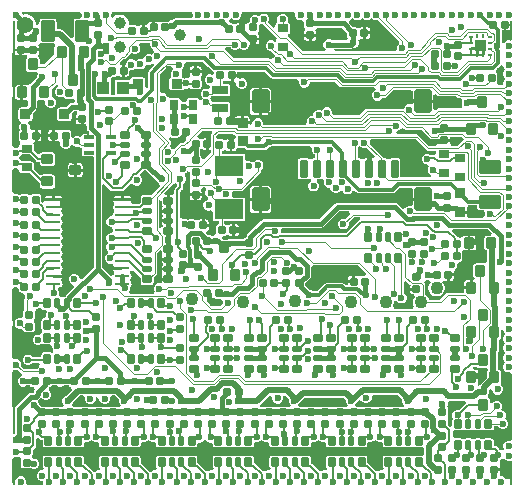
<source format=gbl>
G04*
G04 #@! TF.GenerationSoftware,Altium Limited,Altium Designer,22.11.1 (43)*
G04*
G04 Layer_Physical_Order=4*
G04 Layer_Color=9720587*
%FSLAX25Y25*%
%MOIN*%
G70*
G04*
G04 #@! TF.SameCoordinates,AC619126-FB02-4A1E-A7BB-D0A721C26677*
G04*
G04*
G04 #@! TF.FilePolarity,Positive*
G04*
G01*
G75*
%ADD13C,0.00787*%
%ADD17C,0.01968*%
%ADD18R,0.00787X0.21260*%
%ADD19R,0.00787X0.09055*%
%ADD20R,0.00787X0.23622*%
%ADD21R,0.00787X0.07874*%
%ADD22R,0.00787X0.08268*%
%ADD23R,0.00787X0.42126*%
%ADD24R,0.19685X0.00787*%
%ADD25R,0.26772X0.00787*%
%ADD26R,0.17717X0.00787*%
%ADD27R,0.00787X0.22441*%
%ADD28R,0.00787X0.06299*%
%ADD29R,0.05512X0.00787*%
G04:AMPARAMS|DCode=32|XSize=35.43mil|YSize=37.4mil|CornerRadius=3.54mil|HoleSize=0mil|Usage=FLASHONLY|Rotation=90.000|XOffset=0mil|YOffset=0mil|HoleType=Round|Shape=RoundedRectangle|*
%AMROUNDEDRECTD32*
21,1,0.03543,0.03032,0,0,90.0*
21,1,0.02835,0.03740,0,0,90.0*
1,1,0.00709,0.01516,0.01417*
1,1,0.00709,0.01516,-0.01417*
1,1,0.00709,-0.01516,-0.01417*
1,1,0.00709,-0.01516,0.01417*
%
%ADD32ROUNDEDRECTD32*%
G04:AMPARAMS|DCode=33|XSize=35.43mil|YSize=37.4mil|CornerRadius=3.54mil|HoleSize=0mil|Usage=FLASHONLY|Rotation=90.000|XOffset=0mil|YOffset=0mil|HoleType=Round|Shape=RoundedRectangle|*
%AMROUNDEDRECTD33*
21,1,0.03543,0.03032,0,0,90.0*
21,1,0.02835,0.03740,0,0,90.0*
1,1,0.00709,0.01516,0.01417*
1,1,0.00709,0.01516,-0.01417*
1,1,0.00709,-0.01516,-0.01417*
1,1,0.00709,-0.01516,0.01417*
%
%ADD33ROUNDEDRECTD33*%
G04:AMPARAMS|DCode=39|XSize=27.56mil|YSize=23.62mil|CornerRadius=2.36mil|HoleSize=0mil|Usage=FLASHONLY|Rotation=180.000|XOffset=0mil|YOffset=0mil|HoleType=Round|Shape=RoundedRectangle|*
%AMROUNDEDRECTD39*
21,1,0.02756,0.01890,0,0,180.0*
21,1,0.02284,0.02362,0,0,180.0*
1,1,0.00472,-0.01142,0.00945*
1,1,0.00472,0.01142,0.00945*
1,1,0.00472,0.01142,-0.00945*
1,1,0.00472,-0.01142,-0.00945*
%
%ADD39ROUNDEDRECTD39*%
G04:AMPARAMS|DCode=43|XSize=25.59mil|YSize=31.5mil|CornerRadius=2.56mil|HoleSize=0mil|Usage=FLASHONLY|Rotation=90.000|XOffset=0mil|YOffset=0mil|HoleType=Round|Shape=RoundedRectangle|*
%AMROUNDEDRECTD43*
21,1,0.02559,0.02638,0,0,90.0*
21,1,0.02047,0.03150,0,0,90.0*
1,1,0.00512,0.01319,0.01024*
1,1,0.00512,0.01319,-0.01024*
1,1,0.00512,-0.01319,-0.01024*
1,1,0.00512,-0.01319,0.01024*
%
%ADD43ROUNDEDRECTD43*%
G04:AMPARAMS|DCode=44|XSize=17.72mil|YSize=31.5mil|CornerRadius=1.77mil|HoleSize=0mil|Usage=FLASHONLY|Rotation=90.000|XOffset=0mil|YOffset=0mil|HoleType=Round|Shape=RoundedRectangle|*
%AMROUNDEDRECTD44*
21,1,0.01772,0.02795,0,0,90.0*
21,1,0.01417,0.03150,0,0,90.0*
1,1,0.00354,0.01398,0.00709*
1,1,0.00354,0.01398,-0.00709*
1,1,0.00354,-0.01398,-0.00709*
1,1,0.00354,-0.01398,0.00709*
%
%ADD44ROUNDEDRECTD44*%
G04:AMPARAMS|DCode=48|XSize=12.6mil|YSize=31.5mil|CornerRadius=1.26mil|HoleSize=0mil|Usage=FLASHONLY|Rotation=90.000|XOffset=0mil|YOffset=0mil|HoleType=Round|Shape=RoundedRectangle|*
%AMROUNDEDRECTD48*
21,1,0.01260,0.02898,0,0,90.0*
21,1,0.01008,0.03150,0,0,90.0*
1,1,0.00252,0.01449,0.00504*
1,1,0.00252,0.01449,-0.00504*
1,1,0.00252,-0.01449,-0.00504*
1,1,0.00252,-0.01449,0.00504*
%
%ADD48ROUNDEDRECTD48*%
G04:AMPARAMS|DCode=54|XSize=27.56mil|YSize=23.62mil|CornerRadius=2.36mil|HoleSize=0mil|Usage=FLASHONLY|Rotation=90.000|XOffset=0mil|YOffset=0mil|HoleType=Round|Shape=RoundedRectangle|*
%AMROUNDEDRECTD54*
21,1,0.02756,0.01890,0,0,90.0*
21,1,0.02284,0.02362,0,0,90.0*
1,1,0.00472,0.00945,0.01142*
1,1,0.00472,0.00945,-0.01142*
1,1,0.00472,-0.00945,-0.01142*
1,1,0.00472,-0.00945,0.01142*
%
%ADD54ROUNDEDRECTD54*%
%ADD85C,0.00492*%
%ADD86C,0.01575*%
%ADD87C,0.01181*%
%ADD88C,0.02362*%
%ADD89C,0.03900*%
%ADD90C,0.04331*%
%ADD91C,0.05512*%
G04:AMPARAMS|DCode=92|XSize=35.43mil|YSize=37.4mil|CornerRadius=3.54mil|HoleSize=0mil|Usage=FLASHONLY|Rotation=180.000|XOffset=0mil|YOffset=0mil|HoleType=Round|Shape=RoundedRectangle|*
%AMROUNDEDRECTD92*
21,1,0.03543,0.03032,0,0,180.0*
21,1,0.02835,0.03740,0,0,180.0*
1,1,0.00709,-0.01417,0.01516*
1,1,0.00709,0.01417,0.01516*
1,1,0.00709,0.01417,-0.01516*
1,1,0.00709,-0.01417,-0.01516*
%
%ADD92ROUNDEDRECTD92*%
G04:AMPARAMS|DCode=93|XSize=35.43mil|YSize=37.4mil|CornerRadius=3.54mil|HoleSize=0mil|Usage=FLASHONLY|Rotation=180.000|XOffset=0mil|YOffset=0mil|HoleType=Round|Shape=RoundedRectangle|*
%AMROUNDEDRECTD93*
21,1,0.03543,0.03032,0,0,180.0*
21,1,0.02835,0.03740,0,0,180.0*
1,1,0.00709,-0.01417,0.01516*
1,1,0.00709,0.01417,0.01516*
1,1,0.00709,0.01417,-0.01516*
1,1,0.00709,-0.01417,-0.01516*
%
%ADD93ROUNDEDRECTD93*%
G04:AMPARAMS|DCode=94|XSize=35.83mil|YSize=33.47mil|CornerRadius=3.35mil|HoleSize=0mil|Usage=FLASHONLY|Rotation=0.000|XOffset=0mil|YOffset=0mil|HoleType=Round|Shape=RoundedRectangle|*
%AMROUNDEDRECTD94*
21,1,0.03583,0.02677,0,0,0.0*
21,1,0.02913,0.03347,0,0,0.0*
1,1,0.00669,0.01457,-0.01339*
1,1,0.00669,-0.01457,-0.01339*
1,1,0.00669,-0.01457,0.01339*
1,1,0.00669,0.01457,0.01339*
%
%ADD94ROUNDEDRECTD94*%
%ADD95R,0.03937X0.04331*%
G04:AMPARAMS|DCode=96|XSize=70.87mil|YSize=45.28mil|CornerRadius=4.53mil|HoleSize=0mil|Usage=FLASHONLY|Rotation=0.000|XOffset=0mil|YOffset=0mil|HoleType=Round|Shape=RoundedRectangle|*
%AMROUNDEDRECTD96*
21,1,0.07087,0.03622,0,0,0.0*
21,1,0.06181,0.04528,0,0,0.0*
1,1,0.00906,0.03091,-0.01811*
1,1,0.00906,-0.03091,-0.01811*
1,1,0.00906,-0.03091,0.01811*
1,1,0.00906,0.03091,0.01811*
%
%ADD96ROUNDEDRECTD96*%
G04:AMPARAMS|DCode=97|XSize=59.06mil|YSize=25.59mil|CornerRadius=2.56mil|HoleSize=0mil|Usage=FLASHONLY|Rotation=90.000|XOffset=0mil|YOffset=0mil|HoleType=Round|Shape=RoundedRectangle|*
%AMROUNDEDRECTD97*
21,1,0.05906,0.02047,0,0,90.0*
21,1,0.05394,0.02559,0,0,90.0*
1,1,0.00512,0.01024,0.02697*
1,1,0.00512,0.01024,-0.02697*
1,1,0.00512,-0.01024,-0.02697*
1,1,0.00512,-0.01024,0.02697*
%
%ADD97ROUNDEDRECTD97*%
G04:AMPARAMS|DCode=98|XSize=78.74mil|YSize=57.09mil|CornerRadius=5.71mil|HoleSize=0mil|Usage=FLASHONLY|Rotation=90.000|XOffset=0mil|YOffset=0mil|HoleType=Round|Shape=RoundedRectangle|*
%AMROUNDEDRECTD98*
21,1,0.07874,0.04567,0,0,90.0*
21,1,0.06732,0.05709,0,0,90.0*
1,1,0.01142,0.02284,0.03366*
1,1,0.01142,0.02284,-0.03366*
1,1,0.01142,-0.02284,-0.03366*
1,1,0.01142,-0.02284,0.03366*
%
%ADD98ROUNDEDRECTD98*%
%ADD99R,0.01968X0.01968*%
%ADD100R,0.09449X0.06693*%
G04:AMPARAMS|DCode=101|XSize=25.59mil|YSize=31.5mil|CornerRadius=2.56mil|HoleSize=0mil|Usage=FLASHONLY|Rotation=0.000|XOffset=0mil|YOffset=0mil|HoleType=Round|Shape=RoundedRectangle|*
%AMROUNDEDRECTD101*
21,1,0.02559,0.02638,0,0,0.0*
21,1,0.02047,0.03150,0,0,0.0*
1,1,0.00512,0.01024,-0.01319*
1,1,0.00512,-0.01024,-0.01319*
1,1,0.00512,-0.01024,0.01319*
1,1,0.00512,0.01024,0.01319*
%
%ADD101ROUNDEDRECTD101*%
G04:AMPARAMS|DCode=102|XSize=17.72mil|YSize=31.5mil|CornerRadius=1.77mil|HoleSize=0mil|Usage=FLASHONLY|Rotation=0.000|XOffset=0mil|YOffset=0mil|HoleType=Round|Shape=RoundedRectangle|*
%AMROUNDEDRECTD102*
21,1,0.01772,0.02795,0,0,0.0*
21,1,0.01417,0.03150,0,0,0.0*
1,1,0.00354,0.00709,-0.01398*
1,1,0.00354,-0.00709,-0.01398*
1,1,0.00354,-0.00709,0.01398*
1,1,0.00354,0.00709,0.01398*
%
%ADD102ROUNDEDRECTD102*%
G04:AMPARAMS|DCode=103|XSize=27.56mil|YSize=36.22mil|CornerRadius=2.76mil|HoleSize=0mil|Usage=FLASHONLY|Rotation=90.000|XOffset=0mil|YOffset=0mil|HoleType=Round|Shape=RoundedRectangle|*
%AMROUNDEDRECTD103*
21,1,0.02756,0.03071,0,0,90.0*
21,1,0.02205,0.03622,0,0,90.0*
1,1,0.00551,0.01535,0.01102*
1,1,0.00551,0.01535,-0.01102*
1,1,0.00551,-0.01535,-0.01102*
1,1,0.00551,-0.01535,0.01102*
%
%ADD103ROUNDEDRECTD103*%
G04:AMPARAMS|DCode=104|XSize=27.56mil|YSize=55.12mil|CornerRadius=2.76mil|HoleSize=0mil|Usage=FLASHONLY|Rotation=270.000|XOffset=0mil|YOffset=0mil|HoleType=Round|Shape=RoundedRectangle|*
%AMROUNDEDRECTD104*
21,1,0.02756,0.04961,0,0,270.0*
21,1,0.02205,0.05512,0,0,270.0*
1,1,0.00551,-0.02480,-0.01102*
1,1,0.00551,-0.02480,0.01102*
1,1,0.00551,0.02480,0.01102*
1,1,0.00551,0.02480,-0.01102*
%
%ADD104ROUNDEDRECTD104*%
G04:AMPARAMS|DCode=105|XSize=27.56mil|YSize=36.22mil|CornerRadius=2.76mil|HoleSize=0mil|Usage=FLASHONLY|Rotation=0.000|XOffset=0mil|YOffset=0mil|HoleType=Round|Shape=RoundedRectangle|*
%AMROUNDEDRECTD105*
21,1,0.02756,0.03071,0,0,0.0*
21,1,0.02205,0.03622,0,0,0.0*
1,1,0.00551,0.01102,-0.01535*
1,1,0.00551,-0.01102,-0.01535*
1,1,0.00551,-0.01102,0.01535*
1,1,0.00551,0.01102,0.01535*
%
%ADD105ROUNDEDRECTD105*%
G04:AMPARAMS|DCode=106|XSize=70.87mil|YSize=45.28mil|CornerRadius=4.53mil|HoleSize=0mil|Usage=FLASHONLY|Rotation=90.000|XOffset=0mil|YOffset=0mil|HoleType=Round|Shape=RoundedRectangle|*
%AMROUNDEDRECTD106*
21,1,0.07087,0.03622,0,0,90.0*
21,1,0.06181,0.04528,0,0,90.0*
1,1,0.00906,0.01811,0.03091*
1,1,0.00906,0.01811,-0.03091*
1,1,0.00906,-0.01811,-0.03091*
1,1,0.00906,-0.01811,0.03091*
%
%ADD106ROUNDEDRECTD106*%
G04:AMPARAMS|DCode=107|XSize=33.47mil|YSize=33.47mil|CornerRadius=3.35mil|HoleSize=0mil|Usage=FLASHONLY|Rotation=270.000|XOffset=0mil|YOffset=0mil|HoleType=Round|Shape=RoundedRectangle|*
%AMROUNDEDRECTD107*
21,1,0.03347,0.02677,0,0,270.0*
21,1,0.02677,0.03347,0,0,270.0*
1,1,0.00669,-0.01339,-0.01339*
1,1,0.00669,-0.01339,0.01339*
1,1,0.00669,0.01339,0.01339*
1,1,0.00669,0.01339,-0.01339*
%
%ADD107ROUNDEDRECTD107*%
%ADD108O,0.04961X0.00984*%
%ADD109R,0.00984X0.01378*%
%ADD110R,0.01378X0.00984*%
%ADD111R,0.01968X0.01176*%
G36*
X83193Y157087D02*
X82780Y156915D01*
X82281Y156417D01*
X82025Y156366D01*
X81900Y156491D01*
X81248Y156761D01*
X80544D01*
X79893Y156491D01*
X79394Y155993D01*
X79124Y155341D01*
Y154637D01*
X78752Y154381D01*
X78479Y154198D01*
X78296Y153925D01*
X77934Y153822D01*
X77461Y153749D01*
X77252Y153889D01*
X76929Y153953D01*
X76476D01*
Y151969D01*
X75492D01*
Y153953D01*
X75039D01*
X74717Y153889D01*
X74457Y153716D01*
X74435Y153706D01*
X73597D01*
X73575Y153716D01*
X73315Y153889D01*
X72992Y153953D01*
X72675D01*
X72276Y154422D01*
X72272Y154668D01*
X72404Y155311D01*
X72835Y155635D01*
X73349Y155248D01*
X73406Y155191D01*
X74057Y154921D01*
X74762D01*
X75413Y155191D01*
X75911Y155689D01*
X76181Y156341D01*
Y157045D01*
X76164Y157087D01*
X76690Y157874D01*
X83037D01*
X83193Y157087D01*
D02*
G37*
G36*
X120200Y155248D02*
X120256Y155191D01*
X120907Y154921D01*
X121612D01*
X121763Y154984D01*
X128785Y147961D01*
X128918Y147171D01*
X128419Y146673D01*
X128150Y146022D01*
Y145317D01*
X127593Y144603D01*
X107545D01*
X107152Y145390D01*
X107205Y145461D01*
X107210Y145462D01*
X112796D01*
X113333Y145569D01*
X113608Y145753D01*
X114018D01*
X114670Y146022D01*
X115168Y146521D01*
X115438Y147172D01*
Y147877D01*
X115277Y148266D01*
X115346Y148404D01*
X116055Y148867D01*
X116378Y148803D01*
X116831D01*
Y150787D01*
Y152772D01*
X116378D01*
X116055Y152708D01*
X115796Y152534D01*
X115773Y152525D01*
X114935D01*
X114913Y152534D01*
X114653Y152708D01*
X114331Y152772D01*
X113585D01*
X112206Y154151D01*
X112198Y154299D01*
X112436Y155034D01*
X112815Y155191D01*
X112872Y155248D01*
X113386Y155635D01*
X113900Y155248D01*
X113957Y155191D01*
X114608Y154921D01*
X115313D01*
X115964Y155191D01*
X116021Y155248D01*
X116535Y155635D01*
X117050Y155248D01*
X117107Y155191D01*
X117758Y154921D01*
X118463D01*
X119114Y155191D01*
X119171Y155248D01*
X119685Y155635D01*
X120200Y155248D01*
D02*
G37*
G36*
X60057Y157087D02*
X60039Y157045D01*
Y156341D01*
X59478Y155637D01*
X54445D01*
X53908Y155530D01*
X53452Y155226D01*
X53147Y154921D01*
X52797D01*
X52146Y154652D01*
X52020Y154526D01*
X51929Y154544D01*
X50039D01*
X49717Y154480D01*
X49457Y154306D01*
X49435Y154297D01*
X48597D01*
X48575Y154306D01*
X48315Y154480D01*
X47992Y154544D01*
X47539D01*
Y152559D01*
X46555D01*
Y154544D01*
X46102D01*
X45780Y154480D01*
X45506Y154297D01*
X45324Y154023D01*
X45313Y153972D01*
X45141Y153636D01*
X44646Y153363D01*
X44193D01*
Y151378D01*
X43209D01*
Y153363D01*
X42756D01*
X42433Y153298D01*
X42173Y153125D01*
X42151Y153116D01*
X41313D01*
X41291Y153125D01*
X41031Y153298D01*
X40709Y153363D01*
X39441D01*
X38790Y153527D01*
X38682Y154131D01*
Y154327D01*
X38482Y155073D01*
X38096Y155743D01*
X37550Y156289D01*
X36881Y156675D01*
X36134Y156875D01*
X35362D01*
X34615Y156675D01*
X33946Y156289D01*
X33534Y155877D01*
X32867Y156323D01*
X32874Y156341D01*
Y157045D01*
X32857Y157087D01*
X33383Y157874D01*
X59530D01*
X60057Y157087D01*
D02*
G37*
G36*
X89753Y157090D02*
X89102Y156820D01*
X88603Y156322D01*
X88334Y155671D01*
Y154966D01*
X88186Y154182D01*
X87900Y153991D01*
X87708Y153704D01*
X87641Y153366D01*
Y152846D01*
X86913Y152545D01*
X85167Y154291D01*
X85285Y154410D01*
X85555Y155061D01*
Y155766D01*
X85285Y156417D01*
X84787Y156915D01*
X84373Y157087D01*
X84530Y157874D01*
X89745D01*
X89753Y157090D01*
D02*
G37*
G36*
X23049Y157087D02*
X23031Y157045D01*
Y156341D01*
X23040Y156320D01*
X22514Y155532D01*
X21417D01*
X21010Y155451D01*
X20665Y155221D01*
X20435Y154876D01*
X20354Y154469D01*
Y149301D01*
X19566Y148975D01*
X17010Y151531D01*
X16489Y151879D01*
X15874Y152001D01*
X15874Y152001D01*
X14686D01*
Y154469D01*
X14605Y154876D01*
X14374Y155221D01*
X14029Y155451D01*
X13622Y155532D01*
X10000D01*
X9593Y155451D01*
X9248Y155221D01*
X9017Y154876D01*
X8936Y154469D01*
Y153893D01*
X8270Y153416D01*
X7677Y153657D01*
Y153984D01*
X7449Y154835D01*
X7009Y155598D01*
X6385Y156221D01*
X5622Y156662D01*
X4771Y156890D01*
X3890D01*
X3721Y156844D01*
X3710Y156851D01*
X3622Y157087D01*
X4170Y157874D01*
X22523D01*
X23049Y157087D01*
D02*
G37*
G36*
X94309D02*
X94291Y157045D01*
Y156341D01*
X94561Y155689D01*
X95060Y155191D01*
X95711Y154921D01*
X96415D01*
X96466Y154942D01*
X97228Y154406D01*
Y152992D01*
X97292Y152670D01*
X97466Y152410D01*
X97475Y152388D01*
Y151549D01*
X97466Y151527D01*
X97292Y151268D01*
X97228Y150945D01*
Y150492D01*
X101198D01*
Y150945D01*
X101134Y151268D01*
X100960Y151527D01*
X100951Y151549D01*
Y151782D01*
X101677Y152532D01*
X109851D01*
X111598Y150785D01*
Y149646D01*
X111662Y149323D01*
X111845Y149050D01*
X111592Y148272D01*
X106512D01*
X106415Y148369D01*
X105764Y148639D01*
X105059D01*
X104408Y148369D01*
X103910Y147871D01*
X103640Y147219D01*
Y146515D01*
X103910Y145863D01*
X104383Y145390D01*
X104376Y145255D01*
X104190Y144603D01*
X96699D01*
X91788Y149514D01*
X91787Y149626D01*
X91933Y150346D01*
X92219Y150537D01*
X92411Y150823D01*
X92478Y151161D01*
Y153366D01*
X92411Y153704D01*
X92219Y153991D01*
X91933Y154182D01*
X91877Y154966D01*
Y155671D01*
X91607Y156322D01*
X91109Y156820D01*
X90458Y157090D01*
X90466Y157874D01*
X93782D01*
X94309Y157087D01*
D02*
G37*
G36*
X164665Y151559D02*
X165118D01*
X165441Y151623D01*
X165714Y151805D01*
X165748Y151856D01*
X166535Y151617D01*
Y148737D01*
X165748Y148211D01*
X165707Y148228D01*
X165002D01*
X164351Y147959D01*
X163852Y147460D01*
X163803Y147341D01*
X163016Y147498D01*
Y151384D01*
X163228Y151559D01*
X163681D01*
Y153543D01*
X164665D01*
Y151559D01*
D02*
G37*
G36*
X83431Y153642D02*
X83448D01*
X83538Y153507D01*
X88007Y149039D01*
X87899Y148106D01*
X87507Y147847D01*
X87224Y147959D01*
X86573Y148228D01*
X85868D01*
X85217Y147959D01*
X84719Y147460D01*
X84449Y146809D01*
Y146104D01*
X84719Y145453D01*
X85217Y144955D01*
X85868Y144685D01*
X86061D01*
X87577Y143169D01*
X87576Y143166D01*
X87078Y142667D01*
X86922Y142291D01*
X86246Y142042D01*
X86217Y142036D01*
X86032Y142042D01*
X85832Y142176D01*
X85505Y142241D01*
X73801D01*
X70832Y145210D01*
X71152Y145997D01*
X72748D01*
X72810Y145847D01*
X73308Y145349D01*
X73960Y145079D01*
X74664D01*
X75316Y145349D01*
X75689Y145722D01*
X76161Y145250D01*
X76812Y144980D01*
X77517D01*
X78168Y145250D01*
X78667Y145748D01*
X78936Y146400D01*
Y146819D01*
X79075Y146933D01*
X79724D01*
Y148721D01*
X80216D01*
Y149213D01*
X82201D01*
Y149665D01*
X82137Y149988D01*
X81963Y150248D01*
X81954Y150270D01*
Y151108D01*
X81963Y151130D01*
X82137Y151390D01*
X82201Y151713D01*
Y153376D01*
X82467Y153622D01*
X82680Y153752D01*
X82957Y153838D01*
X83431Y153642D01*
D02*
G37*
G36*
X45791Y147301D02*
Y146596D01*
X46061Y145945D01*
X46559Y145447D01*
X46893Y145309D01*
X46967Y145153D01*
X47062Y144450D01*
X46726Y144114D01*
X46468Y143491D01*
X45902Y143726D01*
X45197D01*
X44546Y143456D01*
X44047Y142957D01*
X43777Y142306D01*
X43001Y142107D01*
X42296D01*
X41645Y141838D01*
X41147Y141339D01*
X41043Y141319D01*
X40653Y141709D01*
X40002Y141978D01*
X39297D01*
X38646Y141709D01*
X38147Y141210D01*
X37878Y140559D01*
Y140174D01*
X37500D01*
Y138189D01*
Y136204D01*
X37953D01*
X38275Y136268D01*
X38549Y136451D01*
X38732Y136725D01*
X38796Y137047D01*
Y138100D01*
X39297Y138435D01*
X40002D01*
X40653Y138705D01*
X40674Y138726D01*
X41645Y138834D01*
X42296Y138564D01*
X43001D01*
X43652Y138834D01*
X44151Y139332D01*
X44420Y139983D01*
X45197Y140182D01*
X45902D01*
X46553Y140452D01*
X46955Y140855D01*
X46987Y140854D01*
X47304Y140057D01*
X45605Y138358D01*
X45344Y137967D01*
X45252Y137506D01*
X45252Y137506D01*
Y132647D01*
X44801Y132234D01*
X44133Y132689D01*
Y135197D01*
X44061Y135558D01*
X43856Y135864D01*
X43550Y136068D01*
X43189Y136140D01*
X40276D01*
X39915Y136068D01*
X39609Y135864D01*
X39404Y135558D01*
X39332Y135197D01*
Y135039D01*
X34252D01*
Y130043D01*
X32677D01*
Y135039D01*
X32677Y135039D01*
X32677D01*
X32744Y135799D01*
X33108Y136042D01*
X33270Y136204D01*
X34016D01*
X34338Y136268D01*
X34598Y136442D01*
X34620Y136451D01*
X35458D01*
X35481Y136442D01*
X35740Y136268D01*
X36063Y136204D01*
X36516D01*
Y138189D01*
Y140174D01*
X36213D01*
X35968Y140534D01*
X35863Y140937D01*
X36834Y141908D01*
X37065D01*
X37392Y141972D01*
X37669Y142157D01*
X39532Y144020D01*
X39699Y144037D01*
X39844Y143892D01*
X40495Y143622D01*
X41200D01*
X41851Y143892D01*
X42350Y144390D01*
X42619Y145041D01*
Y145746D01*
X42350Y146397D01*
X42125Y146622D01*
X42451Y147409D01*
X45719D01*
X45791Y147301D01*
D02*
G37*
G36*
X157776Y146358D02*
Y144587D01*
X157382D01*
Y143307D01*
X156398D01*
Y144587D01*
X155414D01*
Y143307D01*
X154430D01*
Y144587D01*
X154036D01*
Y144980D01*
X152756D01*
Y145965D01*
X154036D01*
Y146358D01*
Y148327D01*
X157776D01*
Y146358D01*
D02*
G37*
G36*
X3248Y143291D02*
X3898D01*
X4220Y143355D01*
X4307Y143413D01*
X4461Y143506D01*
X4571Y143475D01*
X4722Y143308D01*
X4791Y142433D01*
X4582Y142121D01*
X4509Y141752D01*
Y138721D01*
X4582Y138352D01*
X4791Y138039D01*
X5104Y137830D01*
X5472Y137757D01*
X8067D01*
X8398Y137226D01*
X8422Y137173D01*
X8459Y136985D01*
X8224Y136419D01*
Y136184D01*
X5700Y133659D01*
X4936Y133390D01*
X4567Y133463D01*
X3642D01*
Y130984D01*
Y128505D01*
X4567D01*
X5259Y127962D01*
X5288Y127907D01*
Y126566D01*
X4626Y125904D01*
X2874D01*
X2513Y125832D01*
X2207Y125628D01*
X2003Y125322D01*
X1931Y124961D01*
Y122283D01*
X2003Y121923D01*
X2207Y121616D01*
X2513Y121412D01*
X2522Y121410D01*
X2522Y121410D01*
X2710Y120570D01*
X2435Y120295D01*
X2165Y119644D01*
Y118939D01*
X2431Y118297D01*
X2396Y118273D01*
X2213Y118000D01*
X2149Y117677D01*
Y115394D01*
X2213Y115071D01*
X2396Y114798D01*
X2423Y114780D01*
X2548Y114034D01*
X2509Y113848D01*
X2373Y113645D01*
X2306Y113307D01*
Y112934D01*
X1534Y112402D01*
X829D01*
X787Y112384D01*
X0Y112911D01*
Y129298D01*
X787Y129375D01*
X842Y129100D01*
X1051Y128787D01*
X1364Y128578D01*
X1732Y128505D01*
X2657D01*
Y130984D01*
Y133463D01*
X1732D01*
X1364Y133390D01*
X1051Y133181D01*
X842Y132869D01*
X787Y132593D01*
X0Y132671D01*
Y143975D01*
X787Y144052D01*
X835Y143811D01*
X1018Y143538D01*
X1292Y143355D01*
X1614Y143291D01*
X2264D01*
Y145079D01*
X3248D01*
Y143291D01*
D02*
G37*
G36*
X9479Y147381D02*
X9593Y147305D01*
X10000Y147224D01*
X13622D01*
X13801Y147259D01*
X14115Y146792D01*
X14197Y146542D01*
X14031Y146294D01*
X13958Y145925D01*
Y143520D01*
X13861Y143455D01*
X10629Y140223D01*
X9270D01*
Y141752D01*
X9197Y142121D01*
X8988Y142433D01*
X8676Y142642D01*
X8615Y142654D01*
X8581Y142744D01*
X8531Y143474D01*
X8628Y143538D01*
X8810Y143811D01*
X8874Y144134D01*
Y144587D01*
X6890D01*
Y145571D01*
X8874D01*
Y146024D01*
X8810Y146346D01*
X8637Y146606D01*
X8628Y146628D01*
Y146683D01*
X9415Y147388D01*
X9479Y147381D01*
D02*
G37*
G36*
X86107Y135812D02*
X86107Y135812D01*
X86498Y135551D01*
X86959Y135459D01*
X94974D01*
X95500Y134672D01*
X95473Y134604D01*
Y133900D01*
X95742Y133248D01*
X96241Y132750D01*
X96892Y132480D01*
X97597D01*
X98248Y132750D01*
X98746Y133248D01*
X99016Y133900D01*
Y134450D01*
X107510D01*
X109099Y132861D01*
X109375Y132676D01*
X109702Y132612D01*
X120455D01*
X121135Y132015D01*
X121194Y131885D01*
X121185Y131667D01*
X121171Y131643D01*
X121085Y131603D01*
X120650Y131423D01*
X120152Y130925D01*
X119882Y130274D01*
Y129569D01*
X120152Y128918D01*
X120650Y128419D01*
X121301Y128150D01*
X122006D01*
X122657Y128419D01*
X123155Y128918D01*
X123218Y129068D01*
X124016D01*
X124342Y129133D01*
X124619Y129318D01*
X127088Y131787D01*
X132632D01*
X133344Y131331D01*
Y128457D01*
X136811D01*
X140279D01*
Y130032D01*
X141007Y130333D01*
X141464Y129876D01*
X141741Y129691D01*
X142067Y129626D01*
X147976D01*
X148443Y129158D01*
X148720Y128973D01*
X149046Y128909D01*
X149516D01*
X149695Y128697D01*
X149950Y128121D01*
X149756Y127653D01*
Y126948D01*
X149953Y126474D01*
X149704Y125907D01*
X149523Y125687D01*
X141997D01*
X141670Y125622D01*
X141393Y125437D01*
X141066Y125110D01*
X140279Y125436D01*
Y127472D01*
X136811D01*
X133274D01*
X132636Y126969D01*
X131931D01*
X131280Y126699D01*
X130781Y126200D01*
X130762Y126152D01*
X130433Y125549D01*
X130071Y125548D01*
X118191D01*
X117864Y125483D01*
X117588Y125298D01*
X115584Y123294D01*
X107253D01*
X106600Y123947D01*
Y124516D01*
X106330Y125167D01*
X105832Y125665D01*
X105180Y125935D01*
X104475D01*
X103824Y125665D01*
X103326Y125167D01*
X103179Y124811D01*
X103022Y124780D01*
X102371Y125050D01*
X101666D01*
X101015Y124780D01*
X100516Y124282D01*
X100247Y123631D01*
Y123031D01*
X99648D01*
X98997Y122762D01*
X98498Y122263D01*
X98228Y121612D01*
Y120907D01*
X97672Y120194D01*
X87469D01*
X87455Y120196D01*
X83626D01*
X83465Y120358D01*
Y120825D01*
X83195Y121476D01*
X82696Y121974D01*
X82045Y122244D01*
X81340D01*
X80689Y121974D01*
X80191Y121476D01*
X79921Y120825D01*
Y120599D01*
X79184Y120000D01*
X79054Y120039D01*
Y120335D01*
X76772D01*
Y120827D01*
X76280D01*
Y123109D01*
X75433D01*
X75072Y123037D01*
X74905Y122925D01*
X74652Y122856D01*
X74005Y122993D01*
X73946Y123022D01*
X73708Y123180D01*
X73386Y123245D01*
X72592D01*
X72353Y124032D01*
X72396Y124061D01*
X72588Y124347D01*
X72655Y124685D01*
Y126890D01*
X72588Y127228D01*
X72396Y127514D01*
X72110Y127706D01*
X71772Y127773D01*
X66811D01*
X66378Y127900D01*
X66144Y128382D01*
X66069Y128563D01*
X65688Y128944D01*
X66153Y129409D01*
X66215Y129559D01*
X66617D01*
X66943Y129624D01*
X67068Y129707D01*
X71772D01*
X72110Y129775D01*
X72396Y129966D01*
X72588Y130253D01*
X72655Y130590D01*
Y132795D01*
X72588Y133133D01*
X72396Y133420D01*
X72110Y133611D01*
X71772Y133678D01*
X70144D01*
Y134629D01*
X70236D01*
X70559Y134694D01*
X70819Y134867D01*
X70841Y134876D01*
X71679D01*
X71701Y134867D01*
X71961Y134694D01*
X72284Y134629D01*
X72736D01*
Y136614D01*
X73228D01*
Y137106D01*
X75016D01*
Y137756D01*
X75110Y137871D01*
X84048D01*
X86107Y135812D01*
D02*
G37*
G36*
X163384Y139830D02*
X163600Y139763D01*
X163852Y139154D01*
X163909Y139097D01*
X164296Y138583D01*
X163909Y138068D01*
X163852Y138011D01*
X163583Y137360D01*
Y136655D01*
X163852Y136004D01*
X163909Y135948D01*
X164296Y135433D01*
X163909Y134919D01*
X163852Y134862D01*
X163583Y134211D01*
Y133506D01*
X162855Y133300D01*
X161863D01*
X161760Y133427D01*
X161514Y134088D01*
X161566Y134166D01*
X161630Y134488D01*
Y136772D01*
X161566Y137094D01*
X161383Y137368D01*
X161376Y137373D01*
X161281Y137617D01*
X161238Y138145D01*
X161275Y138315D01*
X162663Y139704D01*
X162795Y139902D01*
X163384Y139830D01*
D02*
G37*
G36*
X64746Y139798D02*
X65122Y139547D01*
X66446Y138223D01*
X66446Y138223D01*
X66837Y137962D01*
X67155Y137864D01*
X67276Y137441D01*
X67256Y137251D01*
X66523Y136841D01*
X66318Y136926D01*
X65614D01*
X64962Y136657D01*
X64464Y136158D01*
X64194Y135507D01*
Y134802D01*
X64464Y134151D01*
X64962Y133653D01*
X65327Y133502D01*
X65629Y133335D01*
X65813Y132576D01*
X65140Y132127D01*
X65003Y132184D01*
X64298D01*
X63647Y131914D01*
X63149Y131416D01*
X62879Y130765D01*
Y130060D01*
X63149Y129409D01*
X63530Y129027D01*
X63065Y128563D01*
X62984Y128368D01*
X62837Y128356D01*
X62185Y128495D01*
X62155Y128645D01*
X61963Y128931D01*
X61677Y129123D01*
X61339Y129190D01*
X59134D01*
X58796Y129123D01*
X58510Y128931D01*
X58318Y128645D01*
X58251Y128307D01*
Y128272D01*
X57464Y127746D01*
X57439Y127756D01*
X56734D01*
X56710Y127746D01*
X55923Y128272D01*
Y128307D01*
X55856Y128645D01*
X55664Y128931D01*
X55378Y129123D01*
X55040Y129190D01*
X52835D01*
X52676Y129159D01*
X52417Y129167D01*
X51742Y129539D01*
X51619Y129835D01*
X51121Y130333D01*
X50470Y130603D01*
X49765D01*
X49051Y131160D01*
Y137015D01*
X51709Y139673D01*
X52893D01*
X53633Y138894D01*
X53633Y138707D01*
X53135Y138208D01*
X52865Y137557D01*
Y136852D01*
X52907Y136068D01*
X52601Y135864D01*
X52396Y135558D01*
X52324Y135197D01*
Y132520D01*
X52396Y132159D01*
X52601Y131853D01*
X52907Y131648D01*
X53268Y131576D01*
X56181D01*
X56542Y131648D01*
X56848Y131853D01*
X57053Y132159D01*
X57221Y132249D01*
X57531Y132121D01*
X58236D01*
X58887Y132390D01*
X59286Y132317D01*
X59560Y132135D01*
X59882Y132070D01*
X62166D01*
X62488Y132135D01*
X62762Y132317D01*
X62945Y132591D01*
X63009Y132913D01*
Y134803D01*
X62945Y135126D01*
X62771Y135386D01*
X62762Y135408D01*
Y136246D01*
X62771Y136268D01*
X62945Y136528D01*
X63009Y136850D01*
Y137303D01*
X61024D01*
X59039D01*
Y136850D01*
X59103Y136528D01*
X58782Y135724D01*
X58499Y135555D01*
X58236Y135664D01*
X57531D01*
X57150Y135506D01*
X57053Y135558D01*
X56848Y135864D01*
X56542Y136068D01*
X56409Y136852D01*
Y137557D01*
X56389Y137605D01*
X56389Y138457D01*
X56887Y138956D01*
X57157Y139607D01*
Y140312D01*
X57716Y141019D01*
X63526D01*
X64746Y139798D01*
D02*
G37*
G36*
X15201Y133235D02*
X15248Y132861D01*
X14915Y132617D01*
X14885Y132604D01*
X14386Y132106D01*
X14117Y131455D01*
Y130750D01*
X14386Y130099D01*
X14885Y129601D01*
X15536Y129331D01*
X16241D01*
X17019Y129344D01*
X17202Y129071D01*
X17475Y128888D01*
X17798Y128824D01*
X19688D01*
X19942Y128875D01*
X19975Y128867D01*
X20216Y128730D01*
X20669Y128382D01*
Y127994D01*
X20265Y127389D01*
X19803D01*
X19266Y127282D01*
X18810Y126978D01*
X17736Y125904D01*
X15866D01*
X15505Y125832D01*
X15199Y125628D01*
X14995Y125322D01*
X14923Y124961D01*
Y122283D01*
X14995Y121923D01*
X15199Y121616D01*
X15505Y121412D01*
X15866Y121340D01*
X18780D01*
X19141Y121412D01*
X19447Y121616D01*
X19651Y121923D01*
X19723Y122283D01*
Y123917D01*
X20385Y124579D01*
X21400D01*
X21481Y124457D01*
X21491Y124435D01*
Y123597D01*
X21481Y123574D01*
X21308Y123315D01*
X21244Y122992D01*
Y122539D01*
X23228D01*
Y122047D01*
X23720D01*
Y120259D01*
X24370D01*
X24789Y119540D01*
Y119085D01*
X24896Y118547D01*
X25201Y118091D01*
X25385Y117907D01*
X25084Y117179D01*
X23945D01*
X23665Y117124D01*
X23428Y116965D01*
X23270Y116728D01*
X23235Y116555D01*
X22983Y116359D01*
X22427Y116144D01*
X21957Y116339D01*
X21252D01*
X20601Y116069D01*
X20292Y115760D01*
X19504Y116028D01*
Y117677D01*
X19440Y118000D01*
X19257Y118273D01*
X18984Y118456D01*
X18661Y118520D01*
X16772D01*
X16449Y118456D01*
X16189Y118282D01*
X16167Y118273D01*
X15329D01*
X15307Y118282D01*
X15047Y118456D01*
X14724Y118520D01*
X14272D01*
Y116535D01*
Y114551D01*
X14724D01*
X15047Y114615D01*
X15307Y114788D01*
X15333Y114799D01*
X15333Y114799D01*
X15365Y114789D01*
X15945Y114132D01*
Y113427D01*
X16215Y112776D01*
X16713Y112278D01*
X17364Y112008D01*
X18069D01*
X18720Y112278D01*
X19218Y112776D01*
X19407Y113230D01*
X19596Y113321D01*
X20020Y113409D01*
X20265Y113401D01*
X20601Y113065D01*
X21252Y112795D01*
X21957D01*
X22068Y112841D01*
X22127Y112783D01*
X22403Y112598D01*
X22730Y112533D01*
X23037D01*
X23268Y112128D01*
X23377Y111772D01*
X23270Y111610D01*
X23214Y111331D01*
Y110323D01*
X23270Y110043D01*
X23428Y109806D01*
X23665Y109648D01*
X23945Y109592D01*
X26842D01*
X27040Y109430D01*
Y72616D01*
X23112Y68687D01*
X22324Y68955D01*
X22055Y69606D01*
X21556Y70104D01*
X20905Y70374D01*
X20200D01*
X19549Y70104D01*
X19051Y69606D01*
X18781Y68955D01*
Y68250D01*
X19051Y67599D01*
X19549Y67100D01*
X20200Y66831D01*
X20468Y66043D01*
X18003Y63578D01*
X17698Y63122D01*
X17641Y62837D01*
X17615Y62810D01*
X17402D01*
X17102Y62751D01*
X17021Y62696D01*
X16825Y62581D01*
X16246D01*
X16050Y62696D01*
X15969Y62751D01*
X15846Y62775D01*
X15513Y63238D01*
X15381Y63598D01*
X15468Y63807D01*
Y64512D01*
X15198Y65163D01*
X15126Y65235D01*
X15452Y66022D01*
X15611D01*
X16033Y66106D01*
X16391Y66345D01*
X16630Y66703D01*
X16714Y67126D01*
X16630Y67548D01*
X16391Y67907D01*
X16299Y67968D01*
X16289Y67993D01*
Y68818D01*
X16299Y68843D01*
X16391Y68905D01*
X16584Y69193D01*
X13622D01*
Y70177D01*
X16584D01*
X16391Y70466D01*
X16299Y70527D01*
X16289Y70552D01*
Y71377D01*
X16299Y71402D01*
X16391Y71464D01*
X16630Y71822D01*
X16714Y72244D01*
X16630Y72667D01*
X16391Y73025D01*
X16299Y73086D01*
X16289Y73111D01*
Y73936D01*
X16299Y73961D01*
X16391Y74023D01*
X16630Y74381D01*
X16714Y74803D01*
X16630Y75226D01*
X16391Y75584D01*
X16299Y75645D01*
X16289Y75670D01*
Y76495D01*
X16299Y76520D01*
X16391Y76582D01*
X16630Y76940D01*
X16714Y77362D01*
X16630Y77785D01*
X16391Y78143D01*
X16299Y78204D01*
X16289Y78229D01*
Y79054D01*
X16299Y79079D01*
X16391Y79141D01*
X16630Y79499D01*
X16714Y79921D01*
X16630Y80344D01*
X16391Y80702D01*
X16299Y80763D01*
X16289Y80788D01*
Y81613D01*
X16299Y81638D01*
X16391Y81700D01*
X16630Y82058D01*
X16714Y82480D01*
X16630Y82903D01*
X16391Y83261D01*
X16299Y83322D01*
X16289Y83348D01*
Y84172D01*
X16299Y84197D01*
X16391Y84259D01*
X16630Y84617D01*
X16714Y85039D01*
X16630Y85462D01*
X16391Y85820D01*
X16299Y85881D01*
X16289Y85907D01*
Y86731D01*
X16299Y86756D01*
X16391Y86818D01*
X16630Y87176D01*
X16714Y87598D01*
X16630Y88021D01*
X16391Y88379D01*
X16299Y88441D01*
X16289Y88466D01*
Y89290D01*
X16299Y89315D01*
X16391Y89377D01*
X16630Y89735D01*
X16714Y90158D01*
X16630Y90580D01*
X16391Y90938D01*
X16299Y91000D01*
X16289Y91025D01*
Y91849D01*
X16299Y91874D01*
X16391Y91936D01*
X16584Y92224D01*
X13622D01*
Y93209D01*
X16584D01*
X16391Y93497D01*
X16299Y93559D01*
X16289Y93584D01*
Y94408D01*
X16299Y94433D01*
X16391Y94495D01*
X16584Y94784D01*
X13622D01*
X10582D01*
X10242Y94053D01*
X9662Y94530D01*
Y96220D01*
X9598Y96543D01*
X9415Y96817D01*
X9142Y96999D01*
X8819Y97063D01*
X6929D01*
X6607Y96999D01*
X6347Y96826D01*
X6325Y96817D01*
X5486D01*
X5464Y96826D01*
X5204Y96999D01*
X4882Y97063D01*
X2992D01*
X2670Y96999D01*
X2396Y96817D01*
X2383Y96797D01*
X2185Y96777D01*
X1534Y97047D01*
X829D01*
X787Y97030D01*
X0Y97556D01*
Y105200D01*
X787Y105726D01*
X829Y105709D01*
X1534D01*
X2306Y105176D01*
Y104803D01*
X2373Y104465D01*
X2565Y104179D01*
X2851Y103987D01*
X3189Y103920D01*
X5724D01*
X9111Y100533D01*
X9136Y100516D01*
Y99825D01*
X9209Y99456D01*
X9418Y99144D01*
X9730Y98935D01*
X10099Y98862D01*
X13131D01*
X13499Y98935D01*
X13812Y99144D01*
X14021Y99456D01*
X14094Y99825D01*
Y102660D01*
X14021Y103028D01*
X13812Y103341D01*
X13499Y103550D01*
X13131Y103623D01*
X10099D01*
X9730Y103550D01*
X9418Y103341D01*
X9166Y103316D01*
X7143Y105339D01*
Y107008D01*
X7076Y107346D01*
X6884Y107632D01*
X6598Y107824D01*
X6260Y107891D01*
X3319D01*
X3307Y107893D01*
X2928D01*
X2683Y108484D01*
X2626Y108541D01*
X2239Y109055D01*
X2626Y109570D01*
X2683Y109626D01*
X2928Y110217D01*
X3307D01*
X3319Y110219D01*
X5724D01*
X7930Y108013D01*
X8256Y107796D01*
X8640Y107719D01*
X9136D01*
Y107305D01*
X9209Y106937D01*
X9418Y106624D01*
X9730Y106415D01*
X10099Y106342D01*
X13131D01*
X13499Y106415D01*
X13812Y106624D01*
X14021Y106937D01*
X14094Y107305D01*
Y110140D01*
X14021Y110509D01*
X13812Y110821D01*
X13499Y111030D01*
X13131Y111103D01*
X10099D01*
X9730Y111030D01*
X9418Y110821D01*
X9280Y110615D01*
X8838Y110459D01*
X8384Y110397D01*
X7143Y111638D01*
Y113307D01*
X7076Y113645D01*
X6997Y113763D01*
X7200Y114355D01*
X7346Y114551D01*
X7382D01*
Y116535D01*
Y118520D01*
X6929D01*
X6607Y118456D01*
X6347Y118282D01*
X6325Y118273D01*
X6285D01*
X5755Y118885D01*
X5709Y119000D01*
Y119644D01*
X5439Y120295D01*
X5181Y120553D01*
X5507Y121340D01*
X5788D01*
X6149Y121412D01*
X6455Y121616D01*
X6659Y121923D01*
X6731Y122283D01*
Y124035D01*
X7686Y124991D01*
X7991Y125446D01*
X8098Y125984D01*
Y128130D01*
X8833Y128572D01*
X8885Y128570D01*
X9213Y128505D01*
X10521D01*
X10925Y127900D01*
Y127195D01*
X11195Y126544D01*
X11693Y126046D01*
X12344Y125776D01*
X13049D01*
X13700Y126046D01*
X14199Y126544D01*
X14469Y127195D01*
Y127900D01*
X14199Y128551D01*
X13700Y129050D01*
X13049Y129320D01*
X12994Y129386D01*
X13011Y129469D01*
Y132159D01*
X14372Y133520D01*
X15201Y133235D01*
D02*
G37*
G36*
X56445Y116068D02*
X56705Y115894D01*
X57028Y115830D01*
X57561D01*
X57564Y115829D01*
X57889Y115043D01*
X56938Y114091D01*
X56258D01*
X55931Y114026D01*
X55655Y113841D01*
X54007Y112194D01*
X53329Y112049D01*
X52990Y112262D01*
X52778Y112474D01*
X52714Y112575D01*
X52588Y113092D01*
X52592Y113433D01*
X52713Y113614D01*
X52778Y113941D01*
Y114348D01*
X52713Y114675D01*
X52529Y114952D01*
X52059Y115421D01*
X52561Y116033D01*
X52768Y115894D01*
X53091Y115830D01*
X54980D01*
X55303Y115894D01*
X55563Y116068D01*
X55585Y116077D01*
X56423D01*
X56445Y116068D01*
D02*
G37*
G36*
X150367Y115407D02*
X150374Y115332D01*
X148247Y113205D01*
X146243D01*
X146102Y113316D01*
X145681Y113993D01*
X145686Y114016D01*
Y114469D01*
X143701D01*
Y115453D01*
X145686D01*
Y115905D01*
X145937Y116212D01*
X149562D01*
X150367Y115407D01*
D02*
G37*
G36*
X130635Y118749D02*
X130911Y118564D01*
X131238Y118499D01*
X136145D01*
X139057Y115588D01*
X139333Y115403D01*
X139660Y115338D01*
X141467D01*
X141716Y115133D01*
Y114016D01*
X141721Y113993D01*
X141300Y113316D01*
X141159Y113205D01*
X138788D01*
X135298Y116696D01*
X135021Y116881D01*
X134695Y116946D01*
X128388D01*
X127916Y117733D01*
X128086Y118051D01*
X128226D01*
X128878Y118321D01*
X129376Y118819D01*
X129398Y118872D01*
X130327Y119057D01*
X130635Y118749D01*
D02*
G37*
G36*
X66652Y117465D02*
X66375Y117188D01*
X66190Y116911D01*
X66125Y116584D01*
Y116514D01*
X66092Y116464D01*
X65905Y115764D01*
X65453D01*
Y113779D01*
Y111795D01*
X65905D01*
X66027Y111695D01*
Y110843D01*
X63736Y108552D01*
X63009Y108853D01*
Y109213D01*
X62945Y109535D01*
X62762Y109809D01*
X62488Y109991D01*
X62429Y110003D01*
Y111951D01*
X62551Y112033D01*
X62554Y112034D01*
X62576Y112042D01*
X63411D01*
X63433Y112033D01*
X63693Y111859D01*
X64016Y111795D01*
X64468D01*
Y113779D01*
Y115764D01*
X64016D01*
X63693Y115700D01*
X63433Y115526D01*
X63411Y115517D01*
X62573D01*
X62551Y115526D01*
X62291Y115700D01*
X61968Y115764D01*
X61779D01*
X61478Y116492D01*
X63178Y118192D01*
X66351D01*
X66652Y117465D01*
D02*
G37*
G36*
X73978Y116828D02*
X74255Y116643D01*
X74490Y115945D01*
X74464Y115902D01*
X73780Y115371D01*
X73327D01*
Y113386D01*
Y111401D01*
X73780D01*
X74102Y111465D01*
X74376Y111648D01*
X74559Y111922D01*
X74945Y112279D01*
X75410Y112329D01*
X75433Y112324D01*
X77351D01*
X77633Y112042D01*
X77633Y112042D01*
X78024Y111781D01*
X78484Y111689D01*
X78484Y111689D01*
X83954D01*
X83954Y111689D01*
X84415Y111781D01*
X84805Y112042D01*
X85463Y112700D01*
X85789D01*
X86440Y112969D01*
X86511Y113041D01*
X86646Y113067D01*
X99325D01*
X99852Y112280D01*
X99803Y112163D01*
Y111459D01*
X100073Y110808D01*
X100571Y110309D01*
X100722Y110247D01*
Y109084D01*
X100433D01*
X100103Y109018D01*
X99823Y108831D01*
X99724Y108682D01*
X99308Y108612D01*
X99276D01*
X98859Y108682D01*
X98760Y108831D01*
X98480Y109018D01*
X98150Y109084D01*
X96103D01*
X95772Y109018D01*
X95492Y108831D01*
X95305Y108551D01*
X95240Y108221D01*
Y102827D01*
X95305Y102497D01*
X95492Y102217D01*
X95772Y102030D01*
X96103Y101964D01*
X98150D01*
X98480Y102030D01*
X98760Y102217D01*
X99534Y102083D01*
X99539Y101656D01*
X99403Y101224D01*
X99390Y101218D01*
X98892Y100720D01*
X98622Y100069D01*
Y99364D01*
X98892Y98713D01*
X99390Y98215D01*
X100041Y97945D01*
X100746D01*
X101397Y98215D01*
X101896Y98713D01*
X102165Y99364D01*
Y100069D01*
X101896Y100720D01*
X101439Y101176D01*
X101455Y101386D01*
X101655Y101964D01*
X102481D01*
X102811Y102030D01*
X103006Y102160D01*
X103475Y102028D01*
X103804Y101867D01*
X103883Y101595D01*
X103740Y101250D01*
Y100545D01*
X104010Y99894D01*
X104508Y99396D01*
X105159Y99126D01*
X105864D01*
X105955Y98840D01*
Y98735D01*
X106225Y98084D01*
X106723Y97586D01*
X107374Y97316D01*
X108079D01*
X108730Y97586D01*
X109228Y98084D01*
X110058Y98030D01*
X110211Y97662D01*
X110709Y97164D01*
X111360Y96894D01*
X112065D01*
X112716Y97164D01*
X113215Y97662D01*
X113314Y97902D01*
X114212Y98118D01*
X114657Y97672D01*
X114657Y97672D01*
X115048Y97411D01*
X115509Y97319D01*
X126753D01*
X126753Y97319D01*
X127214Y97411D01*
X127604Y97672D01*
X129035Y99103D01*
X132975D01*
X133344Y98654D01*
Y95780D01*
X136811D01*
Y94795D01*
X133344D01*
Y93484D01*
X132716Y93065D01*
X132012D01*
X131360Y92795D01*
X130862Y92297D01*
X129968Y92196D01*
X128507Y93657D01*
X128051Y93962D01*
X127514Y94069D01*
X108348D01*
X107811Y93962D01*
X107355Y93657D01*
X102307Y88610D01*
X83858D01*
X83321Y88503D01*
X82865Y88198D01*
X78322Y83656D01*
X78018Y83200D01*
X77911Y82662D01*
Y82424D01*
X77588D01*
X77266Y82360D01*
X76992Y82178D01*
X76901Y82042D01*
X72318D01*
X71780Y81934D01*
X71669Y81860D01*
X71395D01*
X71353Y81851D01*
X70202D01*
X69788Y82304D01*
X70113Y83055D01*
X70630D01*
X70953Y83119D01*
X71213Y83292D01*
X71235Y83302D01*
X72073D01*
X72095Y83292D01*
X72355Y83119D01*
X72677Y83055D01*
X73130D01*
Y85039D01*
Y87024D01*
X72677D01*
X72355Y86960D01*
X72095Y86786D01*
X72073Y86777D01*
X71235D01*
X71213Y86786D01*
X70953Y86960D01*
X70630Y87024D01*
X70538D01*
Y87992D01*
X77363D01*
Y95866D01*
X73581D01*
X73032Y96596D01*
Y97301D01*
X73588Y98015D01*
X76206D01*
X76532Y98080D01*
X76809Y98265D01*
X82493Y103949D01*
X82678Y104226D01*
X82743Y104552D01*
Y105129D01*
X82893Y105191D01*
X83392Y105689D01*
X83661Y106341D01*
Y107045D01*
X83392Y107696D01*
X82893Y108195D01*
X82242Y108465D01*
X81537D01*
X80886Y108195D01*
X80388Y107696D01*
X79603Y107860D01*
X79093Y108071D01*
X78388D01*
X78150Y107972D01*
X77363Y108456D01*
Y110433D01*
X69751D01*
Y111401D01*
X69843D01*
X70165Y111465D01*
X70425Y111639D01*
X70447Y111648D01*
X71285D01*
X71308Y111639D01*
X71567Y111465D01*
X71890Y111401D01*
X72343D01*
Y113386D01*
Y115371D01*
X71890D01*
X71567Y115306D01*
X71308Y115133D01*
X71285Y115124D01*
X70447D01*
X70425Y115133D01*
X70165Y115306D01*
X69843Y115371D01*
X68310D01*
X68226Y115454D01*
X67827Y116060D01*
X67812Y116140D01*
X67830Y116230D01*
X68808Y117208D01*
X73598D01*
X73978Y116828D01*
D02*
G37*
G36*
X137832Y111749D02*
X138109Y111564D01*
X138435Y111499D01*
X141150D01*
X141282Y111339D01*
Y110639D01*
X140661Y110000D01*
X139438D01*
X139370Y109986D01*
X139192Y110163D01*
X138541Y110433D01*
X137837D01*
X137185Y110163D01*
X136687Y109665D01*
X136417Y109014D01*
Y108309D01*
X136687Y107658D01*
X137185Y107159D01*
X137837Y106890D01*
X138310D01*
X138689Y106195D01*
X138696Y106162D01*
X138656Y106122D01*
X138386Y105471D01*
Y104766D01*
X138656Y104115D01*
X139154Y103616D01*
X139528Y103461D01*
X139371Y102674D01*
X129454D01*
X129328Y102827D01*
Y108221D01*
X129262Y108551D01*
X129075Y108831D01*
X128795Y109018D01*
X128465Y109084D01*
X126418D01*
X126087Y109018D01*
X125807Y108831D01*
X125708Y108682D01*
X125292Y108612D01*
X125260D01*
X124844Y108682D01*
X124744Y108831D01*
X124464Y109018D01*
X124134Y109084D01*
X123524D01*
X123490Y109253D01*
X123305Y109529D01*
X119071Y113764D01*
X119095Y113821D01*
Y114526D01*
X119651Y115240D01*
X134342D01*
X137832Y111749D01*
D02*
G37*
G36*
X116262Y112728D02*
X116319Y112671D01*
X116971Y112402D01*
X117675D01*
X117919Y112503D01*
X121004Y109418D01*
X121000Y109339D01*
X120990Y109320D01*
X120951Y109287D01*
X120134Y109018D01*
X119804Y109084D01*
X119272D01*
Y105524D01*
X118288D01*
Y109084D01*
X117756D01*
X117426Y109018D01*
X117146Y108831D01*
X117047Y108682D01*
X116630Y108612D01*
X116598D01*
X116182Y108682D01*
X116083Y108831D01*
X115803Y109018D01*
X115473Y109084D01*
X115026D01*
Y112609D01*
X115177Y112671D01*
X115234Y112728D01*
X115748Y113115D01*
X116262Y112728D01*
D02*
G37*
G36*
X47727Y101566D02*
X48183Y101261D01*
X48482Y101202D01*
X48498Y101162D01*
X48996Y100663D01*
X49108Y99765D01*
X46013Y96670D01*
X43563D01*
X43233Y96604D01*
X42953Y96417D01*
X42766Y96137D01*
X42700Y95807D01*
Y94316D01*
X42202Y93818D01*
X40361D01*
X39977Y93742D01*
X39451Y94292D01*
X39383Y94495D01*
X39576Y94784D01*
X36615D01*
X33653D01*
X33846Y94495D01*
X33938Y94433D01*
X33948Y94408D01*
Y93584D01*
X33938Y93559D01*
X33846Y93497D01*
X33606Y93139D01*
X33522Y92716D01*
X33606Y92294D01*
X33846Y91936D01*
X33938Y91874D01*
X33947Y91849D01*
Y91025D01*
X33938Y91000D01*
X33846Y90938D01*
X33606Y90580D01*
X33522Y90158D01*
X32844Y89567D01*
X32719D01*
X32067Y89297D01*
X31569Y88799D01*
X31299Y88148D01*
Y87443D01*
X31569Y86792D01*
X32067Y86293D01*
X32719Y86024D01*
X33035D01*
X33231Y85830D01*
X33573Y85301D01*
X33573Y85296D01*
X33522Y85039D01*
X33573Y84783D01*
X33573Y84778D01*
X33231Y84248D01*
X33035Y84055D01*
X32719D01*
X32067Y83785D01*
X31569Y83287D01*
X31299Y82636D01*
Y81931D01*
X31569Y81280D01*
X31993Y80856D01*
X31569Y80433D01*
X31299Y79782D01*
Y79077D01*
X31569Y78426D01*
X31920Y78075D01*
X31900Y77431D01*
X31815Y77179D01*
X31605Y77092D01*
X31107Y76594D01*
X30837Y75943D01*
Y75238D01*
X31107Y74587D01*
X31605Y74089D01*
X32256Y73819D01*
X32961D01*
X33160Y73901D01*
X33456Y73711D01*
X33521Y73596D01*
X33634Y72736D01*
X36615D01*
Y71752D01*
X33653D01*
X33846Y71464D01*
X33938Y71402D01*
X33947Y71377D01*
Y70552D01*
X33938Y70527D01*
X33846Y70466D01*
X33606Y70108D01*
X33584Y69995D01*
X32781Y69685D01*
X32781D01*
X29850Y72616D01*
Y100164D01*
X30577Y100465D01*
X32638Y98405D01*
X32963Y98187D01*
X33347Y98111D01*
X36516D01*
X36900Y98187D01*
X37226Y98405D01*
X39219Y100398D01*
X40220Y100286D01*
X40433Y100073D01*
X41085Y99803D01*
X41789D01*
X42441Y100073D01*
X42939Y100571D01*
X43209Y101222D01*
Y101927D01*
X42939Y102578D01*
X42726Y102791D01*
X42614Y103793D01*
X43726Y104905D01*
X44388D01*
X47727Y101566D01*
D02*
G37*
G36*
X54687Y100348D02*
X54705Y99453D01*
X54259Y99007D01*
X54041Y98681D01*
X53965Y98297D01*
Y97277D01*
X53938Y97224D01*
X53288Y96670D01*
X52461D01*
Y94784D01*
X51477D01*
Y96670D01*
X50931D01*
X50575Y97422D01*
X50574Y97427D01*
X53556Y100409D01*
X53578Y100441D01*
X54436Y100574D01*
X54687Y100348D01*
D02*
G37*
G36*
X154901Y92677D02*
X154982Y92270D01*
X155212Y91925D01*
X155558Y91694D01*
X155965Y91613D01*
X157075D01*
X157571Y90826D01*
X157480Y90608D01*
Y89903D01*
X156924Y89190D01*
X152199D01*
X151495Y89685D01*
Y90531D01*
X149213D01*
Y91516D01*
X151495D01*
Y92362D01*
X151451Y92584D01*
X151755Y93049D01*
X151995Y93284D01*
X154901D01*
Y92677D01*
D02*
G37*
G36*
X49787Y94667D02*
Y93760D01*
X49853Y93430D01*
X49882Y93385D01*
X50037Y93140D01*
X49848Y92347D01*
X49788Y92047D01*
Y91831D01*
X51969D01*
Y90847D01*
X49788D01*
Y90630D01*
X49848Y90330D01*
X49902Y90249D01*
X50018Y90053D01*
Y89475D01*
X49902Y89279D01*
X49848Y89197D01*
X49788Y88898D01*
Y88681D01*
X51969D01*
Y87697D01*
X49788D01*
Y87480D01*
X49848Y87181D01*
X50037Y86387D01*
X49919Y86200D01*
X49818Y86099D01*
X49787Y86078D01*
X49029Y85848D01*
X48934Y85912D01*
Y95059D01*
X49000Y95101D01*
X49787Y94667D01*
D02*
G37*
G36*
X112493Y90471D02*
X110739Y88717D01*
X110589Y88779D01*
X109884D01*
X109233Y88510D01*
X108734Y88011D01*
X108465Y87360D01*
Y86655D01*
X108734Y86004D01*
X109233Y85506D01*
X109884Y85236D01*
X110589D01*
X111240Y85506D01*
X111738Y86004D01*
X112008Y86655D01*
Y87360D01*
X111945Y87511D01*
X113785Y89350D01*
X115867D01*
X115945Y88563D01*
X115758Y88526D01*
X115432Y88308D01*
X111100Y83976D01*
X100697D01*
X100517Y84096D01*
X100133Y84173D01*
X89516D01*
X89370Y84392D01*
Y85097D01*
X89931Y85800D01*
X102889D01*
X103427Y85907D01*
X103883Y86211D01*
X108930Y91259D01*
X112167D01*
X112493Y90471D01*
D02*
G37*
G36*
X59039Y104489D02*
Y103386D01*
X59103Y103063D01*
X59286Y102790D01*
Y102328D01*
X59103Y102055D01*
X59039Y101732D01*
Y99843D01*
X59103Y99520D01*
X59277Y99260D01*
X59286Y99238D01*
Y98400D01*
X59277Y98378D01*
X59103Y98118D01*
X59039Y97795D01*
Y97343D01*
X63009D01*
Y97795D01*
X62945Y98118D01*
X62771Y98378D01*
X62770Y98380D01*
X62761Y98404D01*
X62760Y98503D01*
X63412Y99236D01*
X64202D01*
X64444Y98797D01*
X64569Y98448D01*
X64328Y97867D01*
Y97162D01*
X64598Y96511D01*
X65096Y96013D01*
X65185Y95976D01*
X65196Y95866D01*
X65002Y95079D01*
X64351Y94809D01*
X63852Y94311D01*
X63583Y93660D01*
Y92955D01*
X63852Y92304D01*
X64351Y91805D01*
X65002Y91536D01*
X65707D01*
X65945Y91634D01*
X66733Y91151D01*
Y87992D01*
X68832D01*
Y87024D01*
X68740D01*
X68418Y86960D01*
X68144Y86777D01*
X67962Y86504D01*
X67897Y86181D01*
Y83898D01*
X67374Y83280D01*
X67287Y83236D01*
X66713Y82998D01*
X66514Y83018D01*
X66502Y83037D01*
X66228Y83220D01*
X65905Y83284D01*
X65065D01*
X64616Y83912D01*
X64814Y84590D01*
X64916Y84737D01*
X65124Y84876D01*
X65307Y85150D01*
X65371Y85472D01*
Y86122D01*
X63583D01*
Y86614D01*
X63091D01*
Y88599D01*
X62638D01*
X62315Y88535D01*
X62056Y88361D01*
X62033Y88352D01*
X61195D01*
X61173Y88361D01*
X60913Y88535D01*
X60591Y88599D01*
X58701D01*
X58409Y88541D01*
X57833Y88779D01*
X57128D01*
X56760Y88627D01*
X56058Y88989D01*
X55972Y89088D01*
Y97881D01*
X56615Y98524D01*
X56833Y98850D01*
X56909Y99234D01*
Y100467D01*
X56909Y100467D01*
X57407Y100965D01*
X57677Y101616D01*
Y102321D01*
X57407Y102972D01*
X57361Y103019D01*
X57546Y103947D01*
X57696Y104010D01*
X58195Y104508D01*
X58252Y104646D01*
X59039Y104489D01*
D02*
G37*
G36*
X159696Y83915D02*
X159395Y83188D01*
X158229D01*
X157860Y83114D01*
X157547Y82906D01*
X157339Y82593D01*
X157265Y82225D01*
Y79193D01*
X157339Y78824D01*
X157547Y78512D01*
X157860Y78303D01*
X158229Y78229D01*
X158258D01*
Y74431D01*
X158090Y74262D01*
X157471Y73906D01*
X157323Y73936D01*
X154489D01*
X154120Y73862D01*
X153807Y73654D01*
X153598Y73341D01*
X153525Y72972D01*
Y69941D01*
X153598Y69572D01*
X153807Y69260D01*
X154076Y69080D01*
X154085Y69022D01*
X153719Y68293D01*
X153445D01*
Y65814D01*
X152953D01*
Y65322D01*
X150572D01*
Y64298D01*
X150484Y64190D01*
X145237D01*
X144911Y64125D01*
X144634Y63940D01*
X142570Y61877D01*
X138845D01*
X138789Y62087D01*
X138426Y62716D01*
X137913Y63229D01*
X137615Y63401D01*
Y66703D01*
X137550Y67029D01*
X137365Y67306D01*
X137110Y67561D01*
X137111Y67794D01*
X137801Y68357D01*
X137998Y68276D01*
X138703D01*
X138909Y68361D01*
X138964Y68381D01*
X139402Y67726D01*
X139372Y67679D01*
X139133Y67440D01*
X138770Y66812D01*
X138583Y66111D01*
Y65385D01*
X138770Y64684D01*
X139133Y64056D01*
X139646Y63543D01*
X140275Y63180D01*
X140976Y62992D01*
X141701D01*
X142402Y63180D01*
X143031Y63543D01*
X143544Y64056D01*
X143907Y64684D01*
X144095Y65385D01*
Y66111D01*
X143907Y66812D01*
X143544Y67440D01*
X143306Y67679D01*
X143300Y67687D01*
X143801Y68297D01*
X144008Y68158D01*
X144331Y68094D01*
X144783D01*
Y70079D01*
X145276D01*
Y70571D01*
X147063D01*
Y71220D01*
X147001Y71536D01*
X147460Y71727D01*
X147959Y72225D01*
X148228Y72876D01*
Y73581D01*
X148218Y73606D01*
X148744Y74393D01*
X148977D01*
X149299Y74458D01*
X149573Y74640D01*
X149756Y74914D01*
X149820Y75236D01*
Y77520D01*
X149771Y77762D01*
X149966Y77997D01*
X150397Y78299D01*
X150748Y78229D01*
X151674D01*
Y80709D01*
Y83188D01*
X150748D01*
X150380Y83114D01*
X150067Y82906D01*
X149858Y82593D01*
X149212Y82356D01*
X148390Y82646D01*
X148172Y82972D01*
X146525Y84619D01*
X146852Y85406D01*
X158205D01*
X159696Y83915D01*
D02*
G37*
G36*
X117709Y70527D02*
X117408Y69800D01*
X116674D01*
X116351Y69735D01*
X116091Y69562D01*
X116069Y69553D01*
X115231D01*
X115209Y69562D01*
X114949Y69735D01*
X114626Y69800D01*
X114174D01*
Y67815D01*
X113681D01*
Y67323D01*
X111894D01*
Y66673D01*
X111879Y66655D01*
X111068Y66624D01*
X110600Y67092D01*
X110209Y67353D01*
X109748Y67444D01*
X109748Y67444D01*
X104954D01*
X104493Y67353D01*
X104102Y67092D01*
X101601Y64590D01*
X100120D01*
X99822Y64888D01*
X99171Y65158D01*
X99034D01*
X97585Y66607D01*
X97580Y67407D01*
X97747Y67573D01*
X97878Y67600D01*
X98334Y67904D01*
X99222Y68792D01*
X99527Y69248D01*
X99634Y69785D01*
Y71456D01*
X99634Y71457D01*
Y72518D01*
X99991Y73075D01*
X100377Y73230D01*
X115006D01*
X117709Y70527D01*
D02*
G37*
G36*
X49723Y77974D02*
X49787Y77636D01*
Y77618D01*
X49787Y77618D01*
X49853Y77288D01*
X49853Y77287D01*
X49889Y77124D01*
X49921Y76509D01*
X49848Y76205D01*
X49788Y75906D01*
Y75689D01*
X51969D01*
Y74705D01*
X49788D01*
Y74488D01*
X49848Y74189D01*
X49879Y74143D01*
X50018Y73908D01*
Y73336D01*
X49879Y73102D01*
X49848Y73055D01*
X49788Y72756D01*
Y72539D01*
X51969D01*
Y71555D01*
X49788D01*
Y71339D01*
X49848Y71039D01*
X49921Y70735D01*
X49889Y70120D01*
X49853Y69957D01*
X49853Y69956D01*
X49787Y69626D01*
X49787Y69626D01*
X49787Y69228D01*
Y69095D01*
X51969D01*
Y68110D01*
X49787D01*
Y67879D01*
X49449Y67415D01*
X49055Y67225D01*
X48605D01*
X47954Y66955D01*
X47455Y66456D01*
X47186Y65805D01*
Y65100D01*
X47400Y64583D01*
X47195Y64080D01*
X46995Y63796D01*
X39265D01*
X38903Y64548D01*
X39173Y65199D01*
Y65904D01*
X39075Y66140D01*
X39383Y66345D01*
X39623Y66703D01*
X39707Y67126D01*
X39623Y67548D01*
X39383Y67907D01*
X39291Y67968D01*
X39281Y67993D01*
Y68818D01*
X39291Y68843D01*
X39383Y68905D01*
X39623Y69263D01*
X39707Y69685D01*
X39623Y70108D01*
X39383Y70466D01*
X39291Y70527D01*
X39282Y70552D01*
Y71377D01*
X39291Y71402D01*
X39383Y71464D01*
X40310Y71550D01*
X42700Y69160D01*
Y67579D01*
X42766Y67248D01*
X42953Y66969D01*
X43233Y66781D01*
X43563Y66716D01*
X46201D01*
X46531Y66781D01*
X46811Y66969D01*
X46999Y67248D01*
X47064Y67579D01*
Y69277D01*
X48050Y70263D01*
X48235Y70540D01*
X48300Y70867D01*
Y77515D01*
X49024Y78239D01*
X49723Y77974D01*
D02*
G37*
G36*
X132497Y66769D02*
X132724Y66617D01*
X132661Y66299D01*
Y65847D01*
X134646D01*
Y64862D01*
X132661D01*
Y64410D01*
X132725Y64087D01*
X132908Y63813D01*
X133181Y63631D01*
X133504Y63566D01*
X133752D01*
X134079Y62779D01*
X134015Y62716D01*
X133652Y62087D01*
X133465Y61386D01*
Y60661D01*
X133652Y59960D01*
X133879Y59567D01*
X133602Y58923D01*
X133457Y58779D01*
X127173D01*
X127028Y58923D01*
X126751Y59567D01*
X126978Y59960D01*
X127165Y60661D01*
Y61234D01*
X127369Y61368D01*
X128124Y61330D01*
X128622Y60831D01*
X129274Y60561D01*
X129978D01*
X130630Y60831D01*
X131128Y61330D01*
X131398Y61981D01*
Y62685D01*
X131128Y63337D01*
X130630Y63835D01*
X130376Y63940D01*
Y67862D01*
X131103Y68163D01*
X132497Y66769D01*
D02*
G37*
G36*
X67383Y62231D02*
X67643Y62057D01*
X67965Y61993D01*
X69521D01*
X70016Y61389D01*
X70058Y61230D01*
X70012Y61120D01*
Y60415D01*
X70037Y60357D01*
X69243Y59564D01*
X66487D01*
X64786Y61265D01*
X65087Y61993D01*
X65918D01*
X66241Y62057D01*
X66501Y62231D01*
X66523Y62240D01*
X67361D01*
X67383Y62231D01*
D02*
G37*
G36*
X829Y65945D02*
X1534D01*
X2149Y65534D01*
Y65000D01*
X2213Y64678D01*
X2396Y64404D01*
X2670Y64221D01*
X2992Y64157D01*
X3612D01*
X4147Y63390D01*
Y62685D01*
X4209Y62535D01*
X4121Y62447D01*
X3936Y62170D01*
X3871Y61844D01*
Y58430D01*
X3762Y58356D01*
X3579Y58083D01*
X3515Y57760D01*
Y56270D01*
X2838Y55728D01*
X2744Y55709D01*
X2108D01*
X1457Y55439D01*
X959Y54941D01*
X787Y54527D01*
X0Y54684D01*
Y65436D01*
X787Y65962D01*
X829Y65945D01*
D02*
G37*
G36*
X9272Y59035D02*
X9768Y58871D01*
X9882Y58701D01*
X10162Y58514D01*
X10492Y58448D01*
X11128D01*
X11490Y57696D01*
X11220Y57045D01*
Y56341D01*
X10623Y55725D01*
X10492D01*
X10162Y55660D01*
X9882Y55472D01*
X9695Y55193D01*
X9629Y54862D01*
Y52224D01*
X9695Y51894D01*
X9882Y51614D01*
X9882Y51142D01*
X9695Y50862D01*
X9670Y50737D01*
X9076Y50272D01*
X8915Y50197D01*
X8211D01*
X7559Y49927D01*
X7061Y49429D01*
X6791Y48778D01*
Y48073D01*
X7061Y47422D01*
X7559Y46923D01*
X8211Y46654D01*
X8915D01*
X9567Y46923D01*
X9909Y47265D01*
X10162Y47096D01*
X10492Y47031D01*
X12475D01*
X12593Y46983D01*
X13183Y46462D01*
X13203Y46421D01*
Y46032D01*
X13472Y45381D01*
X13491Y45363D01*
X13449Y44395D01*
X13191Y44198D01*
X13034Y44206D01*
X12870Y44242D01*
X12870Y44242D01*
X12540Y44308D01*
X12539Y44308D01*
X12142Y44308D01*
X10492D01*
X10162Y44242D01*
X9882Y44055D01*
X9695Y43775D01*
X9629Y43445D01*
Y42736D01*
X6817D01*
X6817Y42736D01*
X6319Y43234D01*
X5667Y43504D01*
X4963D01*
X4311Y43234D01*
X3813Y42736D01*
X3543Y42085D01*
Y41380D01*
X3813Y40729D01*
X4311Y40230D01*
X4963Y39961D01*
X5667D01*
X6319Y40230D01*
X6817Y40729D01*
X6817Y40729D01*
X8934D01*
X8948Y40722D01*
X9137Y40422D01*
X8839Y39494D01*
X8341Y38996D01*
X8278Y38845D01*
X3700D01*
X2890Y39655D01*
X2953Y39805D01*
Y40510D01*
X2683Y41161D01*
X2185Y41659D01*
X1534Y41929D01*
X829D01*
X787Y41912D01*
X0Y42438D01*
Y53190D01*
X787Y53347D01*
X959Y52934D01*
X1457Y52435D01*
X2108Y52165D01*
X2813D01*
X2839Y52157D01*
X3552Y51746D01*
X3579Y51611D01*
X3762Y51338D01*
X4035Y51155D01*
X4358Y51091D01*
X6641D01*
X6964Y51155D01*
X7237Y51338D01*
X7420Y51611D01*
X7484Y51934D01*
Y53823D01*
X7420Y54146D01*
X7246Y54406D01*
X7237Y54428D01*
Y55266D01*
X7246Y55288D01*
X7420Y55548D01*
X7484Y55871D01*
Y57760D01*
X7457Y57895D01*
X7782Y58480D01*
X7966Y58683D01*
X8085D01*
X8736Y58953D01*
X8871Y59087D01*
X9272Y59035D01*
D02*
G37*
G36*
X2743Y37389D02*
X3020Y37204D01*
X3124Y36437D01*
X3109Y36384D01*
X2540Y36148D01*
X2041Y35649D01*
X1772Y34998D01*
Y34293D01*
X2041Y33642D01*
X2540Y33144D01*
X3191Y32874D01*
X3896D01*
X4547Y33144D01*
X4644Y33241D01*
X5678D01*
X5690Y33181D01*
X5872Y32908D01*
X6146Y32725D01*
X6469Y32661D01*
X7138D01*
X7469Y31874D01*
X7326Y31659D01*
X7219Y31121D01*
Y30871D01*
X7119Y30771D01*
X6041D01*
X5503Y30664D01*
X5047Y30360D01*
X1073Y26386D01*
X787Y25958D01*
X728Y25945D01*
X0Y26094D01*
Y37877D01*
X787Y38403D01*
X829Y38386D01*
X1534D01*
X1684Y38448D01*
X2743Y37389D01*
D02*
G37*
G36*
X154595Y39470D02*
X154907Y39261D01*
X155276Y39187D01*
X158111D01*
X158207Y39082D01*
X158335Y38221D01*
X158126Y37908D01*
X158053Y37539D01*
Y35816D01*
X156027Y33790D01*
X155678Y33269D01*
X155207Y33213D01*
X155147Y33450D01*
X155133Y33948D01*
X155261Y34139D01*
X155334Y34508D01*
Y35531D01*
X152953D01*
Y36516D01*
X155334D01*
Y37539D01*
X155261Y37908D01*
X155052Y38221D01*
X154739Y38429D01*
X154370Y38503D01*
X153818D01*
X153423Y39290D01*
X153610Y39541D01*
X154547D01*
X154595Y39470D01*
D02*
G37*
G36*
X18816Y33181D02*
X18999Y32908D01*
X19272Y32725D01*
X19502Y32679D01*
X19662Y32412D01*
X19809Y31874D01*
X17753Y29818D01*
X17353Y29651D01*
X16854Y29153D01*
X16585Y28502D01*
Y27797D01*
X16854Y27146D01*
X17198Y26803D01*
X16997Y26080D01*
X16957Y26015D01*
X16208D01*
X16031Y26133D01*
X15709Y26197D01*
X13425D01*
X13103Y26133D01*
X12926Y26015D01*
X11484D01*
X11307Y26133D01*
X10985Y26197D01*
X9648D01*
X8858Y26987D01*
Y27124D01*
X8589Y27775D01*
X8900Y28578D01*
X9447Y29125D01*
X9582Y29099D01*
X10081Y28600D01*
X10732Y28330D01*
X11437D01*
X12088Y28600D01*
X12586Y29099D01*
X12856Y29750D01*
Y30455D01*
X12586Y31106D01*
X12088Y31604D01*
X12042Y31891D01*
X12295Y32661D01*
X12618Y32725D01*
X12891Y32908D01*
X13074Y33181D01*
X13086Y33241D01*
X14844D01*
X14941Y33144D01*
X15593Y32874D01*
X16297D01*
X16949Y33144D01*
X17045Y33241D01*
X18804D01*
X18816Y33181D01*
D02*
G37*
G36*
X163852Y50965D02*
X163909Y50908D01*
X164296Y50394D01*
X163909Y49879D01*
X163852Y49823D01*
X163583Y49171D01*
Y48467D01*
X163852Y47815D01*
X163909Y47758D01*
X164296Y47244D01*
X163909Y46730D01*
X163852Y46673D01*
X163583Y46022D01*
Y45317D01*
X163852Y44666D01*
X163909Y44609D01*
X164296Y44094D01*
X163909Y43580D01*
X163852Y43523D01*
X163583Y42872D01*
Y42167D01*
X163852Y41516D01*
X163909Y41459D01*
X164296Y40945D01*
X163909Y40431D01*
X163852Y40374D01*
X163583Y39722D01*
Y39018D01*
X163852Y38366D01*
X164351Y37868D01*
X165002Y37598D01*
X165707D01*
X165748Y37615D01*
X166535Y37089D01*
Y15273D01*
X165748Y14747D01*
X165707Y14764D01*
X165002D01*
X164351Y14494D01*
X163852Y13996D01*
X163583Y13345D01*
Y12640D01*
X163852Y11989D01*
X163859Y11982D01*
X163850Y11841D01*
X163807Y11801D01*
X162918Y11645D01*
X162540Y11802D01*
X162323Y12127D01*
X161536Y12914D01*
X161210Y13132D01*
X160826Y13208D01*
X160450D01*
Y14705D01*
X160384Y15035D01*
X160197Y15315D01*
X159917Y15502D01*
X159587Y15568D01*
X157540D01*
X157210Y15502D01*
X157165Y15472D01*
X156920Y15317D01*
X156127Y15507D01*
X155827Y15566D01*
X154410D01*
X154110Y15507D01*
X154029Y15452D01*
X153833Y15337D01*
X153255D01*
X153058Y15452D01*
X152977Y15507D01*
X152678Y15566D01*
X151260D01*
X150961Y15507D01*
X150167Y15317D01*
X149922Y15472D01*
X149878Y15502D01*
X149548Y15568D01*
X147500D01*
X147455Y15559D01*
X146787Y15968D01*
X146668Y16114D01*
Y17745D01*
X146787Y17890D01*
X147455Y18300D01*
X147500Y18291D01*
X149548D01*
X149878Y18356D01*
X149922Y18386D01*
X150167Y18541D01*
X150961Y18352D01*
X151260Y18292D01*
X152678D01*
X152977Y18352D01*
X153058Y18406D01*
X153255Y18521D01*
X153833D01*
X154029Y18406D01*
X154110Y18352D01*
X154410Y18292D01*
X155827D01*
X156127Y18352D01*
X156920Y18541D01*
X157165Y18386D01*
X157210Y18356D01*
X157540Y18291D01*
X159587D01*
X159917Y18356D01*
X160197Y18543D01*
X160384Y18823D01*
X160450Y19154D01*
Y19620D01*
X161822D01*
X161884Y19469D01*
X162382Y18971D01*
X163033Y18701D01*
X163738D01*
X164389Y18971D01*
X164888Y19469D01*
X165157Y20120D01*
Y20825D01*
X164888Y21476D01*
X164389Y21974D01*
X164129Y22082D01*
X164100Y22225D01*
X164370Y22876D01*
Y23581D01*
X164100Y24232D01*
X163602Y24730D01*
X163451Y24793D01*
X162997Y25289D01*
X163070Y25738D01*
X163189Y26026D01*
Y26730D01*
X162919Y27382D01*
X162421Y27880D01*
X161770Y28150D01*
X161065D01*
X160414Y27880D01*
X159915Y27382D01*
X159861Y27251D01*
X159074Y27408D01*
Y28287D01*
X159001Y28656D01*
X158792Y28969D01*
X158660Y29057D01*
X158474Y29736D01*
X158472Y29982D01*
X158589Y30099D01*
X158858Y30750D01*
Y31455D01*
X158768Y31674D01*
Y31691D01*
X159127Y31963D01*
X159915Y31634D01*
X160184Y30983D01*
X160683Y30484D01*
X161334Y30215D01*
X162039D01*
X162690Y30484D01*
X163188Y30983D01*
X163458Y31634D01*
Y32339D01*
X163188Y32990D01*
X162984Y33194D01*
X162698Y33594D01*
X162741Y34139D01*
X162814Y34508D01*
Y37539D01*
X162741Y37908D01*
X162532Y38221D01*
X162219Y38429D01*
X161917Y38490D01*
Y44311D01*
X162008Y44530D01*
Y45030D01*
X162039Y45185D01*
Y48477D01*
X162219Y48513D01*
X162532Y48722D01*
X162741Y49034D01*
X162814Y49403D01*
Y51571D01*
X163583Y51616D01*
X163852Y50965D01*
D02*
G37*
G36*
X129986Y28539D02*
X129971Y28502D01*
Y27797D01*
X130240Y27146D01*
X130584Y26803D01*
X130383Y26080D01*
X130342Y26015D01*
X129594D01*
X129418Y26133D01*
X129095Y26197D01*
X126811D01*
X126489Y26133D01*
X126312Y26015D01*
X124869D01*
X124693Y26133D01*
X124370Y26197D01*
X122087D01*
X121764Y26133D01*
X121587Y26015D01*
X120145D01*
X119968Y26133D01*
X119646Y26197D01*
X117362D01*
X117040Y26133D01*
X116863Y26015D01*
X115421D01*
X115244Y26133D01*
X114922Y26197D01*
X114511D01*
X114246Y26660D01*
X114225Y26985D01*
X114382Y27090D01*
X115519Y28227D01*
X116355Y28137D01*
X116474Y28068D01*
X116910Y27632D01*
X117561Y27362D01*
X118266D01*
X118917Y27632D01*
X119415Y28130D01*
X119685Y28782D01*
Y29486D01*
X120248Y30186D01*
X128339D01*
X129986Y28539D01*
D02*
G37*
G36*
X35498D02*
X35482Y28502D01*
Y27797D01*
X35752Y27146D01*
X36096Y26803D01*
X35895Y26080D01*
X35854Y26015D01*
X35106D01*
X34929Y26133D01*
X34607Y26197D01*
X32323D01*
X32001Y26133D01*
X31824Y26015D01*
X30381D01*
X30204Y26133D01*
X29882Y26197D01*
X27599D01*
X27276Y26133D01*
X27099Y26015D01*
X25657D01*
X25480Y26133D01*
X25157Y26197D01*
X22874D01*
X22551Y26133D01*
X22375Y26015D01*
X20933D01*
X20756Y26133D01*
X20433Y26197D01*
X20023D01*
X19697Y26985D01*
X19858Y27146D01*
X20024Y27547D01*
X22368Y29890D01*
X23650D01*
X24213Y29191D01*
Y28486D01*
X24482Y27835D01*
X24981Y27337D01*
X25632Y27067D01*
X26337D01*
X26988Y27337D01*
X27486Y27835D01*
X27756Y28486D01*
Y29191D01*
X27841Y29297D01*
X28194D01*
X28937Y28545D01*
Y28486D01*
X29207Y27835D01*
X29705Y27337D01*
X30356Y27067D01*
X31061D01*
X31712Y27337D01*
X32211Y27835D01*
X32480Y28486D01*
Y29191D01*
X33043Y29890D01*
X34146D01*
X35498Y28539D01*
D02*
G37*
G36*
X111088D02*
X111073Y28502D01*
Y27797D01*
X111343Y27146D01*
X111686Y26803D01*
X111485Y26080D01*
X111445Y26015D01*
X110696D01*
X110520Y26133D01*
X110197Y26197D01*
X107913D01*
X107591Y26133D01*
X107414Y26015D01*
X105972D01*
X105795Y26133D01*
X105473Y26197D01*
X103189D01*
X102867Y26133D01*
X102690Y26015D01*
X101248D01*
X101071Y26133D01*
X100748Y26197D01*
X98465D01*
X98142Y26133D01*
X97966Y26015D01*
X96523D01*
X96346Y26133D01*
X96024Y26197D01*
X95614D01*
X95288Y26985D01*
X95449Y27146D01*
X95539Y27365D01*
X97376Y29201D01*
X110426D01*
X111088Y28539D01*
D02*
G37*
G36*
X86334Y29653D02*
X86588Y29338D01*
Y28633D01*
X86858Y27982D01*
X87356Y27483D01*
X88007Y27214D01*
X88712D01*
X89363Y27483D01*
X89862Y27982D01*
X90131Y28633D01*
Y29338D01*
X90323Y29577D01*
X91110Y29620D01*
X92191Y28539D01*
X92175Y28502D01*
Y27797D01*
X92445Y27146D01*
X92788Y26803D01*
X92588Y26080D01*
X92547Y26015D01*
X91799D01*
X91622Y26133D01*
X91300Y26197D01*
X89016D01*
X88693Y26133D01*
X88517Y26015D01*
X87074D01*
X86897Y26133D01*
X86575Y26197D01*
X84291D01*
X83969Y26133D01*
X83792Y26015D01*
X82636D01*
X82398Y26717D01*
X82402Y26780D01*
X82423Y26841D01*
X82683Y27014D01*
X85367Y29698D01*
X86334Y29653D01*
D02*
G37*
G36*
X151187Y27648D02*
X151207Y27430D01*
X148778Y25000D01*
X148778Y25000D01*
X148073D01*
X147422Y24730D01*
X146923Y24232D01*
X146654Y23581D01*
Y22876D01*
X146865Y22365D01*
X146703Y22122D01*
X146637Y21791D01*
Y19872D01*
X145850Y19546D01*
X145292Y20104D01*
Y21417D01*
X145228Y21740D01*
X145054Y22000D01*
X145045Y22022D01*
Y22860D01*
X145054Y22882D01*
X145228Y23142D01*
X145292Y23465D01*
Y25354D01*
X145228Y25677D01*
X145045Y25950D01*
X144815Y26104D01*
X144809Y26162D01*
X145079Y26813D01*
Y27461D01*
X145105Y27567D01*
X145641Y28217D01*
X150943D01*
X151187Y27648D01*
D02*
G37*
G36*
X9288Y15206D02*
X9613Y14988D01*
X9997Y14912D01*
X10023D01*
Y13445D01*
X10089Y13115D01*
X10276Y12835D01*
X10556Y12648D01*
X10886Y12582D01*
X12536D01*
X12933Y12582D01*
X12934Y12582D01*
X13264Y12648D01*
X13264Y12648D01*
X13427Y12684D01*
X14042Y12716D01*
X14346Y12643D01*
X14646Y12583D01*
X16063D01*
X16363Y12643D01*
X16444Y12697D01*
X16640Y12813D01*
X17219D01*
X17415Y12697D01*
X17496Y12643D01*
X17796Y12583D01*
X19213D01*
X19512Y12643D01*
X19817Y12716D01*
X20432Y12684D01*
X20595Y12648D01*
X20595Y12648D01*
X20925Y12582D01*
X20926Y12582D01*
X21323Y12582D01*
X22973D01*
X23303Y12648D01*
X23583Y12835D01*
X23770Y13115D01*
X23836Y13445D01*
Y13959D01*
X24451Y14370D01*
X25156D01*
X25807Y14640D01*
X25864Y14697D01*
X26378Y15083D01*
X26892Y14697D01*
X26949Y14640D01*
X27600Y14370D01*
X28305D01*
X28920Y13959D01*
Y13445D01*
X28986Y13115D01*
X29173Y12835D01*
X29453Y12648D01*
X29783Y12582D01*
X31831D01*
X32161Y12648D01*
X32205Y12677D01*
X32450Y12832D01*
X33244Y12643D01*
X33543Y12583D01*
X34961D01*
X35260Y12643D01*
X35306Y12674D01*
X35392Y12724D01*
X35827Y12776D01*
X36262Y12724D01*
X36347Y12674D01*
X36393Y12643D01*
X36693Y12583D01*
X38110D01*
X38410Y12643D01*
X38714Y12716D01*
X39329Y12684D01*
X39492Y12648D01*
X39493Y12648D01*
X39823Y12582D01*
X39823Y12582D01*
X40220Y12582D01*
X41870D01*
X42200Y12648D01*
X42480Y12835D01*
X42667Y13115D01*
X42733Y13445D01*
Y13959D01*
X43348Y14370D01*
X44053D01*
X44704Y14640D01*
X44761Y14697D01*
X45276Y15083D01*
X45790Y14697D01*
X45847Y14640D01*
X46498Y14370D01*
X47203D01*
X47818Y13959D01*
Y13445D01*
X47884Y13115D01*
X48071Y12835D01*
X48351Y12648D01*
X48681Y12582D01*
X50728D01*
X51059Y12648D01*
X51103Y12677D01*
X51348Y12832D01*
X52141Y12643D01*
X52441Y12583D01*
X53858D01*
X54158Y12643D01*
X54239Y12697D01*
X54435Y12813D01*
X55014D01*
X55210Y12697D01*
X55291Y12643D01*
X55591Y12583D01*
X57008D01*
X57307Y12643D01*
X57612Y12716D01*
X58227Y12684D01*
X58390Y12648D01*
X58390Y12648D01*
X58720Y12582D01*
X58720Y12582D01*
X59118Y12582D01*
X60768D01*
X61098Y12648D01*
X61378Y12835D01*
X61565Y13115D01*
X61625Y13416D01*
X61836Y14091D01*
X61915Y14144D01*
X62620D01*
X63271Y14413D01*
X63770Y14912D01*
X64605D01*
X65103Y14413D01*
X65754Y14144D01*
X66459D01*
X66721Y13416D01*
X66782Y13115D01*
X66969Y12835D01*
X67248Y12648D01*
X67579Y12582D01*
X69626D01*
X69956Y12648D01*
X70001Y12677D01*
X70246Y12832D01*
X71039Y12643D01*
X71339Y12583D01*
X72756D01*
X73055Y12643D01*
X73102Y12674D01*
X73336Y12813D01*
X73908D01*
X74143Y12674D01*
X74189Y12643D01*
X74488Y12583D01*
X75906D01*
X76205Y12643D01*
X76509Y12716D01*
X77124Y12684D01*
X77287Y12648D01*
X77288Y12648D01*
X77618Y12582D01*
X77618Y12582D01*
X78016Y12582D01*
X79665D01*
X79996Y12648D01*
X80276Y12835D01*
X80463Y13115D01*
X80528Y13445D01*
Y13959D01*
X81144Y14370D01*
X81849D01*
X82500Y14640D01*
X82556Y14697D01*
X83071Y15083D01*
X83585Y14697D01*
X83642Y14640D01*
X84293Y14370D01*
X84998D01*
X85614Y13959D01*
Y13445D01*
X85679Y13115D01*
X85866Y12835D01*
X86146Y12648D01*
X86477Y12582D01*
X88524D01*
X88854Y12648D01*
X88899Y12677D01*
X89144Y12832D01*
X89937Y12643D01*
X90237Y12583D01*
X91654D01*
X91953Y12643D01*
X92000Y12674D01*
X92085Y12724D01*
X92520Y12776D01*
X92955Y12724D01*
X93041Y12674D01*
X93087Y12643D01*
X93386Y12583D01*
X94804D01*
X95103Y12643D01*
X95407Y12716D01*
X96022Y12684D01*
X96185Y12648D01*
X96186Y12648D01*
X96516Y12582D01*
X96516Y12582D01*
X96914Y12582D01*
X98563D01*
X98894Y12648D01*
X99174Y12835D01*
X99361Y13115D01*
X99426Y13445D01*
Y13959D01*
X100041Y14370D01*
X100746D01*
X101397Y14640D01*
X101454Y14697D01*
X101969Y15083D01*
X102483Y14697D01*
X102540Y14640D01*
X103191Y14370D01*
X103896D01*
X104511Y13959D01*
Y13445D01*
X104577Y13115D01*
X104764Y12835D01*
X105044Y12648D01*
X105374Y12582D01*
X107024D01*
X107422Y12582D01*
X107422Y12582D01*
X107752Y12648D01*
X107753Y12648D01*
X107915Y12684D01*
X108530Y12716D01*
X108835Y12643D01*
X109134Y12583D01*
X110551D01*
X110851Y12643D01*
X110932Y12697D01*
X111128Y12813D01*
X111707D01*
X111903Y12697D01*
X111984Y12643D01*
X112284Y12583D01*
X113701D01*
X114000Y12643D01*
X114305Y12716D01*
X114920Y12684D01*
X115083Y12648D01*
X115083Y12648D01*
X115413Y12582D01*
X115414Y12582D01*
X115811Y12582D01*
X117461D01*
X117791Y12648D01*
X118071Y12835D01*
X118258Y13115D01*
X118324Y13445D01*
Y13959D01*
X118939Y14370D01*
X119644D01*
X120295Y14640D01*
X120352Y14697D01*
X120866Y15083D01*
X121381Y14697D01*
X121438Y14640D01*
X122089Y14370D01*
X122793D01*
X123409Y13959D01*
Y13445D01*
X123474Y13115D01*
X123661Y12835D01*
X123942Y12648D01*
X124272Y12582D01*
X125921D01*
X126319Y12582D01*
X126319Y12582D01*
X126649Y12648D01*
X126650Y12648D01*
X126813Y12684D01*
X127428Y12716D01*
X127732Y12643D01*
X128032Y12583D01*
X129449D01*
X129748Y12643D01*
X129830Y12697D01*
X130026Y12813D01*
X130604D01*
X130800Y12697D01*
X130882Y12643D01*
X131181Y12583D01*
X132598D01*
X132898Y12643D01*
X133202Y12716D01*
X133817Y12684D01*
X133980Y12648D01*
X133981Y12648D01*
X134311Y12582D01*
X134311Y12582D01*
X134709Y12582D01*
X136358D01*
X136485Y12607D01*
X137087Y12267D01*
X137272Y12091D01*
Y10350D01*
X137087Y10174D01*
X136485Y9834D01*
X136358Y9859D01*
X134311D01*
X133981Y9793D01*
X133936Y9764D01*
X133691Y9609D01*
X132898Y9798D01*
X132598Y9858D01*
X131181D01*
X130882Y9798D01*
X130800Y9744D01*
X130604Y9628D01*
X130026D01*
X129830Y9744D01*
X129748Y9798D01*
X129449Y9858D01*
X128032D01*
X127732Y9798D01*
X126939Y9609D01*
X126694Y9764D01*
X126649Y9793D01*
X126319Y9859D01*
X124272D01*
X123942Y9793D01*
X123661Y9606D01*
X123474Y9326D01*
X123409Y8996D01*
Y6358D01*
X123474Y6028D01*
X123661Y5748D01*
X123810Y5649D01*
X123581Y4921D01*
X122876D01*
X122225Y4651D01*
X121299Y4697D01*
X118790Y7206D01*
X118465Y7423D01*
X118324Y7451D01*
Y8996D01*
X118258Y9326D01*
X118071Y9606D01*
X117791Y9793D01*
X117461Y9859D01*
X115414D01*
X115083Y9793D01*
X115039Y9764D01*
X114794Y9609D01*
X114000Y9798D01*
X113701Y9858D01*
X112284D01*
X111984Y9798D01*
X111903Y9744D01*
X111707Y9628D01*
X111128D01*
X110932Y9744D01*
X110851Y9798D01*
X110551Y9858D01*
X109134D01*
X108835Y9798D01*
X108041Y9609D01*
X107796Y9764D01*
X107752Y9793D01*
X107422Y9859D01*
X105374D01*
X105044Y9793D01*
X104764Y9606D01*
X104577Y9326D01*
X104511Y8996D01*
Y6358D01*
X104577Y6028D01*
X104764Y5748D01*
X104913Y5649D01*
X104683Y4921D01*
X103978D01*
X103327Y4651D01*
X102401Y4697D01*
X99893Y7206D01*
X99567Y7423D01*
X99426Y7451D01*
Y8996D01*
X99361Y9326D01*
X99174Y9606D01*
X98894Y9793D01*
X98563Y9859D01*
X96516D01*
X96186Y9793D01*
X96141Y9764D01*
X95897Y9609D01*
X95103Y9798D01*
X94804Y9858D01*
X93386D01*
X93087Y9798D01*
X93005Y9744D01*
X92809Y9628D01*
X92231D01*
X92035Y9744D01*
X91953Y9798D01*
X91654Y9858D01*
X90237D01*
X89937Y9798D01*
X89144Y9609D01*
X88899Y9764D01*
X88854Y9793D01*
X88524Y9859D01*
X86477D01*
X86146Y9793D01*
X85866Y9606D01*
X85679Y9326D01*
X85614Y8996D01*
Y6358D01*
X85679Y6028D01*
X85866Y5748D01*
X86015Y5649D01*
X85786Y4921D01*
X85081D01*
X84430Y4651D01*
X83504Y4697D01*
X80995Y7206D01*
X80669Y7423D01*
X80528Y7451D01*
Y8996D01*
X80463Y9326D01*
X80276Y9606D01*
X79996Y9793D01*
X79665Y9859D01*
X77618D01*
X77288Y9793D01*
X77244Y9764D01*
X76999Y9609D01*
X76205Y9798D01*
X75906Y9858D01*
X74488D01*
X74189Y9798D01*
X74107Y9744D01*
X73911Y9628D01*
X73333D01*
X73137Y9744D01*
X73055Y9798D01*
X72756Y9858D01*
X71339D01*
X71039Y9798D01*
X70246Y9609D01*
X70001Y9764D01*
X69956Y9793D01*
X69626Y9859D01*
X67579D01*
X67248Y9793D01*
X66969Y9606D01*
X66781Y9326D01*
X66716Y8996D01*
Y6358D01*
X66781Y6028D01*
X66969Y5748D01*
X67117Y5649D01*
X66888Y4921D01*
X66183D01*
X65532Y4651D01*
X64535Y4768D01*
X62097Y7206D01*
X61772Y7423D01*
X61631Y7451D01*
Y8996D01*
X61565Y9326D01*
X61378Y9606D01*
X61098Y9793D01*
X60768Y9859D01*
X58720D01*
X58390Y9793D01*
X58346Y9764D01*
X58101Y9609D01*
X57307Y9798D01*
X57008Y9858D01*
X55591D01*
X55291Y9798D01*
X55210Y9744D01*
X55014Y9628D01*
X54435D01*
X54239Y9744D01*
X54158Y9798D01*
X53858Y9858D01*
X52441D01*
X52141Y9798D01*
X51348Y9609D01*
X51103Y9764D01*
X51059Y9793D01*
X50728Y9859D01*
X48681D01*
X48351Y9793D01*
X48071Y9606D01*
X47884Y9326D01*
X47818Y8996D01*
Y6358D01*
X47884Y6028D01*
X48071Y5748D01*
X48219Y5649D01*
X47990Y4921D01*
X47285D01*
X46634Y4651D01*
X46365Y4383D01*
X45985Y4420D01*
X43200Y7206D01*
X42874Y7423D01*
X42733Y7451D01*
Y8996D01*
X42667Y9326D01*
X42480Y9606D01*
X42200Y9793D01*
X41870Y9859D01*
X39823D01*
X39493Y9793D01*
X39448Y9764D01*
X39203Y9609D01*
X38410Y9798D01*
X38110Y9858D01*
X36693D01*
X36393Y9798D01*
X36312Y9744D01*
X36116Y9628D01*
X35538D01*
X35342Y9744D01*
X35260Y9798D01*
X34961Y9858D01*
X33543D01*
X33244Y9798D01*
X32450Y9609D01*
X32205Y9764D01*
X32161Y9793D01*
X31831Y9859D01*
X29783D01*
X29453Y9793D01*
X29173Y9606D01*
X28986Y9326D01*
X28920Y8996D01*
Y6358D01*
X28986Y6028D01*
X29173Y5748D01*
X29322Y5649D01*
X29093Y4921D01*
X28388D01*
X27737Y4651D01*
X27468Y4383D01*
X27088Y4420D01*
X24302Y7206D01*
X23976Y7423D01*
X23836Y7451D01*
Y8996D01*
X23770Y9326D01*
X23583Y9606D01*
X23303Y9793D01*
X22973Y9859D01*
X20925D01*
X20595Y9793D01*
X20551Y9764D01*
X20306Y9609D01*
X19512Y9798D01*
X19213Y9858D01*
X17796D01*
X17496Y9798D01*
X17415Y9744D01*
X17219Y9628D01*
X16640D01*
X16444Y9744D01*
X16363Y9798D01*
X16063Y9858D01*
X14646D01*
X14346Y9798D01*
X13553Y9609D01*
X13308Y9764D01*
X13264Y9793D01*
X12933Y9859D01*
X10886D01*
X10556Y9793D01*
X10276Y9606D01*
X10089Y9326D01*
X10023Y8996D01*
Y6358D01*
X10089Y6028D01*
X10276Y5748D01*
X10424Y5649D01*
X10195Y4921D01*
X9490D01*
X8839Y4651D01*
X8341Y4153D01*
X8071Y3502D01*
Y2797D01*
X8341Y2146D01*
X8839Y1648D01*
X9490Y1378D01*
X10195D01*
X10236Y1350D01*
Y0D01*
X5037D01*
X4510Y788D01*
X4528Y829D01*
Y1534D01*
X4258Y2185D01*
X3760Y2683D01*
X3108Y2953D01*
X2403D01*
X1752Y2683D01*
X1254Y2185D01*
X984Y1534D01*
Y1230D01*
X309Y643D01*
X257Y628D01*
X0Y706D01*
Y8743D01*
X787Y9269D01*
X829Y9252D01*
X1534D01*
X2185Y9522D01*
X2199Y9536D01*
X2306Y9528D01*
X2984Y9032D01*
X2986Y9028D01*
X2977Y9008D01*
X2804Y8748D01*
X2740Y8425D01*
Y6536D01*
X2804Y6213D01*
X2987Y5939D01*
X3260Y5757D01*
X3583Y5692D01*
X5866D01*
X5959Y5711D01*
X6085Y5585D01*
X6736Y5315D01*
X7441D01*
X8093Y5585D01*
X8591Y6083D01*
X8861Y6734D01*
Y7439D01*
X8591Y8090D01*
X8093Y8589D01*
X7441Y8858D01*
X6736D01*
X6462Y9586D01*
Y9868D01*
X6471Y9890D01*
X6645Y10150D01*
X6709Y10473D01*
Y11786D01*
X7698Y12775D01*
X7915Y13100D01*
X7992Y13484D01*
Y15515D01*
X8160Y15628D01*
X8779Y15715D01*
X9288Y15206D01*
D02*
G37*
G36*
X163999Y8693D02*
X164351Y8341D01*
X165002Y8071D01*
X165707D01*
X165748Y8088D01*
X166535Y7562D01*
Y1969D01*
X164584D01*
X164494Y2185D01*
X163996Y2683D01*
X163345Y2953D01*
X162825D01*
X162592Y3272D01*
X162492Y3483D01*
X162437Y3680D01*
X162550Y3851D01*
X162615Y4173D01*
Y4626D01*
X160630D01*
Y5610D01*
X162615D01*
Y6063D01*
X162550Y6386D01*
X162377Y6645D01*
X162368Y6668D01*
Y7506D01*
X162377Y7528D01*
X162550Y7788D01*
X162615Y8110D01*
Y8515D01*
X162918Y8641D01*
X163034Y8757D01*
X163813Y8835D01*
X163999Y8693D01*
D02*
G37*
%LPC*%
G36*
X118268Y152772D02*
X117815D01*
Y151280D01*
X119111D01*
Y151929D01*
X119046Y152252D01*
X118864Y152525D01*
X118590Y152708D01*
X118268Y152772D01*
D02*
G37*
G36*
X119111Y150295D02*
X117815D01*
Y148803D01*
X118268D01*
X118590Y148867D01*
X118864Y149050D01*
X119046Y149323D01*
X119111Y149646D01*
Y150295D01*
D02*
G37*
G36*
X101198Y149508D02*
X99705D01*
Y148212D01*
X100355D01*
X100677Y148276D01*
X100951Y148459D01*
X101134Y148733D01*
X101198Y149055D01*
Y149508D01*
D02*
G37*
G36*
X98721D02*
X97228D01*
Y149055D01*
X97292Y148733D01*
X97475Y148459D01*
X97749Y148276D01*
X98071Y148212D01*
X98721D01*
Y149508D01*
D02*
G37*
G36*
X82201Y148228D02*
X80709D01*
Y146933D01*
X81358D01*
X81681Y146997D01*
X81954Y147179D01*
X82137Y147453D01*
X82201Y147776D01*
Y148228D01*
D02*
G37*
G36*
X75016Y136122D02*
X73721D01*
Y134629D01*
X73927D01*
X74319Y134388D01*
X74606Y133913D01*
Y133506D01*
X74876Y132855D01*
X75374Y132356D01*
X76026Y132087D01*
X76730D01*
X77381Y132356D01*
X77880Y132855D01*
X78150Y133506D01*
Y134211D01*
X77880Y134862D01*
X77381Y135360D01*
X76730Y135630D01*
X76026D01*
X75804Y135538D01*
X75016Y136031D01*
Y136122D01*
D02*
G37*
G36*
X84961Y132515D02*
X83170D01*
Y128457D01*
X86145D01*
Y131331D01*
X86055Y131784D01*
X85798Y132168D01*
X85414Y132425D01*
X84961Y132515D01*
D02*
G37*
G36*
X82185D02*
X80394D01*
X79941Y132425D01*
X79557Y132168D01*
X79300Y131784D01*
X79210Y131331D01*
Y128457D01*
X82185D01*
Y132515D01*
D02*
G37*
G36*
X86145Y127472D02*
X83170D01*
Y123414D01*
X84961D01*
X85414Y123504D01*
X85798Y123761D01*
X86055Y124145D01*
X86145Y124599D01*
Y127472D01*
D02*
G37*
G36*
X82185D02*
X79210D01*
Y124599D01*
X79300Y124145D01*
X79557Y123761D01*
X79941Y123504D01*
X80394Y123414D01*
X82185D01*
Y127472D01*
D02*
G37*
G36*
X78110Y123109D02*
X77264D01*
Y121319D01*
X79054D01*
Y122165D01*
X78982Y122526D01*
X78777Y122832D01*
X78471Y123037D01*
X78110Y123109D01*
D02*
G37*
G36*
X62166Y139583D02*
X61516D01*
Y138287D01*
X63009D01*
Y138740D01*
X62945Y139063D01*
X62762Y139336D01*
X62488Y139519D01*
X62166Y139583D01*
D02*
G37*
G36*
X60532D02*
X59882D01*
X59560Y139519D01*
X59286Y139336D01*
X59103Y139063D01*
X59039Y138740D01*
Y138287D01*
X60532D01*
Y139583D01*
D02*
G37*
G36*
X22736Y121555D02*
X21244D01*
Y121102D01*
X21308Y120780D01*
X21491Y120506D01*
X21764Y120324D01*
X22087Y120259D01*
X22736D01*
Y121555D01*
D02*
G37*
G36*
X8819Y118520D02*
X8366D01*
Y117028D01*
X9662D01*
Y117677D01*
X9598Y118000D01*
X9415Y118273D01*
X9142Y118456D01*
X8819Y118520D01*
D02*
G37*
G36*
X13287D02*
X12835D01*
X12512Y118456D01*
X12239Y118273D01*
X12056Y118000D01*
X11992Y117677D01*
Y117028D01*
X13287D01*
Y118520D01*
D02*
G37*
G36*
Y116043D02*
X11992D01*
Y115394D01*
X12056Y115071D01*
X12239Y114798D01*
X12512Y114615D01*
X12835Y114551D01*
X13287D01*
Y116043D01*
D02*
G37*
G36*
X9662D02*
X8366D01*
Y114551D01*
X8819D01*
X9142Y114615D01*
X9415Y114798D01*
X9598Y115071D01*
X9662Y115394D01*
Y116043D01*
D02*
G37*
G36*
X22383Y107363D02*
X21359D01*
Y105475D01*
X23346D01*
Y106400D01*
X23273Y106769D01*
X23064Y107081D01*
X22751Y107290D01*
X22383Y107363D01*
D02*
G37*
G36*
X20375D02*
X19351D01*
X18982Y107290D01*
X18670Y107081D01*
X18461Y106769D01*
X18388Y106400D01*
Y105475D01*
X20375D01*
Y107363D01*
D02*
G37*
G36*
X23346Y104490D02*
X21359D01*
Y102602D01*
X22383D01*
X22751Y102675D01*
X23064Y102884D01*
X23273Y103197D01*
X23346Y103565D01*
Y104490D01*
D02*
G37*
G36*
X20375D02*
X18388D01*
Y103565D01*
X18461Y103197D01*
X18670Y102884D01*
X18982Y102675D01*
X19351Y102602D01*
X20375D01*
Y104490D01*
D02*
G37*
G36*
X15611Y96380D02*
X14115D01*
Y95768D01*
X16584D01*
X16391Y96056D01*
X16033Y96295D01*
X15611Y96380D01*
D02*
G37*
G36*
X13130D02*
X11634D01*
X11212Y96295D01*
X10854Y96056D01*
X10661Y95768D01*
X13130D01*
Y96380D01*
D02*
G37*
G36*
X84961Y99838D02*
X83170D01*
Y95780D01*
X86145D01*
Y98654D01*
X86055Y99107D01*
X85798Y99491D01*
X85414Y99748D01*
X84961Y99838D01*
D02*
G37*
G36*
X82185D02*
X80394D01*
X79941Y99748D01*
X79557Y99491D01*
X79300Y99107D01*
X79210Y98654D01*
Y95780D01*
X82185D01*
Y99838D01*
D02*
G37*
G36*
X86145Y94795D02*
X83170D01*
Y90737D01*
X84961D01*
X85414Y90827D01*
X85798Y91084D01*
X86055Y91468D01*
X86145Y91921D01*
Y94795D01*
D02*
G37*
G36*
X82185D02*
X79210D01*
Y91921D01*
X79300Y91468D01*
X79557Y91084D01*
X79941Y90827D01*
X80394Y90737D01*
X82185D01*
Y94795D01*
D02*
G37*
G36*
X74567Y87024D02*
X74114D01*
Y85532D01*
X75410D01*
Y86181D01*
X75346Y86504D01*
X75163Y86777D01*
X74890Y86960D01*
X74567Y87024D01*
D02*
G37*
G36*
X75410Y84547D02*
X74114D01*
Y83055D01*
X74567D01*
X74890Y83119D01*
X75163Y83302D01*
X75346Y83575D01*
X75410Y83898D01*
Y84547D01*
D02*
G37*
G36*
X38603Y96380D02*
X37107D01*
Y95768D01*
X39576D01*
X39383Y96056D01*
X39025Y96295D01*
X38603Y96380D01*
D02*
G37*
G36*
X36122D02*
X34626D01*
X34204Y96295D01*
X33846Y96056D01*
X33653Y95768D01*
X36122D01*
Y96380D01*
D02*
G37*
G36*
X63009Y96358D02*
X61516D01*
Y95063D01*
X62166D01*
X62488Y95127D01*
X62762Y95310D01*
X62945Y95583D01*
X63009Y95906D01*
Y96358D01*
D02*
G37*
G36*
X60532D02*
X59039D01*
Y95906D01*
X59103Y95583D01*
X59286Y95310D01*
X59560Y95127D01*
X59882Y95063D01*
X60532D01*
Y96358D01*
D02*
G37*
G36*
X64528Y88599D02*
X64075D01*
Y87106D01*
X65371D01*
Y87756D01*
X65307Y88078D01*
X65124Y88352D01*
X64850Y88535D01*
X64528Y88599D01*
D02*
G37*
G36*
X153583Y83188D02*
X152658D01*
Y81201D01*
X154546D01*
Y82224D01*
X154473Y82593D01*
X154264Y82906D01*
X153952Y83114D01*
X153583Y83188D01*
D02*
G37*
G36*
X154546Y80216D02*
X152658D01*
Y78229D01*
X153583D01*
X153952Y78303D01*
X154264Y78512D01*
X154473Y78824D01*
X154546Y79193D01*
Y80216D01*
D02*
G37*
G36*
X147063Y69587D02*
X145768D01*
Y68094D01*
X146221D01*
X146543Y68158D01*
X146817Y68341D01*
X146999Y68615D01*
X147063Y68937D01*
Y69587D01*
D02*
G37*
G36*
X152461Y68293D02*
X151536D01*
X151167Y68220D01*
X150855Y68011D01*
X150646Y67698D01*
X150572Y67329D01*
Y66306D01*
X152461D01*
Y68293D01*
D02*
G37*
G36*
X113189Y69800D02*
X112737D01*
X112414Y69735D01*
X112141Y69553D01*
X111958Y69279D01*
X111894Y68957D01*
Y68307D01*
X113189D01*
Y69800D01*
D02*
G37*
%LPD*%
D13*
X6988Y16413D02*
X6918Y16626D01*
X6721Y17225D02*
X6481Y17667D01*
X6721Y17225D02*
X6918Y16626D01*
X15354Y14764D02*
Y17717D01*
X18740Y17953D02*
X18805Y18018D01*
X18504Y17717D02*
X18740Y17953D01*
X40427Y121295D02*
X40729Y121597D01*
X38583Y117717D02*
Y118555D01*
X37402Y116831D02*
X37697D01*
X40427Y120399D02*
Y121295D01*
X38583Y118555D02*
X40427Y120399D01*
X37697Y116831D02*
X38583Y117717D01*
X54725Y133858D02*
X54758Y133892D01*
X57883D01*
X73259Y71013D02*
Y73425D01*
Y73456D02*
Y73845D01*
Y73425D02*
Y73456D01*
X73274Y73471D01*
X73259Y73845D02*
X76113Y76700D01*
X73259Y71013D02*
X74151Y70120D01*
X138061Y86713D02*
X140142Y84632D01*
X140982Y84547D02*
X145178D01*
X140142Y84632D02*
X140898D01*
X140982Y84547D01*
X145178D02*
X147463Y82262D01*
Y80884D02*
Y82262D01*
Y80884D02*
X148032Y80315D01*
Y76378D02*
Y80315D01*
X136187Y86551D02*
X136349Y86713D01*
X138061D01*
X84160Y83268D02*
X86152D01*
X130212Y87598D02*
X131260Y86551D01*
X136187D01*
X116142Y87598D02*
X130212D01*
X111516Y82972D02*
X116142Y87598D01*
X88455Y82677D02*
X88947Y83169D01*
X86152Y83268D02*
X86742Y82677D01*
X100330Y82972D02*
X111516D01*
X86742Y82677D02*
X88455D01*
X100133Y83169D02*
X100330Y82972D01*
X88947Y83169D02*
X100133D01*
X82891Y81999D02*
X84160Y83268D01*
X82891Y79175D02*
Y81999D01*
X78730Y76700D02*
X79222Y77192D01*
X80907D01*
X82891Y79175D01*
X55392Y17503D02*
Y18356D01*
Y17503D02*
X55807Y17089D01*
Y15256D02*
Y17089D01*
X154093Y145473D02*
X155739Y147119D01*
X156890Y143307D02*
Y145870D01*
X152756Y145473D02*
X154093D01*
X155739Y147021D02*
X156890Y145870D01*
X155739Y147021D02*
Y147119D01*
X153230Y135630D02*
X155709D01*
X43701Y151378D02*
X45866D01*
X47047Y152362D02*
Y152559D01*
X46260Y151575D02*
X47047Y152362D01*
X46063Y151575D02*
X46260D01*
X45866Y151378D02*
X46063Y151575D01*
X94685Y45965D02*
X95178Y45472D01*
X38701Y74578D02*
Y74651D01*
X43701Y69488D02*
Y69578D01*
X36614Y74803D02*
X38549D01*
X43701Y69488D02*
X44587Y68602D01*
X44882D01*
X38549Y74803D02*
X38701Y74651D01*
Y74578D02*
X43701Y69578D01*
X34573Y77362D02*
X38656D01*
X38754Y77264D01*
X38976D02*
X44193Y72047D01*
X38754Y77264D02*
X38976D01*
X44193Y75197D02*
X44882D01*
X43701Y75689D02*
Y75720D01*
X39499Y79921D02*
X43701Y75720D01*
Y75689D02*
X44193Y75197D01*
X394Y145079D02*
X2756D01*
X394Y133661D02*
Y145079D01*
X105915Y49105D02*
Y53335D01*
X108661Y47343D02*
Y52756D01*
X110827Y54921D01*
X164173Y153543D02*
X166142D01*
Y151575D02*
Y153543D01*
X154922Y143307D02*
X156890D01*
X152855Y143405D02*
X153249D01*
X153347Y143307D02*
X154922D01*
X152756Y143504D02*
X152855Y143405D01*
X153249D02*
X153347Y143307D01*
X152756Y143504D02*
Y145473D01*
X149016Y143504D02*
X152756D01*
X148425Y142913D02*
X149016Y143504D01*
X115059Y54823D02*
X115354Y55118D01*
X137894Y54823D02*
X138189Y55118D01*
X92224Y54823D02*
X92520Y55118D01*
X69390Y54823D02*
X69685Y55118D01*
X55413Y51673D02*
X55709Y51378D01*
X13696Y64160D02*
Y67052D01*
X13622Y67126D02*
X13696Y67052D01*
X15354Y17717D02*
X15896D01*
X18504Y14764D02*
Y17717D01*
X15053Y18018D02*
X15354Y17717D01*
X14567Y20472D02*
X15053Y19986D01*
Y18018D02*
Y19986D01*
X18805Y18018D02*
Y19986D01*
X71218Y17759D02*
Y18185D01*
Y17759D02*
X71767Y17209D01*
X71218Y18185D02*
X71239Y18206D01*
X68602Y15030D02*
X68602Y14764D01*
X60630Y15915D02*
X62372D01*
X62592Y16136D02*
Y19691D01*
X62372Y15915D02*
X62592Y16136D01*
X65974Y19911D02*
X66536Y20472D01*
X65974Y15915D02*
Y19911D01*
X60251Y55286D02*
X60433Y55103D01*
Y48917D02*
Y55103D01*
X76113Y76700D02*
X78336D01*
X62894Y79496D02*
Y79648D01*
X61243Y80686D02*
X61811Y80118D01*
X62894Y79496D02*
X63551Y78839D01*
X64522D01*
X62424Y80118D02*
X62894Y79648D01*
X61811Y80118D02*
X62424D01*
X61024Y80905D02*
X61243Y80686D01*
X61024Y80905D02*
Y81102D01*
X65258Y78103D02*
X65684D01*
X64522Y78839D02*
X65258Y78103D01*
X128937Y45472D02*
X129626D01*
X106102Y45472D02*
X106791D01*
X83268D02*
X83957D01*
X46063Y59941D02*
Y60630D01*
X60433Y45472D02*
X61122D01*
X38656Y82480D02*
X38799Y82624D01*
X36615Y82480D02*
X38656D01*
X38799Y82624D02*
X42709D01*
X36614Y79921D02*
X39499D01*
X44805Y78642D02*
X44882D01*
X43920Y79528D02*
X44805Y78642D01*
X43920Y79528D02*
Y81413D01*
X42709Y82624D02*
X43920Y81413D01*
X139404Y108963D02*
X139438Y108996D01*
X138490Y108963D02*
X139404D01*
X139438Y108996D02*
X140661D01*
X138189Y108661D02*
X138490Y108963D01*
X140661Y108996D02*
X141684Y107973D01*
X33347Y99114D02*
X36516D01*
X30118Y102343D02*
X33347Y99114D01*
X36477Y103012D02*
Y105905D01*
X34646Y101181D02*
X36477Y103012D01*
X40581Y103642D02*
X41044D01*
X44193Y106791D01*
X36516Y99114D02*
X39370Y101968D01*
Y102431D02*
X40581Y103642D01*
X39370Y101968D02*
Y102431D01*
X159864Y80140D02*
Y80589D01*
X80595Y154611D02*
X81102Y155118D01*
X141684Y107973D02*
X145717D01*
X146682Y108937D01*
X149094D02*
X149213Y109055D01*
X146682Y108937D02*
X149094D01*
X148425Y146850D02*
X149016Y147441D01*
X152756D01*
Y149409D01*
X64468Y51112D02*
X65059Y50522D01*
Y49409D02*
Y50522D01*
X64702Y54662D02*
X65158Y55118D01*
X64468Y51112D02*
Y52825D01*
X64702Y53058D01*
X61122Y45472D02*
X65059Y49409D01*
X64702Y53058D02*
Y54662D01*
X90158Y63780D02*
X91443Y65065D01*
Y66837D01*
X91898Y67292D01*
X87303Y67421D02*
X92027D01*
X48228Y57776D02*
X53642D01*
X46063Y59941D02*
X48228Y57776D01*
X45965Y53642D02*
Y56201D01*
X45866Y56299D02*
X45965Y56201D01*
Y53642D02*
X46063Y53543D01*
X1181Y11024D02*
X4331D01*
X4724Y11417D01*
X4291Y105905D02*
X4725D01*
X5158D01*
X4291Y112205D02*
X4725D01*
X5158D01*
X7908Y60630D02*
X11516D01*
X7733Y60455D02*
X7908Y60630D01*
X25274Y116065D02*
X25394Y115945D01*
X25274Y116065D02*
Y117295D01*
X23157Y119412D02*
X25274Y117295D01*
X12992Y56267D02*
Y56693D01*
X33670Y113446D02*
X37735D01*
X37795Y113386D01*
X30118Y102343D02*
Y108679D01*
X32266Y110827D01*
X32874D01*
X37362Y106791D02*
X37402D01*
X36477Y105905D02*
X37362Y106791D01*
X34246Y107770D02*
X36713Y110236D01*
X37795D01*
X34097Y107770D02*
X34246D01*
X33610Y113506D02*
X33670Y113446D01*
X31404Y124711D02*
X31890Y125197D01*
X28655Y124409D02*
X28956Y124711D01*
X31404D01*
X5158Y105905D02*
X9821Y101242D01*
X11615D01*
X5158Y112205D02*
X8640Y108723D01*
X11615D01*
X144291Y13436D02*
X145664Y14809D01*
X143504Y20472D02*
X145664Y18312D01*
Y14809D02*
Y18312D01*
X144291Y13386D02*
Y13436D01*
X143504Y12598D02*
X144291Y13386D01*
X143110Y12598D02*
X143504D01*
X5757Y18329D02*
X6481Y17667D01*
X4724Y11417D02*
X4921D01*
X164961Y4331D02*
X166142D01*
Y3937D02*
Y4331D01*
X32950Y72227D02*
X32959Y72235D01*
X36606D02*
X36614Y72244D01*
X32959Y72235D02*
X36606D01*
X13584Y87636D02*
X13622Y87598D01*
X7874Y90748D02*
X10933Y87689D01*
X11404D02*
X11457Y87636D01*
X13584D01*
X10933Y87689D02*
X11404D01*
X7874Y74606D02*
X10630Y77362D01*
X13622D01*
X46340Y83858D02*
X47867Y82332D01*
X52884Y51673D02*
X55413D01*
X161614Y10445D02*
X161915Y10143D01*
X71850Y45472D02*
Y48917D01*
X96755Y43212D02*
X98425Y44882D01*
X115059Y52293D02*
Y54823D01*
X7874Y82677D02*
X8033Y82518D01*
X74877Y45448D02*
X74902Y45472D01*
X57874Y133858D02*
X57874Y133858D01*
X57874Y133858D02*
X61024D01*
X61024Y133858D01*
X57874D02*
X57874Y133858D01*
X18110Y59941D02*
X19980Y58071D01*
X129626Y45472D02*
X131496Y47343D01*
Y52756D01*
X137894Y52293D02*
X138189Y51998D01*
X49459Y46112D02*
Y49163D01*
X18110Y49213D02*
X21555D01*
X80595Y153036D02*
Y154611D01*
X80216Y152657D02*
X80595Y153036D01*
X55186Y79263D02*
Y81035D01*
X55905Y99234D02*
Y101969D01*
X57087Y77165D02*
Y77362D01*
X4724Y7087D02*
X7089D01*
X4921Y19094D02*
X5646Y18369D01*
X4921Y11417D02*
X6988Y13484D01*
X5709Y18329D02*
X5757D01*
X5646Y18369D02*
X5709D01*
X7089Y7087D02*
X7089Y7087D01*
X144694Y139773D02*
X147598D01*
X144685Y139764D02*
X144694Y139773D01*
X147598D02*
X147608Y139782D01*
X131496Y52756D02*
X133661Y54921D01*
X27559Y55905D02*
X27756D01*
X25394Y58071D02*
X27559Y55905D01*
X54969Y81252D02*
Y98297D01*
Y81252D02*
X55186Y81035D01*
Y79263D02*
X57087Y77362D01*
X54969Y98297D02*
X55905Y99234D01*
X120571Y42421D02*
X120669Y42520D01*
X117618Y42421D02*
X120571D01*
X117520Y45472D02*
Y48917D01*
X120546Y45448D02*
X120571Y45472D01*
X117520Y45472D02*
X117544Y45448D01*
X49409Y46063D02*
X49836D01*
X49409D02*
X49459Y46112D01*
X34437Y77227D02*
X34573Y77362D01*
X49459Y49163D02*
X49508Y49213D01*
X144499Y51115D02*
X144948D01*
X144198Y51416D02*
X144499Y51115D01*
X147146Y48917D02*
X147441D01*
X144948Y51115D02*
X147146Y48917D01*
X94685Y42323D02*
X95374D01*
X96263Y43212D01*
X96755D01*
X96359Y46457D02*
X96659D01*
X98234Y48031D01*
X94685Y45965D02*
Y48917D01*
X94685Y48917D02*
X94685Y48917D01*
X98234Y48031D02*
X98425D01*
X18110Y49213D02*
X18110Y49213D01*
X35965Y58928D02*
X37469Y60432D01*
X39271D01*
X39469Y60630D01*
X40250Y55998D02*
X40551Y56299D01*
X40250Y54325D02*
Y55998D01*
X32609Y75591D02*
X32677D01*
X34313Y77227D02*
X34437D01*
X33071Y79429D02*
X33497D01*
X33952Y79884D01*
X36577D01*
X36614Y79921D01*
X69390Y52293D02*
X69685Y51998D01*
X36614Y87598D02*
X38656D01*
X33230Y87636D02*
X36577D01*
X36614Y87598D01*
X44882Y84744D02*
X45768Y83858D01*
X46340D01*
X47867Y82332D02*
X47867D01*
X36614Y90158D02*
X40200D01*
X44587Y91043D02*
X44882Y91339D01*
X40200Y90158D02*
X41086Y91043D01*
X42618Y92815D02*
X44585Y94782D01*
X36614Y92716D02*
X40262D01*
X40361Y92815D01*
X42618D01*
X14967Y46391D02*
X14974Y46385D01*
X14967Y46391D02*
Y49206D01*
X14961Y49213D02*
X14967Y49206D01*
X12402Y55676D02*
X12992Y56267D01*
X12402Y54429D02*
Y55676D01*
X8760Y17153D02*
X9997Y15915D01*
X8760Y17153D02*
Y17564D01*
X161614Y10445D02*
Y11417D01*
X158563Y13091D02*
X159449Y12205D01*
X160826D01*
X161417Y9843D02*
X161833D01*
X160630Y9055D02*
X161417Y9843D01*
X160826Y12205D02*
X161614Y11417D01*
X157004Y10154D02*
X157293D01*
X155905Y9055D02*
X157004Y10154D01*
X152540Y10217D02*
X152867D01*
X151181Y9055D02*
X151378D01*
X152565Y10518D02*
Y11417D01*
Y10518D02*
X152867Y10217D01*
X151378Y9055D02*
X152540Y10217D01*
X151969Y13386D02*
X152461Y12894D01*
Y11522D02*
X152565Y11417D01*
X152461Y11522D02*
Y12894D01*
X155118Y13386D02*
X155512Y12992D01*
Y9449D02*
Y12992D01*
Y9449D02*
X155905Y9055D01*
X146654D02*
X147965Y10367D01*
X148502Y11002D02*
Y13364D01*
X148524Y13386D01*
X148142Y10217D02*
Y10643D01*
X148502Y11002D01*
X146457Y9055D02*
X146654D01*
X60236Y122146D02*
Y122146D01*
X57087Y123130D02*
X59252D01*
X60236Y122146D01*
X59449Y125984D02*
X60236Y126772D01*
X57087Y125984D02*
X59449D01*
X140354Y45472D02*
Y48917D01*
Y45472D02*
X140354Y45472D01*
X140354Y48917D02*
X140354Y48917D01*
X50295Y59843D02*
X52362D01*
X53642Y57776D02*
X55512Y55905D01*
X49508Y60630D02*
X50295Y59843D01*
X140354Y38878D02*
X140354Y38878D01*
X140354Y38878D02*
Y42323D01*
X61388Y36644D02*
X61417Y36614D01*
X60502Y38878D02*
X61388Y37992D01*
Y36644D02*
Y37992D01*
X60433Y38878D02*
X60502D01*
X78347Y38287D02*
X78937Y38878D01*
X78347Y36614D02*
Y38287D01*
X83268Y38878D02*
X83858Y38287D01*
Y36614D02*
Y38287D01*
X100817Y36644D02*
Y37992D01*
X101703Y38878D01*
X100787Y36614D02*
X100817Y36644D01*
X106102Y38878D02*
X106693Y38287D01*
Y36614D02*
Y38287D01*
X128937Y38878D02*
X129528Y38287D01*
Y36614D02*
Y38287D01*
X123652Y37992D02*
X124537Y38878D01*
X123622Y36614D02*
X123652Y36644D01*
Y37992D01*
X151969Y26772D02*
X156693D01*
X148425Y23228D02*
X151969Y26772D01*
X147274Y38878D02*
X147441D01*
X148455Y35463D02*
X150295Y37303D01*
Y38053D01*
X146388Y34550D02*
X147835Y33103D01*
Y32677D02*
Y33103D01*
X146388Y37992D02*
X147274Y38878D01*
X146388Y34550D02*
Y37992D01*
X152787Y40545D02*
X155571D01*
X156693Y41667D01*
X150295Y38053D02*
X152787Y40545D01*
X55512Y55905D02*
X55709D01*
X91898Y67292D02*
X92028Y67421D01*
X71239Y20451D02*
X71260Y20472D01*
X71767Y15044D02*
X72047Y14764D01*
X71239Y18206D02*
Y20451D01*
X71767Y15044D02*
Y17209D01*
X75418Y17795D02*
X75812Y18188D01*
Y20300D01*
X75984Y20472D01*
X75418Y14985D02*
Y17795D01*
X75197Y14764D02*
X75418Y14985D01*
X82284Y54692D02*
Y55118D01*
X83268Y48917D02*
Y53708D01*
X82284Y54692D02*
X83268Y53708D01*
X105915Y49105D02*
X106102Y48917D01*
X92027Y67421D02*
X92028Y67421D01*
X102953Y49803D02*
Y54930D01*
X101772Y48917D02*
X102067D01*
X102953Y54930D02*
X103241Y55218D01*
X92224Y52293D02*
X92520Y51998D01*
X39469Y53543D02*
X40250Y54325D01*
X19987Y46741D02*
X20669Y47423D01*
X19987Y46314D02*
Y46741D01*
X20669Y47423D02*
Y48327D01*
X21555Y49213D01*
X90547Y17204D02*
X90746Y17005D01*
Y14963D02*
Y17005D01*
Y14963D02*
X90945Y14764D01*
X90547Y17204D02*
X90644Y17301D01*
Y19986D01*
X90158Y20472D02*
X90644Y19986D01*
X94816Y17750D02*
Y18176D01*
X94849Y18209D01*
Y20439D01*
X94384Y15053D02*
Y17317D01*
X94849Y20439D02*
X94882Y20472D01*
X94384Y17317D02*
X94816Y17750D01*
X94095Y14764D02*
X94384Y15053D01*
X44193Y106791D02*
X44488D01*
X1607Y107480D02*
X2198Y106890D01*
X1181Y107480D02*
X1607D01*
X2198Y106890D02*
X3307D01*
X4291Y105905D01*
X1607Y110630D02*
X2198Y111221D01*
X3307D01*
X1181Y110630D02*
X1607D01*
X3307Y111221D02*
X4291Y112205D01*
X11516Y53543D02*
X12402Y54429D01*
X44193Y72047D02*
X44882D01*
X32677Y75591D02*
X34313Y77227D01*
X39148Y84547D02*
X44685D01*
X44882Y84744D01*
X36614Y85039D02*
X38656D01*
X39148Y84547D01*
X44390Y88681D02*
X44882Y88189D01*
X39738Y88681D02*
X44390D01*
X41086Y91043D02*
X44587D01*
X33071Y87795D02*
X33230Y87636D01*
X38656Y87598D02*
X39738Y88681D01*
X10115Y91676D02*
X11570Y90222D01*
X13558D01*
X7874Y94882D02*
Y95079D01*
Y94882D02*
X10115Y92641D01*
Y91676D02*
Y92641D01*
X13558Y90222D02*
X13622Y90158D01*
X7874Y90748D02*
Y90945D01*
X9449Y85039D02*
X13622D01*
X7874Y86614D02*
X9449Y85039D01*
X7874Y86614D02*
Y86811D01*
X13584Y82518D02*
X13622Y82480D01*
X8033Y82518D02*
X13584D01*
X7874Y78740D02*
X9055Y79921D01*
X13622D01*
X7874Y78543D02*
Y78740D01*
Y74410D02*
Y74606D01*
X10115Y70726D02*
X11570Y72180D01*
X7874Y70276D02*
Y70473D01*
X10115Y72714D01*
X11570Y72180D02*
X13558D01*
X10115Y73285D02*
X11570Y74739D01*
X13558D02*
X13622Y74803D01*
X10115Y72714D02*
Y73285D01*
X11570Y74739D02*
X13558D01*
X10115Y68580D02*
Y70726D01*
X7874Y66339D02*
X10115Y68580D01*
X13558Y72180D02*
X13622Y72244D01*
X7874Y66142D02*
Y66339D01*
X1181Y95276D02*
X1280Y95177D01*
X3839D02*
X3937Y95079D01*
X1280Y95177D02*
X3839D01*
X1378Y91142D02*
X3740D01*
X3937Y90945D01*
X1181Y91339D02*
X1378Y91142D01*
X1181Y87402D02*
X1476Y87106D01*
X3642D02*
X3937Y86811D01*
X1476Y87106D02*
X3642D01*
X1181Y83465D02*
X1482Y83163D01*
X3451D02*
X3937Y82677D01*
X1482Y83163D02*
X3451D01*
X1482Y79226D02*
X3254D01*
X3937Y78543D01*
X1181Y79528D02*
X1482Y79226D01*
X3150Y75289D02*
X3937Y74502D01*
X1181Y75591D02*
X1482Y75289D01*
X3937Y74410D02*
Y74502D01*
X1482Y75289D02*
X3150D01*
X3057Y71352D02*
X3937Y70473D01*
X1181Y71654D02*
X1482Y71352D01*
X3937Y70276D02*
Y70473D01*
X1482Y71352D02*
X3057D01*
X1482Y67415D02*
X2860D01*
X3937Y66339D01*
Y66142D02*
Y66339D01*
X1181Y67717D02*
X1482Y67415D01*
X9646Y24409D02*
X9843D01*
X6988Y13484D02*
Y16413D01*
X4724Y19094D02*
X4921D01*
X7089Y7087D02*
X7480D01*
X7089Y7087D02*
X7089Y7087D01*
X38032Y18175D02*
Y20315D01*
X38189Y20472D01*
X37721Y15083D02*
Y17864D01*
Y15083D02*
X37721Y15083D01*
X37721Y17864D02*
X38032Y18175D01*
X33536Y18090D02*
X33902Y17724D01*
X33465Y20472D02*
X33536Y20401D01*
Y18090D02*
Y20401D01*
X33902Y17122D02*
Y17724D01*
Y17122D02*
X33922Y17101D01*
Y15094D02*
Y17101D01*
Y15094D02*
X34252Y14764D01*
X37402Y14764D02*
X37721Y15083D01*
X55807Y15256D02*
X56299Y14764D01*
X55392Y18356D02*
X56102Y19066D01*
Y19685D02*
X56404Y19986D01*
X56601D01*
X56102Y19066D02*
Y19685D01*
X56601Y19986D02*
X57087Y20472D01*
X52451Y17933D02*
Y20384D01*
Y17933D02*
X52841Y17543D01*
Y15073D02*
Y17543D01*
X52362Y20472D02*
X52451Y20384D01*
X52841Y15073D02*
X53150Y14764D01*
X137894Y52293D02*
Y54823D01*
X92224Y52293D02*
Y54823D01*
X9050Y19685D02*
X9838Y20472D01*
X9843D01*
X8968Y17564D02*
X9050Y17646D01*
Y19685D01*
X9997Y15915D02*
X11024D01*
X37240Y44649D02*
X39469Y42421D01*
X36407Y44649D02*
X37240D01*
X23715Y44581D02*
X24502D01*
X21555Y42421D02*
X23715Y44581D01*
X21555Y42126D02*
Y42421D01*
X24502Y44581D02*
X24803Y44882D01*
X36106Y44951D02*
X36407Y44649D01*
X44882Y28346D02*
X46703D01*
X46850Y28494D01*
X71875Y45448D02*
X74877D01*
X18110Y59941D02*
Y60630D01*
X5709Y18329D02*
Y18369D01*
X7283Y21457D02*
Y22047D01*
X9646Y24409D01*
X137402Y20472D02*
X137888Y19986D01*
Y16443D02*
Y19986D01*
Y16443D02*
X138189Y16142D01*
X4921Y19094D02*
X7283Y21457D01*
X136978Y6496D02*
X139469Y4006D01*
X136221Y6496D02*
X136978D01*
X139469Y1476D02*
Y4006D01*
X141732Y9055D02*
Y11220D01*
X142323Y11811D01*
Y11811D01*
X143110Y12598D01*
X69390Y52293D02*
Y54823D01*
X106791Y45472D02*
X108661Y47343D01*
X83957Y45472D02*
X85827Y47343D01*
Y52756D01*
X87992Y54921D01*
Y55118D01*
X110827Y54921D02*
Y55118D01*
X133661Y54921D02*
Y55118D01*
X19980Y58071D02*
X25394D01*
X27953Y19685D02*
X28740Y20472D01*
X28740D01*
X27953Y16142D02*
Y19685D01*
X46850Y16142D02*
Y19685D01*
X47638Y20472D01*
X84646Y16142D02*
Y19685D01*
X85433Y20472D01*
X103543Y16142D02*
Y19685D01*
X104331Y20472D01*
X122441Y16142D02*
Y19685D01*
X123228Y20472D01*
X118504D02*
X119285Y19691D01*
X119285Y16148D02*
X119291Y16142D01*
X119285Y19691D02*
X119285Y16148D01*
X119065Y15915D02*
X119291Y16142D01*
X124409Y15915D02*
X125295Y15030D01*
X122667Y15915D02*
X124409D01*
X125295Y14764D02*
Y15030D01*
X122441Y16142D02*
X122667Y15915D01*
X117323D02*
X119065D01*
X141929Y9055D02*
X144095Y6890D01*
Y1181D02*
Y6890D01*
X139469Y1476D02*
X139764Y1181D01*
X135335Y7382D02*
X136221Y6496D01*
X141732Y9055D02*
X141929D01*
X143307Y20472D02*
X143504D01*
X158563Y13091D02*
Y13386D01*
X46063Y53543D02*
X49508D01*
X52683Y41694D02*
X55671D01*
X46063Y49213D02*
X46063Y49213D01*
X52645Y41656D02*
X52683Y41694D01*
X55671D02*
X55709Y41732D01*
X46063Y49213D02*
X49508D01*
X50229Y45669D02*
X55709D01*
X49836Y46063D02*
X50229Y45669D01*
X49508Y42126D02*
X49977Y41656D01*
X52645D01*
X39469Y53543D02*
X42913D01*
X42913Y49213D02*
X43012Y49114D01*
Y46161D02*
X43110Y46063D01*
X39469Y49213D02*
X42913D01*
X43012Y46161D02*
Y49114D01*
X67421Y45374D02*
X67520Y45472D01*
X64764Y38976D02*
X64813Y38927D01*
X64764Y45276D02*
X64862Y45374D01*
X64813Y38927D02*
X67471D01*
X67520Y38878D01*
Y42323D01*
X64862Y45374D02*
X67421D01*
X67520Y45472D02*
Y48917D01*
X71850Y45472D02*
X71875Y45448D01*
X78937Y48917D02*
X79331Y49311D01*
X115059Y52293D02*
X115354Y51998D01*
X79331Y49311D02*
Y55118D01*
X71850Y38878D02*
Y42323D01*
X71949Y42421D01*
X74902D02*
X75000Y42520D01*
X71949Y42421D02*
X74902D01*
X71850Y48917D02*
X71850Y48917D01*
X102067D02*
X102953Y49803D01*
X94685Y38878D02*
Y42323D01*
X90354Y38878D02*
Y42323D01*
X90305Y38927D02*
X90354Y38878D01*
X90256Y45374D02*
X90354Y45472D01*
X95374Y45472D02*
X96359Y46457D01*
X87599Y38976D02*
X87648Y38927D01*
X95178Y45472D02*
X95374D01*
X87599Y45276D02*
X87697Y45374D01*
X87648Y38927D02*
X90305D01*
X87697Y45374D02*
X90256D01*
X90354Y45472D02*
Y48917D01*
X110482Y38927D02*
X113140D01*
X110433Y45276D02*
X110531Y45374D01*
X113091D02*
X113189Y45472D01*
Y48917D01*
X113140Y38927D02*
X113189Y38878D01*
Y42323D01*
X124606Y48917D02*
X125000Y49311D01*
X117520Y38878D02*
Y42323D01*
X117544Y45448D02*
X120546D01*
X117520Y42323D02*
X117618Y42421D01*
X125000Y49311D02*
Y55118D01*
X52589Y51378D02*
X52884Y51673D01*
X110531Y45374D02*
X113091D01*
X110433Y38976D02*
X110482Y38927D01*
X133366Y45374D02*
X135925D01*
X133317Y38927D02*
X135974D01*
X133268Y45276D02*
X133366Y45374D01*
X135974Y38927D02*
X136024Y38878D01*
Y42323D01*
X133268Y38976D02*
X133317Y38927D01*
X135925Y45374D02*
X136024Y45472D01*
X128937Y48917D02*
Y55118D01*
X136024Y45472D02*
Y48917D01*
X11516Y49213D02*
X14961D01*
X21555Y60630D02*
X27756D01*
X17913Y56299D02*
X18012Y56201D01*
Y53642D02*
Y56201D01*
X11122Y41732D02*
X11516Y42126D01*
X5315Y41732D02*
X11122D01*
X11516Y53543D02*
X14961D01*
X18012Y53642D02*
X18110Y53543D01*
X21555D01*
X131890Y6988D02*
Y7677D01*
Y6988D02*
X132382Y6496D01*
X135335Y7382D02*
Y7677D01*
X125295D02*
X125591Y7382D01*
Y1181D02*
Y7382D01*
X128740Y6988D02*
Y7677D01*
Y6988D02*
X130315Y5413D01*
Y1181D02*
Y5413D01*
X132382Y6496D02*
X132559Y6496D01*
X135039Y1181D02*
Y4015D01*
X132559Y6496D02*
X135039Y4015D01*
X128740Y14764D02*
Y17717D01*
Y14764D02*
X128740Y14764D01*
X131890D02*
Y17717D01*
X127953Y20472D02*
X128439Y19986D01*
Y18018D02*
X128740Y17717D01*
X128439Y18018D02*
Y19986D01*
X131890Y17717D02*
X132191Y18018D01*
Y19986D01*
X132677Y20472D01*
X137963Y15915D02*
X138189Y16142D01*
X135335Y15030D02*
X135335Y14764D01*
X135335Y15030D02*
X136221Y15915D01*
X137963D01*
X112992Y6988D02*
Y7677D01*
Y6988D02*
X113484Y6496D01*
X116437Y7382D02*
Y7677D01*
X120866Y1181D02*
Y3711D01*
X106398Y7677D02*
X106693Y7382D01*
Y1181D02*
Y7382D01*
X109843Y6988D02*
X109843Y7677D01*
X109843Y6988D02*
X111417Y5413D01*
X111417Y1181D01*
X113484Y6496D02*
X113661D01*
X116142Y1181D02*
Y4015D01*
X113661Y6496D02*
X116142Y4015D01*
X116437Y7382D02*
X117323Y6496D01*
X118081Y6496D02*
X120866Y3711D01*
X117323Y6496D02*
X118081Y6496D01*
X109843Y14764D02*
Y17717D01*
X112992Y14764D02*
Y17717D01*
X109055Y20472D02*
X109541Y19986D01*
X109541Y18018D02*
X109843Y17717D01*
X109541Y19986D02*
X109541Y18018D01*
X112992Y17717D02*
X113294Y18018D01*
Y19986D01*
X113780Y20472D01*
X116437Y14764D02*
Y15030D01*
X117323Y15915D01*
X106398Y14764D02*
Y15030D01*
X103770Y15915D02*
X105512D01*
X103543Y16142D02*
X103770Y15915D01*
X105512D02*
X106398Y15030D01*
X94095Y6988D02*
X94095Y7677D01*
X94095Y6988D02*
X94587Y6496D01*
X97539Y7382D02*
Y7677D01*
X101969Y1181D02*
Y3711D01*
X87500Y7677D02*
X87795Y7382D01*
Y1181D02*
Y7382D01*
X90945Y6988D02*
Y7677D01*
Y6988D02*
X92520Y5413D01*
Y1181D02*
Y5413D01*
X94587Y6496D02*
X94763Y6496D01*
X97244Y1181D02*
Y4015D01*
X94763Y6496D02*
X97244Y4015D01*
X97539Y7382D02*
X98425Y6496D01*
X99183Y6496D02*
X101969Y3711D01*
X98425Y6496D02*
X99183Y6496D01*
X99606Y20472D02*
X100388Y19691D01*
X100167Y15915D02*
X100394Y16142D01*
X97539Y15030D02*
X97539Y14764D01*
X97539Y15030D02*
X98425Y15915D01*
X100388Y16148D02*
X100394Y16142D01*
X100388Y16148D02*
Y19691D01*
X98425Y15915D02*
X100167D01*
X87500Y14764D02*
Y15030D01*
X84872Y15915D02*
X86614D01*
X84646Y16142D02*
X84872Y15915D01*
X86614D02*
X87500Y15030D01*
X75197Y6988D02*
Y7677D01*
Y6988D02*
X75689Y6496D01*
X78642Y7382D02*
Y7677D01*
X83071Y1181D02*
Y3711D01*
X68602Y7677D02*
X68898Y7382D01*
Y1181D02*
Y7382D01*
X72047Y6988D02*
Y7677D01*
Y6988D02*
X73622Y5413D01*
Y1181D02*
Y5413D01*
X75689Y6496D02*
X75866Y6496D01*
X78347Y1181D02*
Y4015D01*
X75866Y6496D02*
X78347Y4015D01*
X78642Y7382D02*
X79528Y6496D01*
X80285D02*
X83071Y3711D01*
X79528Y6496D02*
X80285D01*
X80709Y20472D02*
X81490Y19691D01*
X81270Y15915D02*
X81496Y16142D01*
X78642Y14764D02*
Y15030D01*
X79528Y15915D01*
X81490Y16148D02*
X81496Y16142D01*
X81490Y16148D02*
Y19691D01*
X79528Y15915D02*
X81270D01*
X65974D02*
X67717D01*
X68602Y15030D01*
X56299Y6988D02*
Y7677D01*
Y6988D02*
X56791Y6496D01*
X59744Y7382D02*
Y7677D01*
X64173Y1181D02*
Y3711D01*
X49705Y7677D02*
X50000Y7382D01*
Y1181D02*
Y7382D01*
X53150Y6988D02*
Y7677D01*
Y6988D02*
X54725Y5413D01*
Y1181D02*
Y5413D01*
X56791Y6496D02*
X56968D01*
X59449Y1181D02*
Y4015D01*
X56968Y6496D02*
X59449Y4015D01*
X59744Y7382D02*
X60630Y6496D01*
X61388D02*
X64173Y3711D01*
X60630Y6496D02*
X61388D01*
X61811Y20472D02*
X62592Y19691D01*
X59744Y14764D02*
Y15030D01*
X60630Y15915D01*
X49705Y14764D02*
Y15030D01*
X47077Y15915D02*
X48819D01*
X46850Y16142D02*
X47077Y15915D01*
X48819D02*
X49705Y15030D01*
X37402Y6988D02*
Y7677D01*
Y6988D02*
X37894Y6496D01*
X40846Y7382D02*
Y7677D01*
X45276Y1181D02*
Y3711D01*
X30807Y7677D02*
X31102Y7382D01*
Y1181D02*
Y7382D01*
X34252Y6988D02*
Y7677D01*
Y6988D02*
X35827Y5413D01*
X35827Y1181D01*
X37894Y6496D02*
X38070D01*
X40551Y1181D02*
Y4015D01*
X38070Y6496D02*
X40551Y4015D01*
X40846Y7382D02*
X41732Y6496D01*
X42490Y6496D02*
X45276Y3711D01*
X41732Y6496D02*
X42490Y6496D01*
X42913Y20472D02*
X43695Y19691D01*
X43475Y15915D02*
X43701Y16142D01*
X40846Y14764D02*
X40846Y15030D01*
X41732Y15915D01*
X43695Y16148D02*
X43701Y16142D01*
X43695Y16148D02*
Y19691D01*
X41732Y15915D02*
X43475D01*
X30807Y14764D02*
Y15030D01*
X28179Y15915D02*
X29921D01*
X27953Y16142D02*
X28179Y15915D01*
X29921D02*
X30807Y15030D01*
X11024Y15915D02*
X11909Y15030D01*
Y14764D02*
Y15030D01*
X22835Y15915D02*
X24577D01*
X24797Y16148D02*
Y19691D01*
Y16148D02*
X24803Y16142D01*
X21949Y15030D02*
X22835Y15915D01*
X21949Y14764D02*
Y15030D01*
X24577Y15915D02*
X24803Y16142D01*
X24016Y20472D02*
X24797Y19691D01*
X18805Y19986D02*
X19291Y20472D01*
X15354Y14764D02*
X15354Y14764D01*
X22835Y6496D02*
X23592Y6496D01*
X26378Y3711D01*
X21949Y7382D02*
X22835Y6496D01*
X19173Y6496D02*
X21654Y4015D01*
Y1181D02*
Y4015D01*
X18996Y6496D02*
X19173Y6496D01*
X16929Y1181D02*
Y5413D01*
X15354Y6988D02*
X16929Y5413D01*
X15354Y6988D02*
Y7677D01*
X12205Y1181D02*
Y7382D01*
X11909Y7677D02*
X12205Y7382D01*
X26378Y1181D02*
X26378Y3711D01*
X21949Y7382D02*
Y7677D01*
X18504Y6988D02*
X18996Y6496D01*
X18504Y6988D02*
Y7677D01*
D17*
X69734Y24409D02*
X71063D01*
X66536D02*
X69734D01*
X151528Y127301D02*
X151635D01*
X152204Y127871D01*
X156580D01*
X19940Y135296D02*
X20079Y135158D01*
X19940Y135296D02*
Y146330D01*
X15874Y150396D02*
X19940Y146330D01*
X22725Y139000D02*
Y143217D01*
X23819Y144311D02*
Y144410D01*
X12793Y150396D02*
X15874D01*
X11811Y151378D02*
X12793Y150396D01*
X17717Y113780D02*
X17717Y113780D01*
Y116535D01*
X157087Y31102D02*
X157162Y31178D01*
X157011Y31027D02*
X157087Y31102D01*
X75394Y29018D02*
Y31496D01*
X22516Y130645D02*
X22680Y130809D01*
X22441Y128347D02*
X22516Y128422D01*
X22441Y128240D02*
X22835Y127846D01*
X22441Y128240D02*
Y128347D01*
X22516Y128422D02*
Y130645D01*
X22725Y143217D02*
X23819Y144311D01*
X22835Y126181D02*
X23031Y125984D01*
X22835Y126181D02*
Y127846D01*
X9843Y24409D02*
X14567D01*
X19292D01*
X24016D01*
X28740D01*
X52362D02*
X57087D01*
X61811D01*
X142429Y16732D02*
X142717D01*
X143110D01*
X61811Y24409D02*
X66536D01*
X71260D02*
X75985D01*
X80709D01*
X85433D02*
X90158D01*
X94882D01*
X99607D01*
X104331D01*
X109055D01*
X113780D01*
X118504D01*
X123228D02*
X127953D01*
X132677D01*
X75394Y31496D02*
Y31937D01*
X73374Y33957D02*
X75394Y31937D01*
X69999Y33957D02*
X73374D01*
X138878Y23130D02*
X139253D01*
X140551Y18504D02*
Y18611D01*
X140256Y18905D02*
X140551Y18611D01*
X80709Y24409D02*
X85433D01*
X47638D02*
X52362D01*
X118504D02*
X123228D01*
X139253Y23130D02*
X140256Y22127D01*
X132677Y24409D02*
X137402D01*
X137402D02*
X137599D01*
X138878Y23130D01*
X140256Y18905D02*
Y22127D01*
X160433Y59736D02*
X160925Y59243D01*
X160433Y59736D02*
Y65814D01*
X160925Y51411D02*
Y59243D01*
X160433Y50919D02*
X160925Y51411D01*
X159864Y66383D02*
Y80140D01*
X93872Y28225D02*
X93947Y28150D01*
X94053D01*
X96711Y30807D02*
X111091D01*
X94053Y28150D02*
X96711Y30807D01*
X93872Y28225D02*
Y29129D01*
X112769Y28225D02*
Y29129D01*
X113246Y28225D02*
X116813Y31791D01*
X112920Y28225D02*
X113246D01*
X112769D02*
X112845Y28150D01*
X112920Y28225D01*
X111091Y30807D02*
X112769Y29129D01*
X159864Y66383D02*
X160433Y65814D01*
Y45185D02*
Y50919D01*
X56152Y28150D02*
X62221D01*
X66036Y31965D01*
X143739Y31398D02*
X145313Y29823D01*
X68007Y31965D02*
X69999Y33957D01*
X66036Y31965D02*
X68007D01*
X75049Y28150D02*
X81548D01*
X153955Y29823D02*
X155159Y31027D01*
X81548Y28150D02*
X85041Y31643D01*
X145313Y29823D02*
X153955D01*
X160236Y44989D02*
X160433Y45185D01*
X129004Y31791D02*
X131667Y29129D01*
X116813Y31791D02*
X129004D01*
X160236Y44882D02*
Y44989D01*
X38681Y29683D02*
Y29841D01*
X91358Y31643D02*
X93872Y29129D01*
X160312Y36145D02*
Y44807D01*
X56076Y28225D02*
X56152Y28150D01*
X75116Y28740D02*
X75394Y29018D01*
X160236Y44882D02*
X160312Y44807D01*
X157162Y32654D02*
X160433Y35925D01*
X56076Y28225D02*
Y29129D01*
X28740Y24409D02*
X33465D01*
X140964Y5315D02*
X141535D01*
X42913Y24409D02*
X47638D01*
X40238Y31398D02*
X53807D01*
X37254Y28256D02*
X38681Y29683D01*
X131742Y28150D02*
X134990Y31398D01*
X18356Y28150D02*
X21703Y31496D01*
X34811D02*
X37179Y29129D01*
X21703Y31496D02*
X34811D01*
X37179Y28225D02*
X37254Y28150D01*
X37179Y28225D02*
Y29129D01*
X38681Y29841D02*
X40238Y31398D01*
X160312Y36145D02*
X160433Y36024D01*
X53807Y31398D02*
X56076Y29129D01*
X134990Y31398D02*
X143739D01*
X75116Y28216D02*
Y28740D01*
X75394Y31496D02*
X75394Y31496D01*
X75049Y28150D02*
X75116Y28216D01*
X37254Y28150D02*
Y28256D01*
X85041Y31643D02*
X91358D01*
X157162Y31178D02*
Y32654D01*
X155159Y31027D02*
X157011D01*
X131667Y28225D02*
Y29129D01*
Y28225D02*
X131742Y28150D01*
X140551Y18504D02*
X140658D01*
X28740Y24409D02*
X28740Y24409D01*
X138878Y7401D02*
Y12894D01*
X33465Y24409D02*
X38189D01*
X138878Y12894D02*
X142717Y16732D01*
X143110D02*
X143307Y16535D01*
X140658Y18504D02*
X142429Y16732D01*
X138878Y7401D02*
X140964Y5315D01*
X38189Y24409D02*
X42913D01*
X47638D02*
X47638Y24409D01*
X141535Y5315D02*
X141732Y5118D01*
D18*
X394Y27559D02*
D03*
D19*
X394Y4528D02*
D03*
D20*
X394Y53937D02*
D03*
D21*
X166142Y3937D02*
D03*
D22*
X394Y101378D02*
D03*
D23*
Y133661D02*
D03*
D24*
X12992Y157480D02*
D03*
D25*
X46457D02*
D03*
D26*
X85236D02*
D03*
D27*
X166142Y26181D02*
D03*
D28*
Y151575D02*
D03*
D29*
X7480Y394D02*
D03*
D32*
X11615Y101242D02*
D03*
X20867Y104982D02*
D03*
D33*
X11615Y108723D02*
D03*
D39*
X28642Y154134D02*
D03*
Y150197D02*
D03*
X61825Y76772D02*
D03*
Y72835D02*
D03*
X78730Y76700D02*
D03*
Y80637D02*
D03*
X56693Y73228D02*
D03*
Y77165D02*
D03*
X5499Y52879D02*
D03*
Y56816D02*
D03*
X32283Y125197D02*
D03*
Y121260D02*
D03*
X23228Y125984D02*
D03*
Y122047D02*
D03*
X2756Y145079D02*
D03*
Y149016D02*
D03*
X134646Y69291D02*
D03*
Y65354D02*
D03*
X61024Y133858D02*
D03*
Y137795D02*
D03*
X91241Y67421D02*
D03*
Y71358D02*
D03*
X80216Y148721D02*
D03*
Y152657D02*
D03*
X133071Y81102D02*
D03*
Y77165D02*
D03*
X137008Y81102D02*
D03*
Y77165D02*
D03*
X6890Y145079D02*
D03*
Y149016D02*
D03*
X144685Y96457D02*
D03*
Y92520D02*
D03*
X143701Y118898D02*
D03*
Y114961D02*
D03*
X95571Y67421D02*
D03*
Y71358D02*
D03*
X99213Y153937D02*
D03*
Y150000D02*
D03*
X61024Y104331D02*
D03*
Y108268D02*
D03*
Y100787D02*
D03*
Y96850D02*
D03*
X47638Y24409D02*
D03*
Y20472D02*
D03*
X52362Y24409D02*
D03*
Y20472D02*
D03*
X57087Y24409D02*
D03*
Y20472D02*
D03*
X61811Y24409D02*
D03*
Y20472D02*
D03*
X146457Y5118D02*
D03*
Y9055D02*
D03*
X151181D02*
D03*
Y5118D02*
D03*
X155905D02*
D03*
Y9055D02*
D03*
X160630Y5118D02*
D03*
Y9055D02*
D03*
X27756Y51968D02*
D03*
Y55905D02*
D03*
X55709Y51968D02*
D03*
Y55905D02*
D03*
X24016Y24409D02*
D03*
Y20472D02*
D03*
X19292Y24409D02*
D03*
Y20472D02*
D03*
X14567Y24409D02*
D03*
Y20472D02*
D03*
X9843Y24409D02*
D03*
Y20472D02*
D03*
X42914Y24409D02*
D03*
Y20472D02*
D03*
X38189Y24409D02*
D03*
Y20472D02*
D03*
X33465Y24409D02*
D03*
Y20472D02*
D03*
X28740Y24409D02*
D03*
Y20472D02*
D03*
X80709Y24409D02*
D03*
Y20472D02*
D03*
X75985Y24409D02*
D03*
Y20472D02*
D03*
X71260Y24409D02*
D03*
Y20472D02*
D03*
X66536Y24409D02*
D03*
Y20472D02*
D03*
X99607D02*
D03*
Y24409D02*
D03*
X94882D02*
D03*
Y20472D02*
D03*
X90158Y24409D02*
D03*
Y20472D02*
D03*
X85433Y24409D02*
D03*
Y20472D02*
D03*
X118504Y24409D02*
D03*
Y20472D02*
D03*
X113780Y24409D02*
D03*
Y20472D02*
D03*
X109055Y24409D02*
D03*
Y20472D02*
D03*
X104331Y24409D02*
D03*
Y20472D02*
D03*
X132677Y24409D02*
D03*
Y20472D02*
D03*
X127953Y24409D02*
D03*
Y20472D02*
D03*
X123228Y24409D02*
D03*
Y20472D02*
D03*
X4724Y15157D02*
D03*
Y19094D02*
D03*
X141733Y9055D02*
D03*
Y5118D02*
D03*
X55709Y41732D02*
D03*
Y45669D02*
D03*
X143307Y20472D02*
D03*
Y24409D02*
D03*
X4724Y7480D02*
D03*
Y11417D02*
D03*
X143307Y16535D02*
D03*
Y12598D02*
D03*
X148425Y146850D02*
D03*
Y142913D02*
D03*
X137402Y24409D02*
D03*
Y20472D02*
D03*
D43*
X37402Y116831D02*
D03*
X44488D02*
D03*
X44488Y106791D02*
D03*
X37402D02*
D03*
X51969Y68602D02*
D03*
X44882D02*
D03*
Y78642D02*
D03*
X51969D02*
D03*
Y84744D02*
D03*
X44882D02*
D03*
Y94784D02*
D03*
X51969D02*
D03*
X147441Y48917D02*
D03*
X140354D02*
D03*
Y38878D02*
D03*
X147441Y38878D02*
D03*
X128937Y38878D02*
D03*
X136024D02*
D03*
Y48917D02*
D03*
X128937Y48917D02*
D03*
X78937Y48917D02*
D03*
X71851D02*
D03*
Y38878D02*
D03*
X78937D02*
D03*
X60433Y38878D02*
D03*
X67520Y38878D02*
D03*
Y48917D02*
D03*
X60433D02*
D03*
X101772Y48917D02*
D03*
X94685Y48917D02*
D03*
X94685Y38878D02*
D03*
X101772D02*
D03*
X83268Y38878D02*
D03*
X90355Y38878D02*
D03*
Y48917D02*
D03*
X83268D02*
D03*
X124607Y48917D02*
D03*
X117520Y48917D02*
D03*
X117520Y38878D02*
D03*
X124607D02*
D03*
X106103Y38878D02*
D03*
X113189Y38878D02*
D03*
Y48917D02*
D03*
X106103D02*
D03*
D44*
X44488Y110236D02*
D03*
Y113386D02*
D03*
X37402Y113386D02*
D03*
X37402Y110236D02*
D03*
X44882Y75197D02*
D03*
Y72047D02*
D03*
X51969D02*
D03*
Y75197D02*
D03*
X44882Y91339D02*
D03*
Y88189D02*
D03*
X51969D02*
D03*
Y91339D02*
D03*
X147441Y45472D02*
D03*
Y42323D02*
D03*
X140354D02*
D03*
Y45472D02*
D03*
X128937Y42323D02*
D03*
Y45472D02*
D03*
X136024D02*
D03*
Y42323D02*
D03*
X78937Y45472D02*
D03*
Y42323D02*
D03*
X71851D02*
D03*
Y45472D02*
D03*
X60433Y42323D02*
D03*
Y45472D02*
D03*
X67520D02*
D03*
Y42323D02*
D03*
X101772Y45472D02*
D03*
Y42323D02*
D03*
X94685D02*
D03*
Y45472D02*
D03*
X83268Y42323D02*
D03*
X83268Y45472D02*
D03*
X90355Y45472D02*
D03*
Y42323D02*
D03*
X124607Y45472D02*
D03*
Y42323D02*
D03*
X117520D02*
D03*
Y45472D02*
D03*
X106103Y42323D02*
D03*
X106103Y45472D02*
D03*
X113189Y45472D02*
D03*
Y42323D02*
D03*
D48*
X25394Y110827D02*
D03*
Y113386D02*
D03*
Y115945D02*
D03*
X32874D02*
D03*
Y110827D02*
D03*
D54*
X43701Y151378D02*
D03*
X39764D02*
D03*
X159843Y135630D02*
D03*
X155905D02*
D03*
X18743Y130809D02*
D03*
X22680D02*
D03*
X41339Y124803D02*
D03*
X37402D02*
D03*
X141339Y70079D02*
D03*
X145276D02*
D03*
X72047Y151969D02*
D03*
X75984D02*
D03*
X140748Y139764D02*
D03*
X144685D02*
D03*
X113386Y150787D02*
D03*
X117323D02*
D03*
X68910Y63978D02*
D03*
X64973D02*
D03*
X59646Y86614D02*
D03*
X63583D02*
D03*
X69685Y85039D02*
D03*
X73622D02*
D03*
X68898Y113386D02*
D03*
X72835D02*
D03*
X164173Y153543D02*
D03*
X160236D02*
D03*
X50984Y152559D02*
D03*
X47047D02*
D03*
X33071Y138189D02*
D03*
X37008D02*
D03*
X144095Y76378D02*
D03*
X148032D02*
D03*
X144095Y80315D02*
D03*
X148032D02*
D03*
X144685Y143701D02*
D03*
X140748D02*
D03*
X117618Y67815D02*
D03*
X113681D02*
D03*
X61024Y113779D02*
D03*
X64961D02*
D03*
X61024Y81299D02*
D03*
X64961D02*
D03*
X69291Y136614D02*
D03*
X73228D02*
D03*
X68504Y121260D02*
D03*
X72441D02*
D03*
X83366Y67421D02*
D03*
X87303D02*
D03*
X54035Y117815D02*
D03*
X57972D02*
D03*
X137599Y55118D02*
D03*
X133662D02*
D03*
X69095D02*
D03*
X65158D02*
D03*
X91929D02*
D03*
X87992D02*
D03*
X114764D02*
D03*
X110827D02*
D03*
X75591Y31102D02*
D03*
X71654D02*
D03*
X20539Y34646D02*
D03*
X24476D02*
D03*
X11350Y34646D02*
D03*
X7413D02*
D03*
X45343Y34646D02*
D03*
X49280D02*
D03*
X36154Y34646D02*
D03*
X32217D02*
D03*
X7874Y116535D02*
D03*
X3937D02*
D03*
X13780D02*
D03*
X17717D02*
D03*
X50788Y28346D02*
D03*
X46851D02*
D03*
X3937Y66142D02*
D03*
X7874D02*
D03*
X3937Y78543D02*
D03*
X7874D02*
D03*
X3937Y82677D02*
D03*
X7874D02*
D03*
X3937Y90945D02*
D03*
X7874D02*
D03*
X3937Y86811D02*
D03*
X7874D02*
D03*
X3937Y95079D02*
D03*
X7874D02*
D03*
X3937Y74410D02*
D03*
X7874D02*
D03*
X3937Y70276D02*
D03*
X7874D02*
D03*
D85*
X29754Y141228D02*
X30533D01*
X29446Y140920D02*
X29754Y141228D01*
X30533D02*
X30917Y141612D01*
X31325D01*
X29643Y143868D02*
X30149D01*
X30506Y144226D02*
X30817D01*
X31103Y144512D01*
X34123Y140404D02*
X36480Y142761D01*
X30149Y143868D02*
X30506Y144226D01*
X31325Y141612D02*
X32533Y140404D01*
X34123D01*
X36480Y142761D02*
X37065D01*
X38928Y144624D02*
Y146189D01*
X40235Y147300D02*
X41198Y148262D01*
X40039Y147300D02*
X40235D01*
X37065Y142761D02*
X38928Y144624D01*
Y146189D02*
X40039Y147300D01*
X34420Y149111D02*
X34571Y149262D01*
X47563Y146498D02*
Y146949D01*
X46162Y148262D02*
X46768Y148868D01*
X50466Y147701D02*
X51406Y146761D01*
X49482Y147293D02*
X50999Y145776D01*
X41198Y148262D02*
X46162D01*
X48358Y148868D02*
X49482Y147744D01*
X45640Y149852D02*
X48765D01*
X50466Y148152D01*
X34571Y149262D02*
X45049D01*
X49482Y147293D02*
Y147744D01*
X46768Y148868D02*
X48358D01*
X50466Y147701D02*
Y148152D01*
X45049Y149262D02*
X45640Y149852D01*
X50999Y145776D02*
X64885D01*
X51406Y146761D02*
X64477D01*
X47563Y146498D02*
X49293Y144767D01*
X40149Y125993D02*
Y126575D01*
Y125993D02*
X41339Y124803D01*
X66978Y116236D02*
Y116584D01*
X66880Y110489D02*
Y116138D01*
X66978Y116584D02*
X68455Y118061D01*
X66880Y116138D02*
X66978Y116236D01*
X87050Y118356D02*
X117420D01*
X75191D02*
X83824D01*
X84231Y117372D02*
X84234Y117375D01*
X86639D02*
X86642Y117372D01*
X117420Y118356D02*
X119093Y120030D01*
X84234Y117375D02*
X86639D01*
X117012Y119341D02*
X119414Y121742D01*
X86642Y117372D02*
X124367D01*
X83272Y119343D02*
X87455D01*
X74754Y117372D02*
X84231D01*
X82143Y120473D02*
X83272Y119343D01*
X87047Y118359D02*
X87050Y118356D01*
X86530Y116093D02*
X134695D01*
X86232Y116391D02*
X86530Y116093D01*
X83429Y116388D02*
X84639D01*
X83826Y118359D02*
X87047D01*
X83824Y118356D02*
X83826Y118359D01*
X84639Y116388D02*
X84642Y116391D01*
X87458Y119341D02*
X117012D01*
X84642Y116391D02*
X86232D01*
X87455Y119343D02*
X87458Y119341D01*
X82396Y115354D02*
X83429Y116388D01*
X105905Y105642D02*
Y111565D01*
X76021Y67118D02*
X77953Y69050D01*
Y71073D01*
X77952Y71074D02*
X77953Y71073D01*
X69685Y73849D02*
X74455Y78619D01*
X69685Y68343D02*
Y73849D01*
X64801Y67512D02*
X68854D01*
X69685Y68343D01*
X58826Y66348D02*
X73040D01*
X51961Y66093D02*
X58571D01*
X51321Y65453D02*
X51961Y66093D01*
X58571D02*
X58826Y66348D01*
X139976Y78691D02*
X140251Y78966D01*
X142745D01*
X142963Y79183D01*
X129287Y83716D02*
X131001D01*
X132870Y91293D02*
X133482Y90681D01*
X133482D02*
X133551Y90612D01*
X132364Y91293D02*
X132870D01*
X133482Y90681D02*
X133482D01*
X143160Y79183D02*
X144095Y80118D01*
Y80315D01*
X142963Y79183D02*
X143160D01*
X128642Y83071D02*
X129287Y83716D01*
X159758Y90256D02*
X160238Y89776D01*
X160881Y88337D02*
X165354Y92810D01*
X159252Y90256D02*
X159758D01*
X146104Y88337D02*
X160881D01*
X160238Y89776D02*
X160398D01*
X160475Y89698D01*
X160851D01*
X143841Y90600D02*
X146104Y88337D01*
X113432Y90203D02*
X125222D01*
X110236Y87008D02*
X113432Y90203D01*
X89793Y81102D02*
X104134D01*
X118504Y82776D02*
Y85433D01*
Y82776D02*
X118603Y82677D01*
X106102Y79134D02*
X120473D01*
X104134Y81102D02*
X106102Y79134D01*
X84252Y85236D02*
X86375D01*
X86509Y85102D01*
X87241D02*
X87598Y84744D01*
X86509Y85102D02*
X87241D01*
X81240Y82224D02*
X84252Y85236D01*
X81240Y79665D02*
Y82224D01*
X80194Y78619D02*
X81240Y79665D01*
X74455Y78619D02*
X80194D01*
X83373Y62901D02*
X83465Y62992D01*
X83095Y62901D02*
X83373D01*
X85146Y79233D02*
X88919D01*
X81644Y75730D02*
X85146Y79233D01*
X88919D02*
X88969Y79183D01*
X145562Y149754D02*
X149299D01*
X140940Y150639D02*
X144677D01*
X141347Y149655D02*
X144269D01*
X145154Y148770D02*
X149707D01*
X139294Y147601D02*
X141347Y149655D01*
X144269D02*
X145154Y148770D01*
X144677Y150639D02*
X145562Y149754D01*
X138309Y148009D02*
X140940Y150639D01*
X135679Y144931D02*
X138309Y147561D01*
X131897Y144931D02*
X135679D01*
X149299Y149754D02*
X151563Y152018D01*
X136087Y143947D02*
X139294Y147154D01*
X149707Y148770D02*
X151971Y151033D01*
X138309Y147561D02*
Y148009D01*
X139294Y147154D02*
Y147601D01*
X132305Y143947D02*
X136087D01*
X161820Y124831D02*
X162974Y125984D01*
X153177Y131730D02*
X153895Y132448D01*
X141997Y124834D02*
X158814D01*
X140722Y134608D02*
X142883Y132448D01*
X158814Y124834D02*
X158816Y124831D01*
X149144Y132448D02*
X149862Y131730D01*
X153177D01*
X153895Y132448D02*
X163944D01*
X158816Y124831D02*
X161820D01*
X151038Y133802D02*
X151343Y133496D01*
X152330D01*
X133986Y123289D02*
X140452D01*
X141997Y124834D01*
X142404Y123849D02*
X158406D01*
X142812Y122865D02*
X157998D01*
X162144Y121321D02*
X165354Y118110D01*
X140860Y122305D02*
X142404Y123849D01*
X141268Y121321D02*
X142812Y122865D01*
X141675Y120337D02*
X143220Y121881D01*
X157590D01*
X162551Y122305D02*
X163435Y121422D01*
X157998Y122865D02*
X158558Y122305D01*
X157590Y121881D02*
X158150Y121321D01*
X158406Y123849D02*
X158966Y123289D01*
X155145Y116010D02*
X158563Y112592D01*
Y110621D02*
Y112592D01*
X152746Y102414D02*
Y111720D01*
X151762Y102006D02*
Y110577D01*
X151168Y111171D02*
X151762Y110577D01*
X154774Y111474D02*
X155744Y112444D01*
X154774Y103601D02*
Y111474D01*
X153730Y102821D02*
Y112054D01*
X155744Y112444D02*
Y112697D01*
X129256Y122726D02*
X131646Y120337D01*
X158150Y121321D02*
X162144D01*
X158966Y123289D02*
X163760D01*
X130071Y124695D02*
X132461Y122305D01*
X129663Y123711D02*
X132053Y121321D01*
X158558Y122305D02*
X162551D01*
X132461D02*
X140860D01*
X152395Y133432D02*
X156307D01*
X152330Y133496D02*
X152395Y133432D01*
X156307D02*
X157644D01*
X154710Y130479D02*
X162434D01*
X154302Y131463D02*
X162842D01*
X153992Y129762D02*
X154710Y130479D01*
X153585Y130746D02*
X154302Y131463D01*
X142883Y132448D02*
X149144D01*
X162434Y130479D02*
X165354Y127559D01*
X148329Y130479D02*
X149046Y129762D01*
X157644Y133432D02*
X158711Y134498D01*
X158907D01*
X159843Y135433D01*
Y135630D01*
X163723Y130582D02*
X165228D01*
X162842Y131463D02*
X163723Y130582D01*
X165228D02*
X165354Y130709D01*
X6890Y140236D02*
X7756Y139370D01*
X10982D02*
X14465Y142852D01*
X7756Y139370D02*
X10982D01*
X16339Y144370D02*
Y144409D01*
Y133410D02*
Y144370D01*
X14465Y142852D02*
X14821D01*
X16339Y144370D01*
X39146Y150761D02*
X39764Y151378D01*
X34431Y150761D02*
X39146D01*
X31102Y154089D02*
Y156693D01*
Y154089D02*
X34431Y150761D01*
X121260Y156693D02*
X129921Y148031D01*
X124466Y155062D02*
X132677Y146850D01*
X129921Y145669D02*
Y148031D01*
X124466Y155062D02*
Y156637D01*
X124409Y156693D02*
X124466Y156637D01*
X151563Y152018D02*
X158219D01*
X61024Y100788D02*
Y104330D01*
X159203Y24163D02*
X161417Y26378D01*
X45183Y68602D02*
X47447Y70867D01*
Y77868D01*
X49786Y80208D01*
X44882Y68602D02*
X45183D01*
X66895Y99434D02*
X67374Y98955D01*
X66095Y100089D02*
X66750Y99434D01*
X61722Y100089D02*
X66095D01*
X66750Y99434D02*
X66895D01*
X139349Y145817D02*
X142097D01*
X136495Y142963D02*
X139349Y145817D01*
X132713Y142963D02*
X136495D01*
X142717Y138268D02*
Y145197D01*
X139459Y137589D02*
X142004D01*
X142929Y136663D01*
X160050Y144734D02*
X160483Y144302D01*
X159253Y145473D02*
X159991Y144734D01*
X160483Y141416D02*
Y144302D01*
X159991Y144734D02*
X160050D01*
X159056Y145473D02*
X159253D01*
X159372Y140305D02*
X160483Y141416D01*
X159860Y147687D02*
X160483Y148310D01*
X159056Y147441D02*
X159302Y147687D01*
X159860D01*
X160483Y148310D02*
Y150207D01*
X158121Y150148D02*
Y150601D01*
X157688Y151033D02*
X158121Y150601D01*
Y150148D02*
X158859Y149409D01*
X66486Y148770D02*
X75107D01*
X64477Y146761D02*
X66486Y148770D01*
X65959Y146850D02*
X74312D01*
X65268Y144767D02*
X65333Y144833D01*
X64885Y145776D02*
X65959Y146850D01*
X65333Y144833D02*
X70003D01*
X49293Y144767D02*
X65268D01*
X70003Y144833D02*
X73448Y141388D01*
X33099Y149111D02*
X34420D01*
X32895Y148906D02*
X33099Y149111D01*
X107729Y58711D02*
X107958Y58939D01*
X105504Y64912D02*
X107529D01*
X88140Y58317D02*
X97702D01*
X82825Y57333D02*
X103840D01*
X106619Y62992D02*
X109877Y59734D01*
X103840Y57333D02*
X104153Y57020D01*
X108514Y63927D02*
X114195D01*
X97702Y58317D02*
X98096Y58711D01*
X98032Y60630D02*
X101223D01*
X104153Y57020D02*
X108753D01*
X98096Y58711D02*
X107729D01*
X107529Y64912D02*
X108514Y63927D01*
X108753Y57020D02*
X109877Y58144D01*
Y59734D01*
X101223Y60630D02*
X105504Y64912D01*
X133270Y74525D02*
Y76573D01*
X160050Y150640D02*
X160483Y150207D01*
X159596Y150640D02*
X160050D01*
X158219Y152018D02*
X159596Y150640D01*
X151971Y151033D02*
X157688D01*
X141467Y116191D02*
X142254Y116978D01*
X145247D02*
X145333Y117065D01*
X142254Y116978D02*
X145247D01*
X145333Y117065D02*
X149915D01*
X150970Y116010D01*
X136498Y119352D02*
X139660Y116191D01*
X31103Y144512D02*
Y144882D01*
X160851Y89698D02*
X163337Y92184D01*
X75107Y148770D02*
X77116Y146761D01*
X77156D01*
X3347Y37992D02*
X9843D01*
X1181Y40157D02*
X3347Y37992D01*
X71654Y60768D02*
X71784D01*
X69596Y58711D02*
X71654Y60768D01*
X118603Y75295D02*
X120902Y72996D01*
Y72298D02*
Y72996D01*
X118603Y75295D02*
Y75689D01*
X120902Y72298D02*
X121260Y71940D01*
X66536Y142913D02*
X69045Y140403D01*
X101575Y105642D02*
Y111811D01*
X114064Y141130D02*
X114208D01*
X114632Y141555D02*
X115843Y142766D01*
X96345Y143750D02*
X130716D01*
X83783Y155413D02*
X84141Y155056D01*
X142717Y138268D02*
X143337Y137648D01*
X92520Y143845D02*
X93949Y142416D01*
X90492Y145949D02*
X92520Y143921D01*
X130716Y143750D02*
X131897Y144931D01*
X109669Y141431D02*
X111889Y139211D01*
X142097Y145817D02*
X142717Y145197D01*
X90492Y145949D02*
Y145965D01*
X92520Y143701D02*
Y143921D01*
X89321Y148930D02*
X91165D01*
X151829Y141289D02*
X158071D01*
X115070Y139211D02*
X116804Y140945D01*
X86578Y145374D02*
Y146099D01*
X21604Y114511D02*
Y114567D01*
Y114511D02*
X22730Y113386D01*
X25394D01*
X12254Y132608D02*
X14087Y134441D01*
X10630Y130984D02*
Y131024D01*
X12214Y132608D01*
X12254D01*
X14087Y134441D02*
Y136979D01*
X88580Y141664D02*
X90258Y139985D01*
X109723D01*
X16339Y133410D02*
X18743Y131006D01*
Y130809D02*
Y131006D01*
X115937Y122441D02*
X118191Y124695D01*
X116654Y120374D02*
X119006Y122726D01*
X104444Y121358D02*
X116246D01*
X81693Y120473D02*
X82143D01*
X100338Y121260D02*
X101223Y120374D01*
X116654D01*
X125106Y118110D02*
X125591D01*
X73951Y118061D02*
X74581Y117431D01*
X100000Y121260D02*
X100338D01*
X124367Y117372D02*
X125106Y118110D01*
X106900Y122441D02*
X115937D01*
X75132Y118415D02*
X75191Y118356D01*
X59104Y115325D02*
X62825Y119045D01*
X74581Y117431D02*
X74695D01*
X102524Y123278D02*
X104444Y121358D01*
X74695Y117431D02*
X74754Y117372D01*
X104828Y124163D02*
X105177D01*
X74359Y119045D02*
X74989Y118415D01*
X116246Y121358D02*
X118599Y123711D01*
X102018Y123278D02*
X102524D01*
X74989Y118415D02*
X75132D01*
X105177Y124163D02*
X106900Y122441D01*
X139660Y116191D02*
X141467D01*
X131238Y119352D02*
X136498D01*
X138435Y112352D02*
X148600D01*
X119006Y122726D02*
X129256D01*
X132283Y124992D02*
Y125197D01*
X132053Y121321D02*
X141268D01*
X118599Y123711D02*
X129663D01*
X119414Y121742D02*
X128848D01*
X131238Y119352D01*
X118191Y124695D02*
X130071D01*
X131646Y120337D02*
X141675D01*
X132283Y124992D02*
X133986Y123289D01*
X127667Y120030D02*
X127874Y119823D01*
X119093Y120030D02*
X127667D01*
X134695Y116093D02*
X138435Y112352D01*
X140314Y133624D02*
X142475Y131463D01*
X142067Y130479D02*
X148329D01*
X142475Y131463D02*
X148737D01*
X139906Y132640D02*
X142067Y130479D01*
X149046Y129762D02*
X153992D01*
X148737Y131463D02*
X149454Y130746D01*
X153585D01*
X46360Y95811D02*
X51968Y101419D01*
Y103817D01*
X48081Y96140D02*
X52953Y101012D01*
Y104225D01*
X44922Y94784D02*
X45949Y95811D01*
X46360D01*
X48081Y84884D02*
Y96140D01*
X49409Y116864D02*
X51925Y114348D01*
X48819Y106967D02*
X51968Y103817D01*
X51925Y113941D02*
Y114348D01*
X46884Y117998D02*
X50533Y114348D01*
X48819Y112226D02*
X50533Y113941D01*
Y114348D01*
X48819Y106967D02*
Y112226D01*
X49803Y107374D02*
Y111819D01*
X51925Y113941D01*
X49803Y107374D02*
X52953Y104225D01*
X54260Y110847D02*
Y111241D01*
X56258Y113238D01*
X51723Y108309D02*
X54260Y110847D01*
X62825Y119045D02*
X74359D01*
X56258Y113238D02*
X57291D01*
X51723Y108169D02*
Y108309D01*
X48793Y117481D02*
X49409Y116864D01*
X47868Y118406D02*
X48793Y117481D01*
X48081Y84884D02*
X49786Y83178D01*
X47868Y118406D02*
Y118591D01*
X47723Y118737D02*
X47868Y118591D01*
X46738Y118329D02*
X46884Y118184D01*
Y117998D02*
Y118184D01*
X48198Y137369D02*
X51356Y140526D01*
X47960Y120220D02*
Y127426D01*
X48198Y127664D01*
X47723Y119982D02*
X47960Y120220D01*
X48198Y127664D02*
Y137369D01*
X46738Y120390D02*
X46801Y120452D01*
Y127413D01*
X46738Y118329D02*
Y120390D01*
X47723Y118737D02*
Y119982D01*
X56693Y105512D02*
X57199D01*
X58036Y106349D01*
X71998Y106496D02*
X72047D01*
X67716Y101181D02*
Y103396D01*
X68930Y98598D02*
Y98936D01*
X61024Y100787D02*
X61024Y100788D01*
X67374Y98955D02*
X68911D01*
X61024Y104331D02*
X61024Y104330D01*
X122244Y85236D02*
X122441Y85433D01*
X122244Y82874D02*
Y85236D01*
X122047Y82677D02*
X122244Y82874D01*
X133551Y90612D02*
X137550D01*
X137561Y90600D02*
X143841D01*
X137550Y90612D02*
X137561Y90600D01*
X165354Y92810D02*
Y92913D01*
X148187Y137648D02*
X151829Y141289D01*
X91526Y141431D02*
X109669D01*
X148595Y136663D02*
X152237Y140305D01*
X159372D01*
X158071Y141289D02*
X159056Y142274D01*
X160320Y118579D02*
X162006Y116893D01*
X162616D02*
X162974Y116535D01*
X160320Y118579D02*
Y118619D01*
X162006Y116893D02*
X162616D01*
X151762Y102006D02*
X155963Y97805D01*
X156370Y98789D02*
X164131D01*
X152746Y102414D02*
X156370Y98789D01*
X155540Y101012D02*
X156862D01*
X157066Y100808D01*
X153730Y102821D02*
X155540Y101012D01*
X148600Y112352D02*
X151111Y114863D01*
X155963Y97805D02*
X162324D01*
X164131Y98789D02*
X164197Y98855D01*
X164997D02*
X165354Y99213D01*
X164197Y98855D02*
X164997D01*
X163337Y92184D02*
Y96793D01*
X162324Y97805D02*
X163337Y96793D01*
X155471Y102903D02*
X164307D01*
X164848Y102362D01*
X165354D01*
X154774Y103601D02*
X155471Y102903D01*
X144636Y111171D02*
X151168D01*
X142929Y136663D02*
X148595D01*
X143337Y137648D02*
X148187D01*
X89375Y143583D02*
X91526Y141431D01*
X148278Y101821D02*
X149213Y102756D01*
X125140Y101821D02*
X148278D01*
X123110Y103850D02*
X123111D01*
X125140Y101821D01*
X150970Y116010D02*
X155145D01*
X163944Y132448D02*
X165354Y133858D01*
X140157Y105118D02*
X141339Y103937D01*
X143701D01*
X151111Y114863D02*
X152701D01*
X153730Y112054D02*
X153825Y112148D01*
Y113738D01*
X151906Y112560D02*
Y112943D01*
X152701Y114863D02*
X153825Y113738D01*
X151906Y112560D02*
X152746Y111720D01*
X143701Y110236D02*
X144636Y111171D01*
X117599Y139026D02*
X118105D01*
X117174D02*
X117599D01*
X68455Y118061D02*
X73951D01*
X68504Y125000D02*
X69291Y125787D01*
X68504Y121260D02*
Y125000D01*
X68898Y109596D02*
Y113386D01*
Y109596D02*
X71998Y106496D01*
X80709Y59449D02*
X82825Y57333D01*
X61045Y65108D02*
X63054Y63099D01*
X48957Y65453D02*
X51321D01*
X63054Y61791D02*
Y63099D01*
X55905Y59173D02*
Y61319D01*
Y59173D02*
X57254Y57825D01*
X51632Y62254D02*
X54126D01*
X56981Y65108D01*
X61045D01*
X37295Y62943D02*
X50943D01*
X63054Y61791D02*
X66134Y58711D01*
X83465Y62992D02*
X88140Y58317D01*
X57254Y57825D02*
X57912Y57167D01*
X63416Y68898D02*
X64801Y67512D01*
X62992Y68898D02*
X63416D01*
X75709Y64067D02*
X78971D01*
X82879Y69537D02*
X84695Y71354D01*
X73040Y66348D02*
X73811Y67118D01*
X71457Y57726D02*
X73703Y59973D01*
X73811Y67118D02*
X76021D01*
X81447Y68967D02*
X82018Y69537D01*
X81447Y66543D02*
Y68967D01*
X59446Y58387D02*
X64648D01*
X78971Y64067D02*
X81447Y66543D01*
X73703Y59973D02*
Y62061D01*
X64648Y58387D02*
X65308Y57726D01*
X94991Y79183D02*
X100091Y74083D01*
X65308Y57726D02*
X71457D01*
X84695Y71354D02*
Y74467D01*
X73703Y62061D02*
X75709Y64067D01*
X66134Y58711D02*
X69596D01*
X82018Y69537D02*
X82879D01*
X88969Y79183D02*
X94991D01*
X115359Y74083D02*
X120866Y68576D01*
X87656Y76181D02*
X87705Y76132D01*
X89419D02*
X91339Y74213D01*
X86410Y76181D02*
X87656D01*
X87705Y76132D02*
X89419D01*
X106459Y62992D02*
X106619D01*
X114195Y63927D02*
X115896Y62226D01*
Y60286D02*
Y62226D01*
X120866Y62599D02*
Y68576D01*
X100091Y74083D02*
X115359D01*
X34816Y65422D02*
X37295Y62943D01*
X50943D02*
X51632Y62254D01*
X123052Y73404D02*
X124409Y72047D01*
X58036Y106349D02*
X62739D01*
X66880Y110489D01*
X124996Y133624D02*
X140314D01*
X122010Y134608D02*
X140722D01*
X126734Y132640D02*
X139906D01*
X88370Y143583D02*
X89375D01*
X159056Y142274D02*
Y143504D01*
X4724Y57590D02*
Y61844D01*
X5919Y63038D01*
X4724Y57590D02*
X5499Y56816D01*
X2550Y53937D02*
X3608Y52879D01*
X2461Y53937D02*
X2550D01*
X3608Y52879D02*
X5499D01*
X33130Y122106D02*
X33917D01*
X36270Y124459D02*
X36467D01*
X37402Y125394D02*
Y125591D01*
X32283Y121260D02*
X33130Y122106D01*
X33917D02*
X36270Y124459D01*
X36467D02*
X37402Y125394D01*
X51356Y140526D02*
X54312D01*
X46270Y127944D02*
X46801Y127413D01*
X32425Y116329D02*
Y121118D01*
X32809Y115945D02*
X32874D01*
X32283Y121260D02*
X32425Y121118D01*
Y116329D02*
X32809Y115945D01*
X57912Y37405D02*
X60622Y34695D01*
X57254Y57825D02*
X57254D01*
X57912Y37405D02*
Y57167D01*
X157554Y60179D02*
X159203Y58530D01*
X156843Y51807D02*
X159203Y54167D01*
Y58530D01*
X157554Y60179D02*
X157554D01*
X155905Y61827D02*
X157554Y60179D01*
X80709Y74522D02*
X81644Y75457D01*
X80709Y74016D02*
Y74522D01*
X84695Y74467D02*
X86410Y76181D01*
X125197Y81988D02*
Y83071D01*
X127993Y79192D02*
X128789D01*
X130945Y69528D02*
Y77036D01*
Y69528D02*
X133100Y67372D01*
X128789Y79192D02*
X130945Y77036D01*
X129523Y62436D02*
X129626Y62333D01*
X128642Y75591D02*
X129523Y74710D01*
X125197Y74902D02*
X127165Y72933D01*
Y63780D02*
Y72933D01*
X125197Y74902D02*
Y75984D01*
X123052Y73404D02*
Y73897D01*
X122047Y74902D02*
Y75984D01*
Y74902D02*
X123052Y73897D01*
X118255Y57926D02*
X147163D01*
X115896Y60286D02*
X118255Y57926D01*
X90105Y155318D02*
X90111Y155312D01*
Y153080D02*
X90111Y153080D01*
X90111Y153080D02*
Y155312D01*
X46270Y127944D02*
Y128450D01*
X111482Y138227D02*
X116375D01*
X117174Y139026D01*
X97244Y134252D02*
X97416D01*
X107863Y135303D02*
X109702Y133465D01*
X97416Y134252D02*
X98467Y135303D01*
X107863D01*
X109316Y139001D02*
X111210Y137106D01*
X108908Y138017D02*
X110803Y136122D01*
X87485Y138017D02*
X108908D01*
X87892Y139001D02*
X109316D01*
X109723Y139985D02*
X111482Y138227D01*
X85098Y140403D02*
X87485Y138017D01*
X85505Y141388D02*
X87892Y139001D01*
X86221Y146457D02*
X86578Y146099D01*
X111889Y139211D02*
X115070D01*
X92520Y143845D02*
Y143937D01*
X93949Y142416D02*
X112778D01*
X114632Y141130D02*
Y141555D01*
X115843Y142766D02*
X131124D01*
X112778Y142416D02*
X114064Y141130D01*
X131124Y142766D02*
X132305Y143947D01*
X130695Y140945D02*
X132713Y142963D01*
X86578Y145374D02*
X88370Y143583D01*
X110803Y136122D02*
X119765D01*
X109702Y133465D02*
X120866D01*
X116804Y140945D02*
X130695D01*
X120866Y133465D02*
X122010Y134608D01*
X122702Y105932D02*
X123110Y105524D01*
X122702Y105932D02*
Y108926D01*
X123110Y103850D02*
Y105524D01*
X117455Y114173D02*
X122702Y108926D01*
X69045Y140403D02*
X85098D01*
X73448Y141388D02*
X85505D01*
X84141Y154111D02*
X89321Y148930D01*
X90059Y152264D02*
X90111Y153080D01*
X84141Y154111D02*
Y155056D01*
X111210Y137106D02*
X119358D01*
X133120Y141978D02*
X135933D01*
X138533Y139378D01*
Y138514D02*
Y139378D01*
X132362Y138250D02*
X134171Y140059D01*
X120501Y138250D02*
X132362D01*
X143159Y75246D02*
X144095Y76181D01*
X141973Y74257D02*
X142963Y75246D01*
X140506Y73993D02*
X140770Y74257D01*
X144095Y76181D02*
Y76378D01*
X142963Y75246D02*
X143159D01*
X140770Y74257D02*
X141973D01*
X91165Y148930D02*
X96345Y143750D01*
X124016Y129921D02*
X126734Y132640D01*
X121654Y129921D02*
X124016D01*
X120909Y137266D02*
X135217D01*
X119765Y136122D02*
X120909Y137266D01*
X119358Y137106D02*
X120501Y138250D01*
X123655Y132283D02*
X124996Y133624D01*
X123622Y132283D02*
X123655D01*
X118314Y139234D02*
X130376D01*
X133120Y141978D01*
X81890Y115354D02*
X82396D01*
X59104Y115051D02*
Y115325D01*
X57291Y113238D02*
X59104Y115051D01*
X136093Y67372D02*
X136762Y66703D01*
Y61565D02*
Y66703D01*
X133100Y67372D02*
X136093D01*
X76206Y98868D02*
X81890Y104552D01*
X68998Y98868D02*
X76206D01*
X81644Y75457D02*
Y75730D01*
X101457Y105524D02*
X101575Y105642D01*
X114173Y105799D02*
Y114173D01*
Y105799D02*
X114449Y105524D01*
X155905Y61827D02*
Y71457D01*
X125197Y81988D02*
X127993Y79192D01*
X142924Y61024D02*
X145237Y63337D01*
X150901D02*
X152381Y61858D01*
X136221Y61024D02*
X136762Y61565D01*
X153248Y46341D02*
X155522Y48614D01*
Y55351D02*
X156693Y56522D01*
X153248Y42913D02*
Y46341D01*
X151969Y20472D02*
X151969Y20473D01*
Y23228D01*
X147163Y57926D02*
X150380Y61144D01*
X136221Y61024D02*
X142924D01*
X155522Y48614D02*
Y55351D01*
X135217Y137266D02*
X136534Y138583D01*
X136614D01*
X118105Y139026D02*
X118314Y139234D01*
X138533Y138514D02*
X139459Y137589D01*
X25951Y65422D02*
X34816D01*
X54273Y39652D02*
X60215Y33711D01*
X30179Y47422D02*
Y62679D01*
X67317Y33711D02*
X69286Y35679D01*
X54879Y139959D02*
X55385D01*
X151181Y45276D02*
Y45782D01*
X145237Y63337D02*
X150901D01*
X150305Y46658D02*
Y53220D01*
Y46658D02*
X151181Y45782D01*
X150305Y53220D02*
X152381Y55295D01*
Y61858D01*
X132677Y77165D02*
X133270Y76573D01*
X105787Y105524D02*
X105905Y105642D01*
X33173Y82386D02*
X36520D01*
X36614Y82480D01*
X33071Y82284D02*
X33173Y82386D01*
X54312Y140526D02*
X54879Y139959D01*
X163435Y121422D02*
X165193D01*
X163760Y123289D02*
X164880Y124409D01*
X165193Y121422D02*
X165354Y121260D01*
X65797Y126835D02*
X68244D01*
X64567Y127559D02*
X65073D01*
X68244Y126835D02*
X69291Y125787D01*
X65073Y127559D02*
X65797Y126835D01*
X66617Y130412D02*
X67897Y131693D01*
X64651Y130412D02*
X66617D01*
X67897Y131693D02*
X69291D01*
Y136614D01*
X68911Y98955D02*
X68998Y98868D01*
X81890Y104552D02*
Y106693D01*
X66458Y96141D02*
Y97157D01*
X61024Y100787D02*
X61722Y100089D01*
X66100Y97514D02*
X66458Y97157D01*
Y96141D02*
X70669Y91929D01*
X72047D01*
X70817Y106496D02*
X72047D01*
X67716Y103396D02*
X70817Y106496D01*
X69685Y85039D02*
Y89567D01*
X72047Y91929D01*
X142667Y37442D02*
Y43848D01*
X138935Y33711D02*
X142667Y37442D01*
X40544Y37057D02*
X44756D01*
X47351Y39652D01*
X75175Y35679D02*
X77144Y33711D01*
X135876Y34695D02*
X140059Y38878D01*
X140354Y45472D02*
X140354D01*
X47351Y39652D02*
X54273D01*
X60215Y33711D02*
X67317D01*
X140354Y45472D02*
X141043D01*
X77144Y33711D02*
X138935D01*
X68878Y36663D02*
X75583D01*
X30179Y47422D02*
X40544Y37057D01*
X75583Y36663D02*
X77552Y34695D01*
X69286Y35679D02*
X75175D01*
X141043Y45472D02*
X142667Y43848D01*
X60622Y34695D02*
X66910D01*
X68878Y36663D01*
X77552Y34695D02*
X135876D01*
X140059Y38878D02*
X140354D01*
X136614Y74410D02*
Y76772D01*
X137008Y77165D01*
X156843Y45434D02*
Y51807D01*
X151969Y23228D02*
X155793D01*
X156728Y24163D02*
X159203D01*
X162549Y23179D02*
X162598Y23228D01*
X155118Y21161D02*
X155118D01*
X157136Y23179D02*
X162549D01*
X155118Y21161D02*
X157136Y23179D01*
X158563Y20472D02*
X158563Y20472D01*
X163386D01*
X155793Y23228D02*
X156728Y24163D01*
X151969Y23228D02*
X151969Y23228D01*
X148425Y20571D02*
X148524Y20472D01*
X148425Y20571D02*
Y22835D01*
X164880Y124409D02*
X165354D01*
X117323Y114173D02*
X117455D01*
X129523Y62436D02*
Y74710D01*
X83465Y62992D02*
Y67323D01*
X83366Y67421D02*
X83465Y67323D01*
X49786Y80208D02*
Y83178D01*
D86*
X71063Y30512D02*
X71260D01*
X69734Y24557D02*
Y29183D01*
X71063Y30512D01*
X71260D02*
X71654Y30906D01*
Y31102D01*
X69734Y24557D02*
X69882Y24409D01*
X71063D02*
X71260D01*
X41849Y118898D02*
X43424Y117323D01*
X44193Y116831D02*
X44488D01*
X43701Y117323D02*
X43996D01*
X43701D02*
X44193Y116831D01*
X43424Y117323D02*
X43701D01*
X43996D02*
X44488Y116831D01*
X65051Y113870D02*
Y117024D01*
X65059Y117031D01*
X145473Y86811D02*
X158787D01*
X162697Y82901D01*
X143209Y89075D02*
X145473Y86811D01*
X102889Y87205D02*
X108348Y92664D01*
X127514D01*
X79316Y82662D02*
X83858Y87205D01*
X102889D01*
X78922Y80637D02*
X79316Y81030D01*
X72318Y80637D02*
X78922D01*
X79316Y81030D02*
Y82662D01*
X144979Y146538D02*
X148113D01*
X144924Y146483D02*
X144979Y146538D01*
X144669Y143717D02*
Y146521D01*
X148113Y146538D02*
X148425Y146850D01*
X156693Y108465D02*
X156722Y108435D01*
Y107382D02*
Y108435D01*
Y107382D02*
X158199Y105905D01*
X159055D01*
X152840Y118717D02*
X153824Y119701D01*
X153922D02*
X154183Y119962D01*
X152840Y118619D02*
Y118717D01*
X153824Y119701D02*
X153922D01*
X154183Y119962D02*
X156795D01*
X143980Y118619D02*
X152840D01*
X143701Y118898D02*
X143980Y118619D01*
X27829Y146457D02*
X31102D01*
X25197Y128792D02*
Y140544D01*
X26870Y142217D01*
X22725Y138787D02*
X23130Y138382D01*
X25197Y128792D02*
X26194Y127795D01*
X22725Y138787D02*
Y139000D01*
X23073Y131202D02*
Y132908D01*
X23130Y132965D02*
Y138382D01*
X22680Y130809D02*
X23073Y131202D01*
Y132908D02*
X23130Y132965D01*
X50984Y152605D02*
X51378Y152999D01*
X50984Y152587D02*
Y152605D01*
X51378Y152999D02*
X52999D01*
X133625Y89075D02*
X143209D01*
X131345Y88832D02*
X133383D01*
X133625Y89075D01*
X127514Y92664D02*
X131345Y88832D01*
X2756Y145079D02*
X6890D01*
X112796Y146867D02*
X113453Y147524D01*
X105412Y146867D02*
X112796D01*
X58087Y86614D02*
X59646D01*
X59451Y83957D02*
X62596D01*
X63484Y83069D01*
Y82812D02*
X64407Y81890D01*
X63484Y82812D02*
Y83069D01*
X64407Y81890D02*
X64567D01*
X64961Y81496D01*
Y81102D02*
Y81496D01*
X58563Y80660D02*
Y83069D01*
X59451Y83957D01*
X72530Y121171D02*
X76428D01*
X73327Y123167D02*
Y127534D01*
X72441Y121260D02*
X72835Y121653D01*
Y122675D01*
X73327Y123167D01*
X73084Y127777D02*
X73327Y127534D01*
X73084Y127777D02*
Y128589D01*
X72933Y128740D02*
X73084Y128589D01*
X76428Y121171D02*
X76772Y120827D01*
X72441Y121260D02*
X72530Y121171D01*
X140796Y93686D02*
X141962Y92520D01*
X144685D01*
X140646Y93686D02*
X140796D01*
X144685Y92520D02*
X147717D01*
X149213Y91024D01*
X8624Y30289D02*
Y31121D01*
X1181Y15149D02*
X4519D01*
X8624Y31121D02*
X10957Y33455D01*
Y34252D01*
X7701Y29366D02*
X8624Y30289D01*
X6041Y29366D02*
X7701D01*
X25390Y147937D02*
X25488D01*
X23228Y150098D02*
X25390Y147937D01*
X23228Y150098D02*
Y151378D01*
X26870Y142217D02*
Y145498D01*
X27829Y146457D01*
X24705Y154134D02*
X28497D01*
X23228Y152657D02*
X24705Y154134D01*
X23228Y151378D02*
Y152657D01*
X28103Y154528D02*
Y156542D01*
X28497Y154134D02*
X28642D01*
X27953Y156693D02*
X28103Y156542D01*
Y154528D02*
X28497Y154134D01*
X10957Y34252D02*
X11350Y34646D01*
X15945D02*
X15945Y34646D01*
X15945Y34646D01*
X11350Y34646D02*
X15945D01*
X15945Y34646D02*
X20539D01*
X7344Y26515D02*
X7344D01*
X9055Y24803D01*
X2067Y25393D02*
X6041Y29366D01*
X7087Y26772D02*
X7344Y26515D01*
X59167Y73228D02*
Y75483D01*
X56693Y73228D02*
X59167D01*
X61825D01*
X61243Y77165D02*
Y80686D01*
X62031Y76378D02*
X62415D01*
X63498Y75295D01*
X65687Y71105D02*
X66671Y70120D01*
X124606Y42323D02*
X128937D01*
X101772Y45472D02*
X106102D01*
X78937D02*
X83268D01*
X101772Y42323D02*
X106102D01*
X78937Y42323D02*
X83268D01*
X63498Y75295D02*
X63595D01*
X65687Y73203D01*
X61243Y77165D02*
X62031Y76378D01*
X33071Y137992D02*
Y138189D01*
X31119Y136811D02*
Y136843D01*
X31311Y137035D01*
X30540Y136232D02*
X30797Y136489D01*
X31311Y137035D02*
X32114D01*
X33071Y137992D01*
X30797Y136734D02*
X30948Y136885D01*
X30797Y136489D02*
Y136734D01*
X30118Y132283D02*
X30540Y132705D01*
Y136232D01*
X28642Y147281D02*
X29183Y146740D01*
X28642Y147281D02*
Y150197D01*
X7283Y150574D02*
X7874Y151165D01*
Y151378D01*
X7283Y149606D02*
Y150574D01*
X19803Y125984D02*
X23031D01*
X17441Y123622D02*
X19803Y125984D01*
X23031D02*
X23228D01*
X17323Y123622D02*
X17441D01*
X6693Y132666D02*
X9996Y135969D01*
Y136067D01*
X6693Y125984D02*
Y132666D01*
X5335Y124626D02*
X6693Y125984D01*
X4449Y123622D02*
X5335Y124508D01*
X4331Y123622D02*
X4449D01*
X5335Y124508D02*
Y124626D01*
X4331Y152478D02*
Y153543D01*
X2756Y149016D02*
Y150903D01*
Y149016D02*
X6890D01*
X2756Y150903D02*
X4331Y152478D01*
X70411Y79471D02*
X71395Y80455D01*
X72136D02*
X72318Y80637D01*
X71395Y80455D02*
X72136D01*
X140668Y114272D02*
X141019Y114623D01*
X143363D01*
X140672Y118110D02*
X140885D01*
X141279Y118504D01*
X143307D01*
X140455Y114272D02*
X140668D01*
X143363Y114623D02*
X143701Y114961D01*
X143307Y118504D02*
X143701Y118898D01*
X49787Y102165D02*
X50000D01*
X48721Y102559D02*
X49393D01*
X45276Y106004D02*
Y106299D01*
X44488Y106791D02*
X44784D01*
X45276Y106004D02*
X48721Y102559D01*
X49393D02*
X49787Y102165D01*
X44784Y106791D02*
X45276Y106299D01*
X28445Y72034D02*
X32133Y68346D01*
Y67554D02*
X32283Y67404D01*
X32133Y67554D02*
Y68346D01*
X26194Y119085D02*
X28445Y116834D01*
Y72085D02*
Y116834D01*
X18996Y62585D02*
X28445Y72034D01*
X18996Y62205D02*
Y62585D01*
X18110Y60630D02*
X18209Y60728D01*
Y61417D02*
X18996Y62205D01*
X18209Y60728D02*
Y61417D01*
X155066Y81444D02*
X155217Y81595D01*
X152901Y81444D02*
X155066D01*
X152166Y80709D02*
X152901Y81444D01*
X162697Y74754D02*
Y82901D01*
X162522Y74579D02*
X162697Y74754D01*
X162522Y74366D02*
Y74579D01*
X141339Y96457D02*
X144685D01*
X144685Y96457D01*
X41732Y133858D02*
X42369Y133221D01*
Y131253D02*
X42520Y131102D01*
X42369Y131253D02*
Y133221D01*
X144669Y143717D02*
X144685Y143701D01*
X64961Y113779D02*
X65051Y113870D01*
X72835Y113386D02*
Y116142D01*
X72835Y116142D01*
X72835Y113386D02*
X72835Y113386D01*
X67716Y81496D02*
X67867Y81345D01*
X56425Y71453D02*
Y72961D01*
X56693Y73228D01*
X56274Y71302D02*
X56425Y71453D01*
X68537Y81345D02*
X70411Y79471D01*
X67867Y81345D02*
X68537D01*
X65687Y71105D02*
Y73203D01*
X113386Y150787D02*
X113526Y150647D01*
X112992Y151181D02*
X113386Y150787D01*
X133071Y81102D02*
X137008D01*
X132874D02*
X133071D01*
X61024Y113583D02*
Y113779D01*
Y108268D02*
Y113583D01*
X57480Y87008D02*
X57693D01*
X58087Y86614D01*
X70411Y79372D02*
Y79471D01*
X76653Y65593D02*
X76809Y65748D01*
X75077Y65593D02*
X76653D01*
X76809Y65748D02*
X78494D01*
X73257Y63773D02*
X75077Y65593D01*
X79921Y69599D02*
X81386Y71063D01*
X82247D01*
X79921Y67175D02*
Y69599D01*
X78494Y65748D02*
X79921Y67175D01*
X83169Y71986D02*
Y75099D01*
X82247Y71063D02*
X83169Y71986D01*
X71804Y63773D02*
X73257D01*
X71654Y63622D02*
X71804Y63773D01*
X69115D02*
X71503D01*
X71654Y63622D01*
X68910Y63978D02*
X69115Y63773D01*
X65367Y62192D02*
X66929Y60630D01*
X64973Y63978D02*
X65367Y63584D01*
Y62192D02*
Y63584D01*
X98229Y71456D02*
Y72931D01*
X98229Y69785D02*
Y71456D01*
X95859Y75301D02*
X98229Y72931D01*
X92077Y77608D02*
X94384Y75301D01*
X90100Y77608D02*
X92077D01*
X98229Y71456D02*
X98229Y71456D01*
X94384Y75301D02*
X95859D01*
X88337Y77658D02*
X90051D01*
X83169Y75099D02*
X85778Y77707D01*
X90051Y77658D02*
X90100Y77608D01*
X88287Y77707D02*
X88337Y77658D01*
X85778Y77707D02*
X88287D01*
X97341Y68898D02*
X98229Y69785D01*
X97084Y68898D02*
X97341D01*
X95917Y67273D02*
X96162Y67517D01*
Y67975D01*
X97084Y68898D01*
X96162Y66043D02*
Y67027D01*
X95917Y67273D02*
X96162Y67027D01*
Y66043D02*
X98819Y63386D01*
X93854Y72822D02*
Y72840D01*
X93641D02*
X93854D01*
Y72822D02*
X95170Y71506D01*
X92159Y71358D02*
X93641Y72840D01*
X92028Y71358D02*
X92159D01*
X42913Y60630D02*
X44488D01*
X46063D01*
X41732Y133858D02*
X41732Y133858D01*
X41091Y133217D02*
X41732Y133858D01*
X37744Y133217D02*
X41091D01*
X36811Y132283D02*
X37744Y133217D01*
X1181Y15174D02*
X1575Y15567D01*
Y15907D02*
X2067Y16399D01*
Y25393D01*
X1575Y15567D02*
Y15907D01*
X1181Y15149D02*
Y15174D01*
X4519Y15149D02*
X4528Y15157D01*
X4724D01*
X42913Y42126D02*
X44488D01*
X46063D01*
X60433Y42323D02*
Y43898D01*
Y45472D01*
X83268Y42323D02*
Y43898D01*
Y45472D01*
X106102Y42323D02*
Y43898D01*
Y45472D01*
X128937Y42323D02*
Y43898D01*
Y45472D01*
X147441Y42323D02*
Y43898D01*
Y45472D01*
X26194Y119085D02*
Y127795D01*
X44488Y110236D02*
Y113386D01*
X44488Y106791D02*
Y110236D01*
X44488Y113386D02*
X44488Y113386D01*
Y116831D01*
X44488Y110236D02*
X44488Y110236D01*
X117618Y63484D02*
Y67421D01*
X53937Y122244D02*
Y126772D01*
X152375Y48182D02*
Y50341D01*
X152953Y50919D01*
X152224Y48031D02*
X152375Y48182D01*
X136811Y95288D02*
X138412Y93686D01*
X140646D01*
X146457Y3150D02*
Y5118D01*
X151181Y3150D02*
Y5118D01*
X155905Y3150D02*
Y5118D01*
X160630Y3150D02*
Y5118D01*
X56844Y116489D02*
X57972Y117618D01*
X56844Y115505D02*
Y116489D01*
X56693Y115354D02*
X56844Y115505D01*
X57972Y117618D02*
Y117815D01*
X140523Y141865D02*
Y143476D01*
X140748Y143701D01*
X140373Y141714D02*
X140523Y141865D01*
Y139989D02*
Y141563D01*
Y139989D02*
X140748Y139764D01*
X140373Y141714D02*
X140523Y141563D01*
X50787Y28346D02*
X50886Y28248D01*
X53199D01*
X53297Y28150D01*
X76575Y151378D02*
X78839Y149114D01*
X79823D02*
X80216Y148721D01*
X75984Y151772D02*
Y151969D01*
Y151772D02*
X76378Y151378D01*
X76575D01*
X78839Y149114D02*
X79823D01*
X77645Y155393D02*
Y155442D01*
X75984Y151969D02*
X76378Y152362D01*
Y154126D01*
X77645Y155393D01*
X51968Y68602D02*
Y81693D01*
Y94784D01*
X118772Y105532D02*
Y110000D01*
X118764Y110007D02*
X118772Y110000D01*
Y105532D02*
X118780Y105524D01*
X155758Y36844D02*
X157037Y38123D01*
X157074D01*
X152953Y36024D02*
X153773Y36844D01*
X155758D01*
X20933Y35039D02*
Y35333D01*
X27953Y42352D01*
X20539Y34646D02*
X20933Y35039D01*
X27953Y42352D02*
Y51772D01*
Y42352D02*
X30813D01*
X35760Y37405D01*
X40748Y34646D02*
X40748Y34646D01*
X36154D02*
X36154Y34646D01*
X110433Y153937D02*
X112992Y151378D01*
X53986Y117864D02*
X54035Y117815D01*
X53937Y122244D02*
X54035Y122146D01*
X53150Y153150D02*
X53363D01*
X1181Y156693D02*
X4331Y153543D01*
X16982Y58812D02*
X18110Y59941D01*
X72047Y151969D02*
Y152165D01*
X69685Y154312D02*
X69836Y154162D01*
X69605Y154232D02*
X69685Y154312D01*
X112992Y151181D02*
Y151378D01*
X99213Y153937D02*
X110433D01*
X57242Y111470D02*
X58911D01*
X61024Y113583D01*
X16292Y58812D02*
X16982D01*
X65204Y81345D02*
X67566D01*
X67716Y81496D01*
X14961Y59941D02*
Y60630D01*
Y59941D02*
X16142Y58760D01*
Y58662D02*
Y58760D01*
X28346Y34646D02*
X28346Y34646D01*
X24476D02*
X28346D01*
X52999Y152999D02*
X53150Y153150D01*
X131138Y79950D02*
X131289Y80101D01*
X131873D01*
X132874Y81102D01*
X70051Y154162D02*
X72047Y152165D01*
X69836Y154162D02*
X70051D01*
X138350Y70047D02*
X138366Y70063D01*
X141323D02*
X141339Y70079D01*
X138366Y70063D02*
X141323D01*
X53363Y153150D02*
X54445Y154232D01*
X36956Y67126D02*
X37251Y66831D01*
Y65702D02*
Y66831D01*
X113526Y147664D02*
X113666Y147524D01*
X113453D02*
X113666D01*
X113526Y147664D02*
Y150647D01*
X54445Y154232D02*
X69605D01*
X135236Y70850D02*
X135676Y71290D01*
X135236Y69291D02*
Y70850D01*
X134941Y68996D02*
X135236Y69291D01*
X53986Y117864D02*
Y122097D01*
X54035Y122146D01*
X57091Y111319D02*
X57242Y111470D01*
X36614Y67126D02*
X36956D01*
X99213Y153937D02*
Y156693D01*
X16535Y42126D02*
X16535Y42126D01*
X24476Y34646D02*
X24476Y34646D01*
X37251Y65702D02*
X37402Y65551D01*
X44488Y116831D02*
X44488Y116831D01*
X3937Y116535D02*
Y119291D01*
X3937Y119291D02*
X3937Y119291D01*
Y116535D02*
X3937Y116535D01*
X36614Y67126D02*
Y69685D01*
X9449Y24803D02*
X9843Y24409D01*
X35760Y35039D02*
Y37405D01*
X36154Y34646D02*
X40748D01*
X27756Y51968D02*
X27953Y51772D01*
X27362Y51575D02*
X27756Y51968D01*
X24849Y51378D02*
X25046Y51575D01*
X27362D01*
X24636Y51378D02*
X24849D01*
X9055Y24803D02*
X9449D01*
X143307Y24409D02*
Y27165D01*
X49280Y34646D02*
X53150D01*
X16142Y58662D02*
X16292Y58812D01*
X3543Y34646D02*
X7413D01*
X28346Y34646D02*
X32217D01*
X14961Y42126D02*
X16535D01*
X78937Y42323D02*
X78937Y42323D01*
X128937Y45472D02*
X128937Y45472D01*
X124606Y45472D02*
X128937D01*
X28346Y34646D02*
X28346Y34646D01*
X16535Y42126D02*
X18110D01*
X124606Y42323D02*
X124606Y42323D01*
X83268Y42323D02*
X83268Y42323D01*
X106102Y42323D02*
X106102Y42323D01*
X40748Y34646D02*
X45343D01*
X40748Y34646D02*
X40748Y34646D01*
X35760Y35039D02*
X36154Y34646D01*
D87*
X83954Y112894D02*
X85437Y114377D01*
Y114471D01*
X161812Y140556D02*
Y144852D01*
X160232Y138976D02*
X161812Y140556D01*
X102100Y63386D02*
X104954Y66240D01*
X109748D01*
X98819Y63386D02*
X102100D01*
X161812Y147244D02*
Y151771D01*
X160433Y153150D02*
X161812Y151771D01*
X160236Y153543D02*
Y153618D01*
X158338Y154209D02*
X159646D01*
X155905Y156641D02*
X158338Y154209D01*
X159646D02*
X160236Y153618D01*
X59167Y75483D02*
X59303Y75618D01*
Y78508D01*
X86297Y114202D02*
X86367Y114272D01*
X78484Y112894D02*
X83954D01*
X85462Y114202D02*
X86297D01*
X86367Y114272D02*
X106531D01*
X27067Y129626D02*
Y136098D01*
X27657Y136688D02*
Y137008D01*
X27067Y136098D02*
X27657Y136688D01*
X27067Y129626D02*
X27854Y128839D01*
X41087D01*
X161344Y146457D02*
Y146776D01*
X161812Y147244D01*
X155905Y156641D02*
Y156693D01*
X152787Y138976D02*
X160232D01*
X149145Y135335D02*
X152787Y138976D01*
X142378Y135335D02*
X149145D01*
X121459Y135937D02*
X141776D01*
X142378Y135335D01*
X161570Y145094D02*
X161812Y144852D01*
X161570Y145094D02*
Y146231D01*
X151969Y94488D02*
X159055D01*
X149213Y97244D02*
X151969Y94488D01*
X146150Y100307D02*
X149213Y97244D01*
X128536Y100307D02*
X146150D01*
X126753Y98524D02*
X128536Y100307D01*
X115509Y98524D02*
X126753D01*
X110871Y103162D02*
X115509Y98524D01*
X110807Y103162D02*
X110871D01*
X110118Y103850D02*
X110807Y103162D01*
X110118Y103850D02*
Y105524D01*
X106531Y114272D02*
X109964Y110839D01*
Y105678D02*
Y110839D01*
Y105678D02*
X110118Y105524D01*
X76772Y114606D02*
X78484Y112894D01*
X58563Y79247D02*
X59303Y78508D01*
X58563Y79247D02*
Y80660D01*
X117618Y63484D02*
X117717Y63386D01*
X117491Y63612D02*
X117618Y63484D01*
X109748Y66240D02*
X110634Y65354D01*
X114925D01*
X116668Y63612D01*
X117491D01*
X42761Y128142D02*
X46457Y131838D01*
X41783Y128142D02*
X42761D01*
X41087Y128839D02*
X41783Y128142D01*
X46457Y131838D02*
Y137506D01*
X51173Y142223D01*
X108382Y136663D02*
X110252Y134793D01*
X84547Y139075D02*
X86959Y136663D01*
X108382D01*
X110252Y134793D02*
X120316D01*
X67297Y139075D02*
X84547D01*
X65598Y140650D02*
X65723D01*
X67297Y139075D01*
X120316Y134793D02*
X121459Y135937D01*
X64024Y142223D02*
X65598Y140650D01*
X51173Y142223D02*
X64024D01*
D88*
X61811Y156693D02*
D03*
X1181Y11024D02*
D03*
X165354Y12992D02*
D03*
X99213Y156693D02*
D03*
X162992Y1181D02*
D03*
X158268Y1181D02*
D03*
X153543D02*
D03*
X148819Y1181D02*
D03*
X144095Y1181D02*
D03*
X59449D02*
D03*
X139764D02*
D03*
X135039D02*
D03*
X130315Y1181D02*
D03*
X125591Y1181D02*
D03*
X120866D02*
D03*
X116142Y1181D02*
D03*
X111417Y1181D02*
D03*
X106693D02*
D03*
X78347D02*
D03*
X73622Y1181D02*
D03*
X68898Y1181D02*
D03*
X83071D02*
D03*
X101969D02*
D03*
X87795D02*
D03*
X97244D02*
D03*
X92520D02*
D03*
X31102D02*
D03*
X35827D02*
D03*
X40551Y1181D02*
D03*
X45276Y1181D02*
D03*
X68110Y156693D02*
D03*
X2756Y1181D02*
D03*
X12205D02*
D03*
X118110Y156693D02*
D03*
X21654Y1181D02*
D03*
X165354Y39370D02*
D03*
Y42520D02*
D03*
X96063Y156693D02*
D03*
X16929Y1181D02*
D03*
X105512Y156693D02*
D03*
X26378Y1181D02*
D03*
X102362Y156693D02*
D03*
X108661Y156693D02*
D03*
X50000Y1181D02*
D03*
X149606Y156693D02*
D03*
X54725Y1181D02*
D03*
X146457Y156693D02*
D03*
X64173Y1181D02*
D03*
X143307Y156693D02*
D03*
X165354Y77165D02*
D03*
X114961Y156693D02*
D03*
X165354Y111811D02*
D03*
X111811Y156693D02*
D03*
X165354Y89764D02*
D03*
X165354Y121260D02*
D03*
X71260Y156693D02*
D03*
X165354Y118110D02*
D03*
X74410Y156693D02*
D03*
X165354Y83465D02*
D03*
Y86614D02*
D03*
X124409Y156693D02*
D03*
X165354Y124409D02*
D03*
X121260Y156693D02*
D03*
X165354Y130709D02*
D03*
X165354Y80315D02*
D03*
X155905Y156693D02*
D03*
X165354Y133858D02*
D03*
Y156693D02*
D03*
Y114961D02*
D03*
X162205Y156693D02*
D03*
X165354Y127559D02*
D03*
X159055Y156693D02*
D03*
X165354Y64567D02*
D03*
X165354Y92913D02*
D03*
X137008Y156693D02*
D03*
X165354Y96063D02*
D03*
X127559Y156693D02*
D03*
X165354Y99213D02*
D03*
X130709Y156693D02*
D03*
X165354Y102362D02*
D03*
X133858Y156693D02*
D03*
X165354Y105512D02*
D03*
Y108661D02*
D03*
X165354Y67716D02*
D03*
Y137008D02*
D03*
Y140157D02*
D03*
Y45669D02*
D03*
Y143307D02*
D03*
Y48819D02*
D03*
Y146457D02*
D03*
Y51968D02*
D03*
X165354Y55118D02*
D03*
X165354Y58268D02*
D03*
Y61417D02*
D03*
Y70866D02*
D03*
X152756Y156693D02*
D03*
X165354Y74016D02*
D03*
X140157Y156693D02*
D03*
X1181Y67717D02*
D03*
Y71654D02*
D03*
Y75591D02*
D03*
Y79528D02*
D03*
Y83465D02*
D03*
Y87402D02*
D03*
Y107480D02*
D03*
Y91339D02*
D03*
Y110630D02*
D03*
Y95276D02*
D03*
X165354Y9843D02*
D03*
X64961Y156693D02*
D03*
X1181D02*
D03*
X1181Y14961D02*
D03*
X24803Y156693D02*
D03*
X27953D02*
D03*
X31102D02*
D03*
X1181Y40157D02*
D03*
X72195Y27756D02*
D03*
X25984Y28839D02*
D03*
X29446Y140920D02*
D03*
X33328Y142323D02*
D03*
X29643Y143868D02*
D03*
X39649Y140207D02*
D03*
X40848Y145394D02*
D03*
X45549Y141954D02*
D03*
X40157Y137398D02*
D03*
X42649Y140336D02*
D03*
X48228Y143110D02*
D03*
X47563Y146949D02*
D03*
X40149Y126575D02*
D03*
X41849Y118898D02*
D03*
X40729Y121597D02*
D03*
X34646Y101181D02*
D03*
X57883Y133892D02*
D03*
X56595Y130118D02*
D03*
X65059Y117031D02*
D03*
X85437Y114471D02*
D03*
X88187Y111809D02*
D03*
X105905Y111565D02*
D03*
X100394Y99717D02*
D03*
X95669Y94488D02*
D03*
X90945Y89764D02*
D03*
X73259Y73425D02*
D03*
X77339Y73861D02*
D03*
X77952Y71074D02*
D03*
X140139Y82565D02*
D03*
X137690Y84160D02*
D03*
X139976Y78691D02*
D03*
X141545Y86614D02*
D03*
X131001Y83716D02*
D03*
X132364Y91293D02*
D03*
X159252Y90256D02*
D03*
X156299D02*
D03*
X119291Y95124D02*
D03*
X110236Y87008D02*
D03*
X89793Y81102D02*
D03*
X118504Y85433D02*
D03*
X87598Y84744D02*
D03*
X84958Y81143D02*
D03*
X83095Y62901D02*
D03*
X52539Y17844D02*
D03*
X55392Y17929D02*
D03*
X140373Y141714D02*
D03*
X116646Y147025D02*
D03*
X146357Y151673D02*
D03*
X142142Y147736D02*
D03*
X144924Y146483D02*
D03*
X162974Y125984D02*
D03*
X155739Y147119D02*
D03*
X153230Y135630D02*
D03*
X151038Y133802D02*
D03*
X149515Y152684D02*
D03*
X162616Y138159D02*
D03*
X151528Y127301D02*
D03*
X156693Y108465D02*
D03*
X132687Y128023D02*
D03*
X158563Y110621D02*
D03*
X155744Y112697D02*
D03*
X156795Y119962D02*
D03*
X22725Y139000D02*
D03*
X105412Y146867D02*
D03*
X105915Y53335D02*
D03*
X133270Y74525D02*
D03*
X146456Y25984D02*
D03*
X131102Y113386D02*
D03*
Y103937D02*
D03*
X125197Y111023D02*
D03*
X119291Y127559D02*
D03*
X111023Y125197D02*
D03*
X105118Y127559D02*
D03*
X103937Y92126D02*
D03*
X105118Y85039D02*
D03*
X93307Y127559D02*
D03*
X88582Y132283D02*
D03*
X10630Y141732D02*
D03*
X148679Y115146D02*
D03*
X72933Y128740D02*
D03*
X11084Y30102D02*
D03*
X15551Y29134D02*
D03*
X1575Y28740D02*
D03*
X25488Y147937D02*
D03*
X13696Y64160D02*
D03*
X9843Y37992D02*
D03*
X15369Y38871D02*
D03*
X15945Y34646D02*
D03*
X7087Y26772D02*
D03*
X18740Y17953D02*
D03*
X15896Y17717D02*
D03*
X8760Y17564D02*
D03*
X66106Y15915D02*
D03*
X62268D02*
D03*
X71218Y18185D02*
D03*
X60251Y55286D02*
D03*
X67137Y29307D02*
D03*
X66535Y51968D02*
D03*
X71784Y60768D02*
D03*
X62008Y148760D02*
D03*
X53150Y153150D02*
D03*
X66536Y142913D02*
D03*
X43088Y154331D02*
D03*
X65966Y135155D02*
D03*
X74410Y121260D02*
D03*
X86221Y123228D02*
D03*
X101575Y111811D02*
D03*
X32895Y148906D02*
D03*
X92520Y143701D02*
D03*
X86221Y146457D02*
D03*
X21604Y114567D02*
D03*
X17717Y113780D02*
D03*
X14087Y136979D02*
D03*
X27657Y137008D02*
D03*
X30948Y136885D02*
D03*
X40446Y156434D02*
D03*
X75762Y136799D02*
D03*
X76378Y133858D02*
D03*
X88580Y141664D02*
D03*
X7874Y151378D02*
D03*
X15888Y131102D02*
D03*
X22441Y128347D02*
D03*
X8268Y155906D02*
D03*
X9996Y136067D02*
D03*
X12697Y127548D02*
D03*
X11024Y125197D02*
D03*
X1969Y138583D02*
D03*
X2165Y142520D02*
D03*
X41853Y80557D02*
D03*
X104828Y124163D02*
D03*
X102018Y123278D02*
D03*
X81693Y120473D02*
D03*
X100000Y121260D02*
D03*
X140455Y114272D02*
D03*
X140672Y118110D02*
D03*
X132283Y125197D02*
D03*
X127874Y119823D02*
D03*
X125591Y118110D02*
D03*
X138189Y108661D02*
D03*
X50000Y102165D02*
D03*
X51723Y111024D02*
D03*
X54575Y108268D02*
D03*
X51723Y108169D02*
D03*
X49787Y119201D02*
D03*
X41437Y108663D02*
D03*
Y101575D02*
D03*
X56693Y105512D02*
D03*
X68930Y98598D02*
D03*
X67716Y101181D02*
D03*
X65230Y104346D02*
D03*
X71260Y96949D02*
D03*
X75984Y85039D02*
D03*
X75948Y101325D02*
D03*
X86614Y94882D02*
D03*
X120473Y79134D02*
D03*
X122441Y85433D02*
D03*
X111713Y98666D02*
D03*
X155217Y81595D02*
D03*
X162974Y116535D02*
D03*
X157066Y100808D02*
D03*
X151906Y112943D02*
D03*
X161344Y146457D02*
D03*
X140157Y105118D02*
D03*
X42520Y131102D02*
D03*
X118504Y100787D02*
D03*
X72835Y116142D02*
D03*
X80709Y59449D02*
D03*
X65736Y78051D02*
D03*
X57480Y87008D02*
D03*
X57701Y68740D02*
D03*
X56274Y71302D02*
D03*
X55905Y61319D02*
D03*
X52756Y64173D02*
D03*
X89370Y60236D02*
D03*
X62992Y68898D02*
D03*
X66929Y60630D02*
D03*
X93854Y72840D02*
D03*
X106459Y62992D02*
D03*
X115533Y71195D02*
D03*
X45866Y56299D02*
D03*
X44488Y60630D02*
D03*
X1992Y5168D02*
D03*
X20743Y108019D02*
D03*
X23157Y119412D02*
D03*
X7733Y60455D02*
D03*
X5919Y63038D02*
D03*
X2461Y53937D02*
D03*
X12992Y56693D02*
D03*
X29050Y120092D02*
D03*
X33610Y113506D02*
D03*
X34097Y107770D02*
D03*
X28655Y124409D02*
D03*
X141339Y96457D02*
D03*
X121260Y71940D02*
D03*
X124409Y72047D02*
D03*
X117717Y63386D02*
D03*
X7518Y1493D02*
D03*
X86971Y155378D02*
D03*
X90105Y155318D02*
D03*
X46270Y128450D02*
D03*
X50117Y128831D02*
D03*
X114208Y141130D02*
D03*
X121654Y100787D02*
D03*
X118764Y110007D02*
D03*
X65252Y137918D02*
D03*
X95924Y147693D02*
D03*
X134171Y140059D02*
D03*
X93947Y28150D02*
D03*
X112845D02*
D03*
X109990D02*
D03*
X80019Y146752D02*
D03*
X41339Y96457D02*
D03*
X123573Y132283D02*
D03*
X77645Y155442D02*
D03*
X80896Y154989D02*
D03*
X83783Y155413D02*
D03*
X19094Y155906D02*
D03*
X1575Y103543D02*
D03*
X1969Y61417D02*
D03*
X164961Y4331D02*
D03*
X164567Y149606D02*
D03*
X67716Y81496D02*
D03*
X147608Y139782D02*
D03*
X32283Y67404D02*
D03*
X47867Y82332D02*
D03*
X17395Y70907D02*
D03*
X24140Y63082D02*
D03*
X32185Y103200D02*
D03*
X55905Y101969D02*
D03*
X55118Y81102D02*
D03*
X131138Y79950D02*
D03*
X80709Y74016D02*
D03*
X146457Y73228D02*
D03*
X81890Y106693D02*
D03*
X78740Y106299D02*
D03*
X81890Y115354D02*
D03*
X125222Y90203D02*
D03*
X151181Y45276D02*
D03*
X153248Y42913D02*
D03*
X150380Y61144D02*
D03*
X150461Y56167D02*
D03*
X144198Y51416D02*
D03*
X132567Y59846D02*
D03*
X147638Y65354D02*
D03*
X104331Y60630D02*
D03*
X98524Y42029D02*
D03*
X98425Y44882D02*
D03*
Y48031D02*
D03*
X147244Y61417D02*
D03*
X136614Y138583D02*
D03*
X97244Y134252D02*
D03*
X132677Y146850D02*
D03*
X129921Y145669D02*
D03*
X121654Y129921D02*
D03*
X30179Y62679D02*
D03*
X34343Y61336D02*
D03*
X35965Y58928D02*
D03*
X59446Y58387D02*
D03*
X35827Y53543D02*
D03*
X40551Y56299D02*
D03*
X74312Y146850D02*
D03*
X77165Y146752D02*
D03*
X32609Y75591D02*
D03*
X33071Y79429D02*
D03*
X50000Y122047D02*
D03*
X109933Y100898D02*
D03*
X107726Y99088D02*
D03*
X105512Y100898D02*
D03*
X98819Y63386D02*
D03*
X117599Y139026D02*
D03*
X117323Y114173D02*
D03*
X114173D02*
D03*
X69685Y154312D02*
D03*
X33071Y87795D02*
D03*
Y82284D02*
D03*
X41217Y90748D02*
D03*
X55385Y139959D02*
D03*
X54637Y137205D02*
D03*
X56693Y115354D02*
D03*
X16142Y58662D02*
D03*
X14974Y46385D02*
D03*
X24902Y86614D02*
D03*
X161915Y10143D02*
D03*
X157293Y10154D02*
D03*
X152867Y10217D02*
D03*
X148142D02*
D03*
X20553Y68602D02*
D03*
X66831Y85489D02*
D03*
X57035Y97441D02*
D03*
X57087Y123130D02*
D03*
Y125984D02*
D03*
X64567Y127559D02*
D03*
X64651Y130412D02*
D03*
X57091Y111319D02*
D03*
X66100Y97514D02*
D03*
X65354Y93307D02*
D03*
X48146Y37733D02*
D03*
X59717Y31710D02*
D03*
X52362Y59843D02*
D03*
X61417Y36614D02*
D03*
X78347D02*
D03*
X83858D02*
D03*
X100787D02*
D03*
X106693D02*
D03*
X129528D02*
D03*
X123622D02*
D03*
X161686Y31986D02*
D03*
X152854Y32480D02*
D03*
X140506Y73993D02*
D03*
X140646Y93686D02*
D03*
X148455Y35463D02*
D03*
X156843Y45434D02*
D03*
X160236Y44882D02*
D03*
X157074Y38123D02*
D03*
X162598Y23228D02*
D03*
X161417Y26378D02*
D03*
X157087Y31102D02*
D03*
X160236Y29528D02*
D03*
X148425Y23228D02*
D03*
X151969D02*
D03*
X163386Y20472D02*
D03*
X162522Y74366D02*
D03*
X152224Y48031D02*
D03*
X136614Y74410D02*
D03*
X135827Y71654D02*
D03*
X138350Y70047D02*
D03*
X113666Y147524D02*
D03*
X51968Y81693D02*
D03*
X52461Y48425D02*
D03*
X52457Y54975D02*
D03*
X87205Y74262D02*
D03*
X98716Y78172D02*
D03*
X90158Y63780D02*
D03*
X48957Y65453D02*
D03*
X25951Y65422D02*
D03*
X71654Y63622D02*
D03*
X98032Y60630D02*
D03*
X91339Y74213D02*
D03*
X75639Y18016D02*
D03*
X82284Y55118D02*
D03*
X129626Y62333D02*
D03*
X127165Y63780D02*
D03*
X120866Y62599D02*
D03*
X87106Y71409D02*
D03*
X107958Y58939D02*
D03*
X103241Y55218D02*
D03*
X52164Y130842D02*
D03*
X52151Y138607D02*
D03*
X19987Y46314D02*
D03*
X90547Y17204D02*
D03*
X94816Y18176D02*
D03*
X6693Y99213D02*
D03*
X7896Y119419D02*
D03*
X13780Y113742D02*
D03*
X3937Y119291D02*
D03*
X46110Y65650D02*
D03*
X37402Y65551D02*
D03*
X41399Y68706D02*
D03*
X41437Y86614D02*
D03*
X24902Y93701D02*
D03*
Y79528D02*
D03*
X24902Y72441D02*
D03*
X16840Y93957D02*
D03*
X32950Y72227D02*
D03*
X32677Y95276D02*
D03*
X4724Y21949D02*
D03*
X7089Y7087D02*
D03*
X37875Y18018D02*
D03*
X33607D02*
D03*
X30709Y38976D02*
D03*
X36106Y44951D02*
D03*
X24803Y44882D02*
D03*
X41339Y28740D02*
D03*
X44882Y28346D02*
D03*
X41339Y38976D02*
D03*
X19254Y38594D02*
D03*
X30709Y28839D02*
D03*
X8563Y48425D02*
D03*
X24508Y54229D02*
D03*
Y48425D02*
D03*
X36519Y47781D02*
D03*
X73042Y52121D02*
D03*
X137795Y28740D02*
D03*
X74951Y45423D02*
D03*
X120620D02*
D03*
X140551Y18504D02*
D03*
X163386Y16535D02*
D03*
X143307Y27165D02*
D03*
X60433Y43898D02*
D03*
X16535Y42126D02*
D03*
X44488Y42126D02*
D03*
X83268Y43898D02*
D03*
X106102D02*
D03*
X128937Y43898D02*
D03*
X147441Y43898D02*
D03*
X89370Y51969D02*
D03*
X95669Y52362D02*
D03*
X88360Y28985D02*
D03*
X118504Y51969D02*
D03*
X112205D02*
D03*
X117913Y29134D02*
D03*
X141339Y51969D02*
D03*
X135039D02*
D03*
X119291Y16142D02*
D03*
X122441D02*
D03*
X155905Y3150D02*
D03*
X146457D02*
D03*
X151181D02*
D03*
X160630Y3150D02*
D03*
X52645Y41656D02*
D03*
X43110Y46063D02*
D03*
X49409D02*
D03*
X52589Y51378D02*
D03*
X3543Y34646D02*
D03*
X53150Y34646D02*
D03*
X40748Y34646D02*
D03*
X69685Y51998D02*
D03*
X75000Y42520D02*
D03*
X64764Y45276D02*
D03*
X79331Y55118D02*
D03*
X64764Y38976D02*
D03*
X87599D02*
D03*
X87599Y45276D02*
D03*
X92520Y51998D02*
D03*
X28346Y34646D02*
D03*
X120669Y42520D02*
D03*
X110433Y45276D02*
D03*
X110433Y38976D02*
D03*
X115354Y51998D02*
D03*
X125000Y55118D02*
D03*
X133268Y45276D02*
D03*
X147835Y32677D02*
D03*
X133268Y38976D02*
D03*
X128937Y55118D02*
D03*
X138189Y51998D02*
D03*
X27756Y60630D02*
D03*
X17913Y56299D02*
D03*
X24636Y51378D02*
D03*
X5315Y41732D02*
D03*
X123228Y3150D02*
D03*
X127953D02*
D03*
X137402D02*
D03*
X132677D02*
D03*
X128740Y17717D02*
D03*
X131890D02*
D03*
X128888Y28150D02*
D03*
X131742D02*
D03*
X138189Y16142D02*
D03*
X104331Y3150D02*
D03*
X109055Y3150D02*
D03*
X118504Y3150D02*
D03*
X113780D02*
D03*
X109843Y17717D02*
D03*
X112992D02*
D03*
X103543Y16142D02*
D03*
X85433Y3150D02*
D03*
X90158D02*
D03*
X99606D02*
D03*
X94882Y3150D02*
D03*
X91093Y28150D02*
D03*
X100394Y16142D02*
D03*
X84646D02*
D03*
X66536Y3150D02*
D03*
X71260D02*
D03*
X80709D02*
D03*
X75984D02*
D03*
X75049Y28150D02*
D03*
X81496Y16142D02*
D03*
X47638Y3150D02*
D03*
X52362D02*
D03*
X61811D02*
D03*
X57087D02*
D03*
X53297Y28150D02*
D03*
X56152D02*
D03*
X46850Y16142D02*
D03*
X28740Y3150D02*
D03*
X33465Y3150D02*
D03*
X42913Y3150D02*
D03*
X38189Y3150D02*
D03*
X34400Y28150D02*
D03*
X37254D02*
D03*
X43701Y16142D02*
D03*
X27953D02*
D03*
X24803D02*
D03*
X18356Y28150D02*
D03*
X19291Y3150D02*
D03*
X24016Y3150D02*
D03*
X14567D02*
D03*
X9843D02*
D03*
D89*
X55748Y149941D02*
D03*
X35748Y145941D02*
D03*
Y153941D02*
D03*
D90*
X94095Y61417D02*
D03*
X141339Y65748D02*
D03*
X136221Y61024D02*
D03*
X124409D02*
D03*
X112992Y61024D02*
D03*
X76772Y61024D02*
D03*
X59842Y62205D02*
D03*
D91*
X4331Y153543D02*
D03*
D92*
X156580Y127871D02*
D03*
X160320Y118619D02*
D03*
X74151Y70120D02*
D03*
X70411Y79372D02*
D03*
X10630Y130984D02*
D03*
X6890Y140236D02*
D03*
X16339Y144409D02*
D03*
X20079Y135158D02*
D03*
X152953Y36024D02*
D03*
X156693Y26772D02*
D03*
Y41667D02*
D03*
X152953Y50919D02*
D03*
Y65814D02*
D03*
X156693Y56562D02*
D03*
X152166Y80709D02*
D03*
X155906Y71457D02*
D03*
D93*
X152840Y118619D02*
D03*
X66671Y70120D02*
D03*
X3150Y130984D02*
D03*
X23819Y144410D02*
D03*
X160433Y36024D02*
D03*
Y50919D02*
D03*
Y65814D02*
D03*
X159646Y80709D02*
D03*
D94*
X4331Y123622D02*
D03*
X17323Y123622D02*
D03*
X41732Y133858D02*
D03*
X54725D02*
D03*
D95*
X36811Y132283D02*
D03*
X30118D02*
D03*
D96*
X159055Y94488D02*
D03*
Y105905D02*
D03*
D97*
X97126Y105524D02*
D03*
X101457D02*
D03*
X105788D02*
D03*
X110118D02*
D03*
X114449D02*
D03*
X118780D02*
D03*
X123111D02*
D03*
X127441D02*
D03*
D98*
X136811Y95288D02*
D03*
Y127965D02*
D03*
X82678D02*
D03*
Y95288D02*
D03*
D99*
X31103Y144882D02*
D03*
Y146457D02*
D03*
D100*
X72048Y106496D02*
D03*
X72048Y91929D02*
D03*
D101*
X118603Y82677D02*
D03*
X118603Y75591D02*
D03*
X128642D02*
D03*
Y82677D02*
D03*
X49705Y7677D02*
D03*
Y14764D02*
D03*
X59744D02*
D03*
Y7677D02*
D03*
X21555Y42126D02*
D03*
X21555Y49213D02*
D03*
X11516Y49213D02*
D03*
X11516Y42126D02*
D03*
Y60630D02*
D03*
X11516Y53543D02*
D03*
X21555D02*
D03*
Y60630D02*
D03*
X49508Y42126D02*
D03*
Y49213D02*
D03*
X39469Y49213D02*
D03*
X39469Y42126D02*
D03*
X39469Y60630D02*
D03*
Y53543D02*
D03*
X49508D02*
D03*
Y60630D02*
D03*
X11910Y7677D02*
D03*
X11910Y14764D02*
D03*
X21949D02*
D03*
X21949Y7677D02*
D03*
X30807D02*
D03*
Y14764D02*
D03*
X40846D02*
D03*
X40846Y7677D02*
D03*
X68602D02*
D03*
X68602Y14764D02*
D03*
X78642D02*
D03*
Y7677D02*
D03*
X87500D02*
D03*
X87500Y14764D02*
D03*
X97540Y14764D02*
D03*
Y7677D02*
D03*
X106398D02*
D03*
X106398Y14764D02*
D03*
X116437D02*
D03*
Y7677D02*
D03*
X125295D02*
D03*
Y14764D02*
D03*
X135335Y14764D02*
D03*
X135335Y7677D02*
D03*
X158563Y13386D02*
D03*
Y20472D02*
D03*
X148524D02*
D03*
X148524Y13386D02*
D03*
D102*
X122047Y82677D02*
D03*
X125197D02*
D03*
Y75591D02*
D03*
X122047D02*
D03*
X56299Y14764D02*
D03*
X53150D02*
D03*
Y7677D02*
D03*
X56299D02*
D03*
X18110Y42126D02*
D03*
X14961Y42126D02*
D03*
Y49213D02*
D03*
X18110D02*
D03*
X14961Y60630D02*
D03*
X18110Y60630D02*
D03*
X18110Y53543D02*
D03*
X14961D02*
D03*
X46063Y42126D02*
D03*
X42913D02*
D03*
Y49213D02*
D03*
X46063Y49213D02*
D03*
X42914Y60630D02*
D03*
X46063D02*
D03*
Y53543D02*
D03*
X42914D02*
D03*
X18504Y14764D02*
D03*
X15355D02*
D03*
Y7677D02*
D03*
X18504D02*
D03*
X37402Y14764D02*
D03*
X34252Y14764D02*
D03*
Y7677D02*
D03*
X37402D02*
D03*
X75197Y14764D02*
D03*
X72047D02*
D03*
Y7677D02*
D03*
X75197D02*
D03*
X94095Y14764D02*
D03*
X90945Y14764D02*
D03*
Y7677D02*
D03*
X94095D02*
D03*
X112992Y14764D02*
D03*
X109843D02*
D03*
Y7677D02*
D03*
X112992D02*
D03*
X131890Y14764D02*
D03*
X128740Y14764D02*
D03*
Y7677D02*
D03*
X131890D02*
D03*
X155118Y13386D02*
D03*
X151969D02*
D03*
Y20472D02*
D03*
X155118D02*
D03*
D103*
X143701Y110236D02*
D03*
Y103937D02*
D03*
X90059Y145965D02*
D03*
Y152264D02*
D03*
X4725Y112205D02*
D03*
X4725Y105905D02*
D03*
X149213Y102756D02*
D03*
Y109055D02*
D03*
D104*
X69291Y131693D02*
D03*
Y125787D02*
D03*
D105*
X60237Y126772D02*
D03*
X53937Y126772D02*
D03*
X60237Y122146D02*
D03*
X53937D02*
D03*
D106*
X11811Y151378D02*
D03*
X23228D02*
D03*
D107*
X149213Y91024D02*
D03*
Y97244D02*
D03*
X76772Y120827D02*
D03*
Y114606D02*
D03*
D108*
X13622Y67126D02*
D03*
Y69685D02*
D03*
Y72244D02*
D03*
Y74803D02*
D03*
Y77362D02*
D03*
Y79921D02*
D03*
Y82480D02*
D03*
Y85039D02*
D03*
Y87598D02*
D03*
Y90158D02*
D03*
Y92716D02*
D03*
Y95276D02*
D03*
X36615Y67126D02*
D03*
Y69685D02*
D03*
Y72244D02*
D03*
Y74803D02*
D03*
Y77362D02*
D03*
Y79921D02*
D03*
Y82480D02*
D03*
Y85039D02*
D03*
Y87598D02*
D03*
Y90158D02*
D03*
Y92716D02*
D03*
Y95276D02*
D03*
D109*
X156890Y143307D02*
D03*
X154922D02*
D03*
Y149606D02*
D03*
X156890D02*
D03*
D110*
X152756Y143504D02*
D03*
Y145473D02*
D03*
Y147441D02*
D03*
Y149409D02*
D03*
X159056Y143504D02*
D03*
Y149409D02*
D03*
Y145473D02*
D03*
Y147441D02*
D03*
D111*
X31102Y144485D02*
D03*
M02*

</source>
